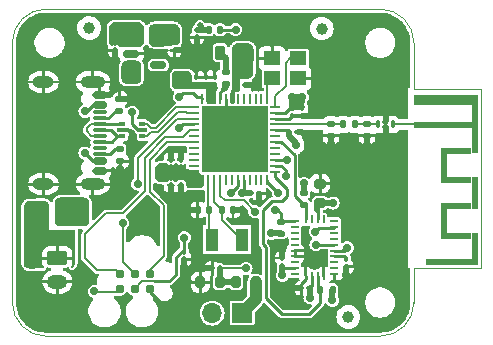
<source format=gbr>
%TF.GenerationSoftware,KiCad,Pcbnew,8.0.0*%
%TF.CreationDate,2024-03-13T13:13:57+00:00*%
%TF.ProjectId,HW_MoveCritic_KiCad_Project,48575f4d-6f76-4654-9372-697469635f4b,rev?*%
%TF.SameCoordinates,PX7ee4219PY616af6f*%
%TF.FileFunction,Copper,L1,Top*%
%TF.FilePolarity,Positive*%
%FSLAX46Y46*%
G04 Gerber Fmt 4.6, Leading zero omitted, Abs format (unit mm)*
G04 Created by KiCad (PCBNEW 8.0.0) date 2024-03-13 13:13:57*
%MOMM*%
%LPD*%
G01*
G04 APERTURE LIST*
G04 Aperture macros list*
%AMRoundRect*
0 Rectangle with rounded corners*
0 $1 Rounding radius*
0 $2 $3 $4 $5 $6 $7 $8 $9 X,Y pos of 4 corners*
0 Add a 4 corners polygon primitive as box body*
4,1,4,$2,$3,$4,$5,$6,$7,$8,$9,$2,$3,0*
0 Add four circle primitives for the rounded corners*
1,1,$1+$1,$2,$3*
1,1,$1+$1,$4,$5*
1,1,$1+$1,$6,$7*
1,1,$1+$1,$8,$9*
0 Add four rect primitives between the rounded corners*
20,1,$1+$1,$2,$3,$4,$5,0*
20,1,$1+$1,$4,$5,$6,$7,0*
20,1,$1+$1,$6,$7,$8,$9,0*
20,1,$1+$1,$8,$9,$2,$3,0*%
G04 Aperture macros list end*
%TA.AperFunction,SMDPad,CuDef*%
%ADD10RoundRect,0.100000X0.100000X-0.130000X0.100000X0.130000X-0.100000X0.130000X-0.100000X-0.130000X0*%
%TD*%
%TA.AperFunction,SMDPad,CuDef*%
%ADD11R,0.500000X5.000000*%
%TD*%
%TA.AperFunction,SMDPad,CuDef*%
%ADD12R,4.900000X0.500000*%
%TD*%
%TA.AperFunction,SMDPad,CuDef*%
%ADD13R,2.640000X0.500000*%
%TD*%
%TA.AperFunction,SMDPad,CuDef*%
%ADD14R,0.500000X2.000000*%
%TD*%
%TA.AperFunction,SMDPad,CuDef*%
%ADD15R,0.500000X2.700000*%
%TD*%
%TA.AperFunction,SMDPad,CuDef*%
%ADD16R,3.900000X0.500000*%
%TD*%
%TA.AperFunction,SMDPad,CuDef*%
%ADD17R,4.900000X0.900000*%
%TD*%
%TA.AperFunction,SMDPad,CuDef*%
%ADD18RoundRect,0.135000X0.135000X0.185000X-0.135000X0.185000X-0.135000X-0.185000X0.135000X-0.185000X0*%
%TD*%
%TA.AperFunction,SMDPad,CuDef*%
%ADD19R,0.500000X0.375000*%
%TD*%
%TA.AperFunction,SMDPad,CuDef*%
%ADD20R,0.650000X0.300000*%
%TD*%
%TA.AperFunction,SMDPad,CuDef*%
%ADD21RoundRect,0.218750X-0.218750X-0.381250X0.218750X-0.381250X0.218750X0.381250X-0.218750X0.381250X0*%
%TD*%
%TA.AperFunction,SMDPad,CuDef*%
%ADD22RoundRect,0.100000X-0.130000X-0.100000X0.130000X-0.100000X0.130000X0.100000X-0.130000X0.100000X0*%
%TD*%
%TA.AperFunction,SMDPad,CuDef*%
%ADD23RoundRect,0.147500X-0.147500X-0.172500X0.147500X-0.172500X0.147500X0.172500X-0.147500X0.172500X0*%
%TD*%
%TA.AperFunction,SMDPad,CuDef*%
%ADD24R,1.100000X1.900000*%
%TD*%
%TA.AperFunction,SMDPad,CuDef*%
%ADD25RoundRect,0.135000X0.185000X-0.135000X0.185000X0.135000X-0.185000X0.135000X-0.185000X-0.135000X0*%
%TD*%
%TA.AperFunction,SMDPad,CuDef*%
%ADD26C,1.000000*%
%TD*%
%TA.AperFunction,SMDPad,CuDef*%
%ADD27RoundRect,0.140000X-0.170000X0.140000X-0.170000X-0.140000X0.170000X-0.140000X0.170000X0.140000X0*%
%TD*%
%TA.AperFunction,SMDPad,CuDef*%
%ADD28RoundRect,0.135000X-0.185000X0.135000X-0.185000X-0.135000X0.185000X-0.135000X0.185000X0.135000X0*%
%TD*%
%TA.AperFunction,SMDPad,CuDef*%
%ADD29RoundRect,0.140000X0.140000X0.170000X-0.140000X0.170000X-0.140000X-0.170000X0.140000X-0.170000X0*%
%TD*%
%TA.AperFunction,SMDPad,CuDef*%
%ADD30RoundRect,0.200000X-0.200000X-0.275000X0.200000X-0.275000X0.200000X0.275000X-0.200000X0.275000X0*%
%TD*%
%TA.AperFunction,ConnectorPad*%
%ADD31C,0.787400*%
%TD*%
%TA.AperFunction,ComponentPad*%
%ADD32O,1.700000X1.700000*%
%TD*%
%TA.AperFunction,ComponentPad*%
%ADD33R,1.700000X1.700000*%
%TD*%
%TA.AperFunction,SMDPad,CuDef*%
%ADD34RoundRect,0.100000X-0.100000X0.130000X-0.100000X-0.130000X0.100000X-0.130000X0.100000X0.130000X0*%
%TD*%
%TA.AperFunction,SMDPad,CuDef*%
%ADD35RoundRect,0.100000X0.130000X0.100000X-0.130000X0.100000X-0.130000X-0.100000X0.130000X-0.100000X0*%
%TD*%
%TA.AperFunction,ComponentPad*%
%ADD36O,1.800000X1.000000*%
%TD*%
%TA.AperFunction,ComponentPad*%
%ADD37O,2.100000X1.000000*%
%TD*%
%TA.AperFunction,SMDPad,CuDef*%
%ADD38RoundRect,0.150000X-0.425000X0.150000X-0.425000X-0.150000X0.425000X-0.150000X0.425000X0.150000X0*%
%TD*%
%TA.AperFunction,SMDPad,CuDef*%
%ADD39RoundRect,0.075000X-0.500000X0.075000X-0.500000X-0.075000X0.500000X-0.075000X0.500000X0.075000X0*%
%TD*%
%TA.AperFunction,ComponentPad*%
%ADD40O,1.750000X1.200000*%
%TD*%
%TA.AperFunction,ComponentPad*%
%ADD41RoundRect,0.250000X-0.625000X0.350000X-0.625000X-0.350000X0.625000X-0.350000X0.625000X0.350000X0*%
%TD*%
%TA.AperFunction,SMDPad,CuDef*%
%ADD42R,5.600000X5.600000*%
%TD*%
%TA.AperFunction,SMDPad,CuDef*%
%ADD43RoundRect,0.062500X0.375000X-0.062500X0.375000X0.062500X-0.375000X0.062500X-0.375000X-0.062500X0*%
%TD*%
%TA.AperFunction,SMDPad,CuDef*%
%ADD44RoundRect,0.062500X0.062500X-0.375000X0.062500X0.375000X-0.062500X0.375000X-0.062500X-0.375000X0*%
%TD*%
%TA.AperFunction,SMDPad,CuDef*%
%ADD45RoundRect,0.147500X0.172500X-0.147500X0.172500X0.147500X-0.172500X0.147500X-0.172500X-0.147500X0*%
%TD*%
%TA.AperFunction,SMDPad,CuDef*%
%ADD46RoundRect,0.200000X-0.275000X0.200000X-0.275000X-0.200000X0.275000X-0.200000X0.275000X0.200000X0*%
%TD*%
%TA.AperFunction,SMDPad,CuDef*%
%ADD47RoundRect,0.225000X0.225000X0.375000X-0.225000X0.375000X-0.225000X-0.375000X0.225000X-0.375000X0*%
%TD*%
%TA.AperFunction,SMDPad,CuDef*%
%ADD48RoundRect,0.200000X0.200000X0.275000X-0.200000X0.275000X-0.200000X-0.275000X0.200000X-0.275000X0*%
%TD*%
%TA.AperFunction,SMDPad,CuDef*%
%ADD49RoundRect,0.140000X-0.140000X-0.170000X0.140000X-0.170000X0.140000X0.170000X-0.140000X0.170000X0*%
%TD*%
%TA.AperFunction,SMDPad,CuDef*%
%ADD50RoundRect,0.068750X-0.068750X-0.281250X0.068750X-0.281250X0.068750X0.281250X-0.068750X0.281250X0*%
%TD*%
%TA.AperFunction,SMDPad,CuDef*%
%ADD51RoundRect,0.061250X-0.163750X-0.061250X0.163750X-0.061250X0.163750X0.061250X-0.163750X0.061250X0*%
%TD*%
%TA.AperFunction,SMDPad,CuDef*%
%ADD52R,0.675000X0.254000*%
%TD*%
%TA.AperFunction,SMDPad,CuDef*%
%ADD53R,0.254000X0.675000*%
%TD*%
%TA.AperFunction,SMDPad,CuDef*%
%ADD54R,1.400000X1.200000*%
%TD*%
%TA.AperFunction,SMDPad,CuDef*%
%ADD55RoundRect,0.150000X-0.512500X-0.150000X0.512500X-0.150000X0.512500X0.150000X-0.512500X0.150000X0*%
%TD*%
%TA.AperFunction,ViaPad*%
%ADD56C,0.700000*%
%TD*%
%TA.AperFunction,ViaPad*%
%ADD57C,0.500000*%
%TD*%
%TA.AperFunction,Conductor*%
%ADD58C,0.170000*%
%TD*%
%TA.AperFunction,Conductor*%
%ADD59C,0.250000*%
%TD*%
%TA.AperFunction,Conductor*%
%ADD60C,0.500000*%
%TD*%
%TA.AperFunction,Conductor*%
%ADD61C,0.200000*%
%TD*%
%TA.AperFunction,Conductor*%
%ADD62C,0.350000*%
%TD*%
%TA.AperFunction,Conductor*%
%ADD63C,1.000000*%
%TD*%
%TA.AperFunction,Profile*%
%ADD64C,0.100000*%
%TD*%
G04 APERTURE END LIST*
D10*
%TO.P,C4,2*%
%TO.N,GND*%
X15570000Y21930000D03*
%TO.P,C4,1*%
%TO.N,+3.3V*%
X15570000Y21290000D03*
%TD*%
D11*
%TO.P,AE1,1,FEED*%
%TO.N,/RF_ANT*%
X39150000Y17959998D03*
D12*
X36450000Y17909998D03*
D13*
X37580000Y15709998D03*
D14*
X36510000Y14459998D03*
D13*
X37580000Y13209998D03*
D15*
X39150000Y12109998D03*
D13*
X37580000Y11009998D03*
D14*
X36510000Y9759998D03*
D13*
X37580000Y8509998D03*
D15*
X39150000Y7409998D03*
D16*
X36950000Y6309998D03*
D17*
%TO.P,AE1,2,PCB_Trace*%
%TO.N,GND*%
X36450000Y20009998D03*
%TD*%
D18*
%TO.P,R10,2*%
%TO.N,BNO_NBOOT*%
X26090000Y3949998D03*
%TO.P,R10,1*%
%TO.N,+3.3V*%
X27110000Y3949998D03*
%TD*%
D19*
%TO.P,U2,6,I/O1*%
%TO.N,USB_D-*%
X11000001Y17987498D03*
D20*
%TO.P,U2,5,VBUS*%
%TO.N,+5V*%
X11075001Y17449998D03*
D19*
%TO.P,U2,4,I/O2*%
%TO.N,USB_D+*%
X11000001Y16912498D03*
%TO.P,U2,3,I/O2*%
%TO.N,Net-(J3-D+-PadA6)*%
X9300001Y16912498D03*
D20*
%TO.P,U2,2,GND*%
%TO.N,GND*%
X9225001Y17449998D03*
D19*
%TO.P,U2,1,I/O1*%
%TO.N,Net-(J3-D--PadA7)*%
X9300001Y17987498D03*
%TD*%
D21*
%TO.P,L2,2,2*%
%TO.N,/SMPSFB*%
X19712500Y23999998D03*
%TO.P,L2,1,1*%
%TO.N,/SMPSLXL*%
X17587500Y23999998D03*
%TD*%
D10*
%TO.P,C6,2*%
%TO.N,GND*%
X14270000Y14949998D03*
%TO.P,C6,1*%
%TO.N,+3.3V*%
X14270000Y14309998D03*
%TD*%
D22*
%TO.P,C1,2*%
%TO.N,GND*%
X24070000Y17250000D03*
%TO.P,C1,1*%
%TO.N,+3.3V*%
X23430000Y17250000D03*
%TD*%
D23*
%TO.P,L3,2,2*%
%TO.N,Net-(FLT1-IN)*%
X28987502Y17929999D03*
%TO.P,L3,1,1*%
%TO.N,RF1*%
X28017502Y17929999D03*
%TD*%
D24*
%TO.P,X1,2,2*%
%TO.N,/LSE_IN*%
X16920001Y8159999D03*
%TO.P,X1,1,1*%
%TO.N,/LSE_OUT*%
X19420001Y8159999D03*
%TD*%
D25*
%TO.P,R4,2*%
%TO.N,GND*%
X9066333Y20109998D03*
%TO.P,R4,1*%
%TO.N,Net-(J3-CC1)*%
X9066333Y19089998D03*
%TD*%
D23*
%TO.P,D2,2,A*%
%TO.N,Net-(D2-A)*%
X17585000Y25960000D03*
%TO.P,D2,1,K*%
%TO.N,Net-(D2-K)*%
X16615000Y25960000D03*
%TD*%
D26*
%TO.P,FID3,*%
%TO.N,*%
X6500000Y26100000D03*
%TD*%
D10*
%TO.P,C20,2*%
%TO.N,GND*%
X22850000Y6620000D03*
%TO.P,C20,1*%
%TO.N,+3.3V*%
X22850000Y5980000D03*
%TD*%
D27*
%TO.P,C15,2*%
%TO.N,GND*%
X30027500Y16975000D03*
%TO.P,C15,1*%
%TO.N,Net-(FLT1-IN)*%
X30027500Y17935000D03*
%TD*%
D28*
%TO.P,R3,2*%
%TO.N,GND*%
X9127501Y14809998D03*
%TO.P,R3,1*%
%TO.N,Net-(J3-CC2)*%
X9127501Y15829998D03*
%TD*%
D26*
%TO.P,FID1,*%
%TO.N,*%
X26200001Y26049999D03*
%TD*%
D22*
%TO.P,C11,2*%
%TO.N,GND*%
X19670001Y21290000D03*
%TO.P,C11,1*%
%TO.N,/SMPSFB*%
X19030001Y21290000D03*
%TD*%
D29*
%TO.P,C13,2*%
%TO.N,GND*%
X15700001Y10689998D03*
%TO.P,C13,1*%
%TO.N,/LSE_IN*%
X16660001Y10689998D03*
%TD*%
D25*
%TO.P,R8,2*%
%TO.N,I2C1_SDA*%
X22750001Y9710000D03*
%TO.P,R8,1*%
%TO.N,+3.3V*%
X22750001Y8690000D03*
%TD*%
D30*
%TO.P,R2,2*%
%TO.N,/BOOT_0*%
X17557501Y4569998D03*
%TO.P,R2,1*%
%TO.N,GND*%
X15907501Y4569998D03*
%TD*%
D22*
%TO.P,C2,2*%
%TO.N,GND*%
X20870001Y12110000D03*
%TO.P,C2,1*%
%TO.N,+3.3V*%
X20230001Y12110000D03*
%TD*%
D31*
%TO.P,J2,6,SWO*%
%TO.N,/SWO*%
X11620001Y5284999D03*
%TO.P,J2,5,GND*%
%TO.N,GND*%
X11620001Y4014999D03*
%TO.P,J2,4,SWCLK*%
%TO.N,/SWCLK*%
X10350001Y5284999D03*
%TO.P,J2,3,~{RESET}*%
%TO.N,NRST*%
X10350001Y4014999D03*
%TO.P,J2,2,SWDIO*%
%TO.N,/SWDIO*%
X9080001Y5284999D03*
%TO.P,J2,1,VCC*%
%TO.N,+3.3V*%
X9080001Y4014999D03*
%TD*%
D32*
%TO.P,SW1,2,2*%
%TO.N,+3.3V*%
X16915002Y1959999D03*
D33*
%TO.P,SW1,1,1*%
%TO.N,Net-(R1-Pad1)*%
X19455002Y1959999D03*
%TD*%
D34*
%TO.P,C18,2*%
%TO.N,GND*%
X8720001Y24209999D03*
%TO.P,C18,1*%
%TO.N,+5V*%
X8720001Y24849999D03*
%TD*%
D35*
%TO.P,C21,2*%
%TO.N,GND*%
X24480001Y4049999D03*
%TO.P,C21,1*%
%TO.N,+3.3V*%
X25120001Y4049999D03*
%TD*%
D34*
%TO.P,C10,2*%
%TO.N,GND*%
X24550000Y18680000D03*
%TO.P,C10,1*%
%TO.N,+3.3V*%
X24550000Y19320000D03*
%TD*%
%TO.P,C19,2*%
%TO.N,GND*%
X13732729Y24226397D03*
%TO.P,C19,1*%
%TO.N,+3.3V*%
X13732729Y24866397D03*
%TD*%
D10*
%TO.P,C8,2*%
%TO.N,GND*%
X17140001Y21934999D03*
%TO.P,C8,1*%
%TO.N,+3.3V*%
X17140001Y21294999D03*
%TD*%
D36*
%TO.P,J3,S1,SHIELD*%
%TO.N,GND*%
X2635000Y12880000D03*
D37*
X6815000Y12880000D03*
D36*
X2635000Y21520000D03*
D37*
X6815000Y21520000D03*
D38*
%TO.P,J3,B12,GND*%
X7390000Y20400000D03*
%TO.P,J3,B9,VBUS*%
%TO.N,+5V*%
X7390000Y19600000D03*
D39*
%TO.P,J3,B8,SBU2*%
%TO.N,unconnected-(J3-SBU2-PadB8)*%
X7390000Y18950000D03*
%TO.P,J3,B7,D-*%
%TO.N,Net-(J3-D--PadA7)*%
X7390000Y17950000D03*
%TO.P,J3,B6,D+*%
%TO.N,Net-(J3-D+-PadA6)*%
X7390000Y16450000D03*
%TO.P,J3,B5,CC2*%
%TO.N,Net-(J3-CC2)*%
X7390000Y15450000D03*
D38*
%TO.P,J3,B4,VBUS*%
%TO.N,+5V*%
X7390000Y14800000D03*
%TO.P,J3,B1,GND*%
%TO.N,GND*%
X7390000Y14000000D03*
%TO.P,J3,A12,GND*%
X7390000Y14000000D03*
%TO.P,J3,A9,VBUS*%
%TO.N,+5V*%
X7390000Y14800000D03*
D39*
%TO.P,J3,A8,SBU1*%
%TO.N,unconnected-(J3-SBU1-PadA8)*%
X7390000Y15950000D03*
%TO.P,J3,A7,D-*%
%TO.N,Net-(J3-D--PadA7)*%
X7390000Y16950000D03*
%TO.P,J3,A6,D+*%
%TO.N,Net-(J3-D+-PadA6)*%
X7390000Y17450000D03*
%TO.P,J3,A5,CC1*%
%TO.N,Net-(J3-CC1)*%
X7390000Y18450000D03*
D38*
%TO.P,J3,A4,VBUS*%
%TO.N,+5V*%
X7390000Y19600000D03*
%TO.P,J3,A1,GND*%
%TO.N,GND*%
X7390000Y20400000D03*
%TD*%
D35*
%TO.P,C17,2*%
%TO.N,GND*%
X16910000Y5740000D03*
%TO.P,C17,1*%
%TO.N,/BOOT_0*%
X17550000Y5740000D03*
%TD*%
D40*
%TO.P,J1,2,Pin_2*%
%TO.N,GND*%
X3799999Y4599999D03*
D41*
%TO.P,J1,1,Pin_1*%
%TO.N,/VIN*%
X3799999Y6599999D03*
%TD*%
D42*
%TO.P,U1,49,VSS*%
%TO.N,GND*%
X18842502Y16679999D03*
D43*
%TO.P,U1,48,VDD*%
%TO.N,+3.3V*%
X15405002Y13929999D03*
%TO.P,U1,47,PB7*%
%TO.N,unconnected-(U1-PB7-Pad47)*%
X15405002Y14429999D03*
%TO.P,U1,46,PB6*%
%TO.N,unconnected-(U1-PB6-Pad46)*%
X15405002Y14929999D03*
%TO.P,U1,45,PB5*%
%TO.N,unconnected-(U1-PB5-Pad45)*%
X15405002Y15429999D03*
%TO.P,U1,44,PB4*%
%TO.N,unconnected-(U1-PB4-Pad44)*%
X15405002Y15929999D03*
%TO.P,U1,43,PB3*%
%TO.N,/SWO*%
X15405002Y16429999D03*
%TO.P,U1,42,PA15*%
%TO.N,unconnected-(U1-PA15-Pad42)*%
X15405002Y16929999D03*
%TO.P,U1,41,PA14*%
%TO.N,/SWDIO*%
X15405002Y17429999D03*
%TO.P,U1,40,VDDUSB*%
%TO.N,+3.3V*%
X15405002Y17929999D03*
%TO.P,U1,39,PA13*%
%TO.N,/SWCLK*%
X15405002Y18429999D03*
%TO.P,U1,38,PA12*%
%TO.N,USB_D+*%
X15405002Y18929999D03*
%TO.P,U1,37,PA11*%
%TO.N,USB_D-*%
X15405002Y19429999D03*
D44*
%TO.P,U1,36,PA10*%
%TO.N,I2C1_SDA*%
X16092502Y20117499D03*
%TO.P,U1,35,VDD*%
%TO.N,+3.3V*%
X16592502Y20117499D03*
%TO.P,U1,34,VDDSMPS*%
X17092502Y20117499D03*
%TO.P,U1,33,VLXSMPS*%
%TO.N,/SMPSLX*%
X17592502Y20117499D03*
%TO.P,U1,32,VSSSMPS*%
%TO.N,GND*%
X18092502Y20117499D03*
%TO.P,U1,31,VFBSMPS*%
%TO.N,/SMPSFB*%
X18592502Y20117499D03*
%TO.P,U1,30,PE4*%
%TO.N,unconnected-(U1-PE4-Pad30)*%
X19092502Y20117499D03*
%TO.P,U1,29,PB1*%
%TO.N,unconnected-(U1-PB1-Pad29)*%
X19592502Y20117499D03*
%TO.P,U1,28,PB0*%
%TO.N,unconnected-(U1-PB0-Pad28)*%
X20092502Y20117499D03*
%TO.P,U1,27,AT1*%
%TO.N,unconnected-(U1-AT1-Pad27)*%
X20592502Y20117499D03*
%TO.P,U1,26,AT0*%
%TO.N,unconnected-(U1-AT0-Pad26)*%
X21092502Y20117499D03*
%TO.P,U1,25,OSC_IN*%
%TO.N,/HSE_IN*%
X21592502Y20117499D03*
D43*
%TO.P,U1,24,OSC_OUT*%
%TO.N,/HSE_OUT*%
X22280002Y19429999D03*
%TO.P,U1,23,VDDRF*%
%TO.N,+3.3V*%
X22280002Y18929999D03*
%TO.P,U1,22,VSSRF*%
%TO.N,GND*%
X22280002Y18429999D03*
%TO.P,U1,21,RF1*%
%TO.N,RF1*%
X22280002Y17929999D03*
%TO.P,U1,20,VDD*%
%TO.N,+3.3V*%
X22280002Y17429999D03*
%TO.P,U1,19,PB2*%
%TO.N,unconnected-(U1-PB2-Pad19)*%
X22280002Y16929999D03*
%TO.P,U1,18,PA9*%
%TO.N,I2C1_SCL*%
X22280002Y16429999D03*
%TO.P,U1,17,PA8*%
%TO.N,unconnected-(U1-PA8-Pad17)*%
X22280002Y15929999D03*
%TO.P,U1,16,PA7*%
%TO.N,unconnected-(U1-PA7-Pad16)*%
X22280002Y15429999D03*
%TO.P,U1,15,PA6*%
%TO.N,BNO_NINT*%
X22280002Y14929999D03*
%TO.P,U1,14,PA5*%
%TO.N,BNO_NRST*%
X22280002Y14429999D03*
%TO.P,U1,13,PA4*%
%TO.N,BNO_NBOOT*%
X22280002Y13929999D03*
D44*
%TO.P,U1,12,PA3*%
%TO.N,Net-(D2-A)*%
X21592502Y13242499D03*
%TO.P,U1,11,PA2*%
%TO.N,unconnected-(U1-PA2-Pad11)*%
X21092502Y13242499D03*
%TO.P,U1,10,PA1*%
%TO.N,unconnected-(U1-PA1-Pad10)*%
X20592502Y13242499D03*
%TO.P,U1,9,PA0*%
%TO.N,unconnected-(U1-PA0-Pad9)*%
X20092502Y13242499D03*
%TO.P,U1,8,VDDA*%
%TO.N,+3.3V*%
X19592502Y13242499D03*
%TO.P,U1,7,NRST*%
%TO.N,NRST*%
X19092502Y13242499D03*
%TO.P,U1,6,PB9*%
%TO.N,unconnected-(U1-PB9-Pad6)*%
X18592502Y13242499D03*
%TO.P,U1,5,PB8*%
%TO.N,unconnected-(U1-PB8-Pad5)*%
X18092502Y13242499D03*
%TO.P,U1,4,PH3*%
%TO.N,/BOOT_0*%
X17592502Y13242499D03*
%TO.P,U1,3,PC15*%
%TO.N,/LSE_OUT*%
X17092502Y13242499D03*
%TO.P,U1,2,PC14*%
%TO.N,/LSE_IN*%
X16592502Y13242499D03*
%TO.P,U1,1,VBAT*%
%TO.N,+3.3V*%
X16092502Y13242499D03*
%TD*%
D45*
%TO.P,L1,2,2*%
%TO.N,/SMPSLXL*%
X18060002Y22334999D03*
%TO.P,L1,1,1*%
%TO.N,/SMPSLX*%
X18060002Y21364999D03*
%TD*%
D46*
%TO.P,R6,2*%
%TO.N,+3.3V*%
X26050002Y11274999D03*
%TO.P,R6,1*%
%TO.N,GND*%
X26050002Y12924999D03*
%TD*%
D34*
%TO.P,C22,2*%
%TO.N,GND*%
X28290001Y5880000D03*
%TO.P,C22,1*%
%TO.N,Net-(U5-CAP)*%
X28290001Y6520000D03*
%TD*%
D47*
%TO.P,D1,2,A*%
%TO.N,/VIN*%
X1450000Y10499998D03*
%TO.P,D1,1,K*%
%TO.N,+5V*%
X4750000Y10499998D03*
%TD*%
D48*
%TO.P,R1,2*%
%TO.N,/BOOT_0*%
X18957500Y4560000D03*
%TO.P,R1,1*%
%TO.N,Net-(R1-Pad1)*%
X20607500Y4560000D03*
%TD*%
D10*
%TO.P,C9,2*%
%TO.N,GND*%
X16360001Y21930000D03*
%TO.P,C9,1*%
%TO.N,+3.3V*%
X16360001Y21290000D03*
%TD*%
D27*
%TO.P,C14,2*%
%TO.N,GND*%
X26977501Y16974998D03*
%TO.P,C14,1*%
%TO.N,RF1*%
X26977501Y17934998D03*
%TD*%
D34*
%TO.P,C3,2*%
%TO.N,GND*%
X13420000Y12779999D03*
%TO.P,C3,1*%
%TO.N,+3.3V*%
X13420000Y13419999D03*
%TD*%
%TO.P,C23,2*%
%TO.N,GND*%
X23700002Y18679999D03*
%TO.P,C23,1*%
%TO.N,+3.3V*%
X23700002Y19319999D03*
%TD*%
D26*
%TO.P,FID2,*%
%TO.N,*%
X28448309Y1627213D03*
%TD*%
D28*
%TO.P,R7,2*%
%TO.N,I2C1_SCL*%
X24700000Y11089998D03*
%TO.P,R7,1*%
%TO.N,+3.3V*%
X24700000Y12109998D03*
%TD*%
D34*
%TO.P,C16,2*%
%TO.N,GND*%
X14550001Y6529998D03*
%TO.P,C16,1*%
%TO.N,NRST*%
X14550001Y7169998D03*
%TD*%
%TO.P,C7,2*%
%TO.N,GND*%
X14270001Y12800000D03*
%TO.P,C7,1*%
%TO.N,+3.3V*%
X14270001Y13440000D03*
%TD*%
D49*
%TO.P,C12,2*%
%TO.N,GND*%
X18680000Y10700000D03*
%TO.P,C12,1*%
%TO.N,/LSE_OUT*%
X17720000Y10700000D03*
%TD*%
D50*
%TO.P,FLT1,3,OUT*%
%TO.N,/RF_ANT*%
X32190000Y17930000D03*
D51*
%TO.P,FLT1,2,GND*%
%TO.N,GND*%
X31577500Y17702500D03*
X31577500Y18157500D03*
D50*
%TO.P,FLT1,1,IN*%
%TO.N,Net-(FLT1-IN)*%
X30965000Y17930000D03*
%TD*%
D52*
%TO.P,U5,28,VDDIO*%
%TO.N,+3.3V*%
X23937501Y5749999D03*
%TO.P,U5,27,XIN32*%
%TO.N,unconnected-(U5-XIN32-Pad27)*%
X23937501Y6249999D03*
%TO.P,U5,26,XOUT32/CLKSEL1*%
%TO.N,GND*%
X23937501Y6749999D03*
%TO.P,U5,25,GNDIO*%
X23937501Y7249999D03*
%TO.P,U5,24*%
%TO.N,N/C*%
X23937501Y7749999D03*
%TO.P,U5,23*%
X23937501Y8249999D03*
%TO.P,U5,22*%
X23937501Y8749999D03*
%TO.P,U5,21*%
X23937501Y9249999D03*
%TO.P,U5,20,H_SDA/H_MISO/TX*%
%TO.N,I2C1_SDA*%
X23937501Y9749999D03*
D53*
%TO.P,U5,19,H_SCL/SCK/RX*%
%TO.N,I2C1_SCL*%
X24850001Y9887499D03*
%TO.P,U5,18,~{H_CS}*%
%TO.N,unconnected-(U5-~{H_CS}-Pad18)*%
X25350001Y9887499D03*
%TO.P,U5,17,SA0/H_MOSI*%
%TO.N,+3.3V*%
X25850001Y9887499D03*
%TO.P,U5,16,ENV_SDA*%
%TO.N,unconnected-(U5-ENV_SDA-Pad16)*%
X26350001Y9887499D03*
D52*
%TO.P,U5,15,ENV_SCL*%
%TO.N,unconnected-(U5-ENV_SCL-Pad15)*%
X27262501Y9749999D03*
%TO.P,U5,14,~{H_INT}*%
%TO.N,BNO_NINT*%
X27262501Y9249999D03*
%TO.P,U5,13*%
%TO.N,N/C*%
X27262501Y8749999D03*
%TO.P,U5,12*%
X27262501Y8249999D03*
%TO.P,U5,11,~{RST}*%
%TO.N,BNO_NRST*%
X27262501Y7749999D03*
%TO.P,U5,10,CLKSEL0*%
%TO.N,+3.3V*%
X27262501Y7249999D03*
%TO.P,U5,9,CAP*%
%TO.N,Net-(U5-CAP)*%
X27262501Y6749999D03*
%TO.P,U5,8*%
%TO.N,N/C*%
X27262501Y6249999D03*
%TO.P,U5,7*%
X27262501Y5749999D03*
%TO.P,U5,6,PS0/WAKE*%
%TO.N,GND*%
X27262501Y5249999D03*
D53*
%TO.P,U5,5,PS1*%
X26350001Y5112499D03*
%TO.P,U5,4,~{BOOT}*%
%TO.N,BNO_NBOOT*%
X25850001Y5112499D03*
%TO.P,U5,3,VDD*%
%TO.N,+3.3V*%
X25350001Y5112499D03*
%TO.P,U5,2,GND*%
%TO.N,GND*%
X24850001Y5112499D03*
D52*
%TO.P,U5,1*%
%TO.N,N/C*%
X23937501Y5249999D03*
%TD*%
D10*
%TO.P,C5,2*%
%TO.N,GND*%
X13420000Y14930000D03*
%TO.P,C5,1*%
%TO.N,+3.3V*%
X13420000Y14290000D03*
%TD*%
D54*
%TO.P,X2,4,4*%
%TO.N,GND*%
X24210001Y21829999D03*
%TO.P,X2,3,3*%
%TO.N,/HSE_IN*%
X22010001Y21829999D03*
%TO.P,X2,2,2*%
%TO.N,GND*%
X22010001Y23529999D03*
%TO.P,X2,1,1*%
%TO.N,/HSE_OUT*%
X24210001Y23529999D03*
%TD*%
D55*
%TO.P,U3,5,VOUT*%
%TO.N,+3.3V*%
X12360001Y24860000D03*
%TO.P,U3,4,NC*%
%TO.N,unconnected-(U3-NC-Pad4)*%
X12360001Y22960000D03*
%TO.P,U3,3,EN*%
%TO.N,+5V*%
X10085001Y22960000D03*
%TO.P,U3,2,GND*%
%TO.N,GND*%
X10085001Y23910000D03*
%TO.P,U3,1,VIN*%
%TO.N,+5V*%
X10085001Y24860000D03*
%TD*%
D34*
%TO.P,R5,2*%
%TO.N,GND*%
X15637500Y25290001D03*
%TO.P,R5,1*%
%TO.N,Net-(D2-K)*%
X15637500Y25930001D03*
%TD*%
D56*
%TO.N,GND*%
X11200000Y9600000D03*
X21724234Y26468767D03*
X23724234Y26468767D03*
X29280000Y20000000D03*
X27280000Y20000000D03*
X6487890Y23500000D03*
X4280000Y17500000D03*
X4280000Y15500000D03*
X4280000Y19500000D03*
X2280000Y19500000D03*
X2280000Y17500000D03*
X2280000Y15500000D03*
X5280000Y1500000D03*
X28280000Y12000000D03*
X28280000Y14000000D03*
%TO.N,NRST*%
X14549999Y8350001D03*
X18500000Y12100000D03*
%TO.N,+5V*%
X9430000Y25950000D03*
X10150001Y18949999D03*
X5980000Y9800000D03*
X9630000Y21849999D03*
X5980000Y11100000D03*
X10430000Y25949998D03*
X6150001Y15499999D03*
X6150001Y19049999D03*
X10500001Y21849999D03*
%TO.N,/BOOT_0*%
X19780000Y5750000D03*
X20530000Y10550000D03*
%TO.N,I2C1_SDA*%
X22250001Y10648056D03*
X14150000Y20249999D03*
%TO.N,+3.3V*%
X13749999Y25649998D03*
X6950002Y3799999D03*
X24700000Y12950000D03*
X24550000Y20249999D03*
X22850000Y5150002D03*
X27160000Y11270000D03*
X13880000Y22100000D03*
X12830000Y25999999D03*
X23980000Y16200000D03*
X28349999Y7499998D03*
X21900001Y8699999D03*
X14800001Y22100000D03*
X23700001Y20249999D03*
X14100002Y17599999D03*
X12650000Y13400000D03*
X25200000Y3250000D03*
X19467501Y12099999D03*
X27099999Y3049999D03*
X14800001Y21250000D03*
X12650001Y14300000D03*
X11950001Y25999999D03*
X13880000Y21250000D03*
%TO.N,BNO_NRST*%
X25700001Y7750000D03*
X23158791Y13522893D03*
%TO.N,BNO_NINT*%
X25650000Y8850000D03*
X23225500Y14949999D03*
%TO.N,GND*%
X17150001Y22669998D03*
X25329999Y18880000D03*
X31280000Y22000000D03*
X19900000Y17850000D03*
X24850001Y16900000D03*
X14560000Y1080000D03*
X20900001Y11375000D03*
X14530000Y5830000D03*
X32280000Y10000000D03*
X19410000Y10710000D03*
X14420000Y24209998D03*
X25261789Y1000000D03*
X29280000Y24000000D03*
X27280000Y22000000D03*
X15570000Y22650000D03*
X17630000Y17790000D03*
X18750000Y14299999D03*
X30280000Y12000000D03*
X32280000Y14000000D03*
X26990000Y16249998D03*
X15637500Y24510001D03*
X14850000Y4590000D03*
X26045300Y13984067D03*
X8730000Y20900000D03*
X19890000Y15570000D03*
X31600000Y17000000D03*
X10180000Y15900000D03*
X22850000Y7300000D03*
X31600001Y18849998D03*
X3780000Y1500000D03*
X14260001Y15669999D03*
X14280001Y12060000D03*
X30280000Y8000000D03*
X30020001Y16219999D03*
X2280000Y1500000D03*
X16350001Y22659998D03*
X12280000Y21500000D03*
X9127502Y14129999D03*
X13237258Y2163253D03*
X20950002Y14549999D03*
D57*
X34320001Y20009999D03*
D56*
X14955001Y10700000D03*
X29280000Y22000000D03*
X9857501Y20109999D03*
X14560000Y2840000D03*
X16699999Y18749999D03*
X21993960Y24812975D03*
X32280000Y8000000D03*
X32280000Y6000000D03*
X13420000Y15659998D03*
X20950001Y16699999D03*
X30280000Y6000000D03*
X20424999Y21300000D03*
X27280000Y24000000D03*
X23760002Y4049999D03*
X16699999Y16699999D03*
X29280000Y26000000D03*
X16167500Y5740001D03*
X9200000Y12000000D03*
X16700000Y14549998D03*
X20950000Y18749998D03*
X17790000Y15610000D03*
X25680000Y6500000D03*
X18700001Y19099999D03*
X23261789Y1000000D03*
X8700001Y23499999D03*
X30280000Y14000000D03*
X25657467Y21820561D03*
X25320001Y19710000D03*
X32280000Y12000000D03*
X13430002Y12049999D03*
X12280000Y19300000D03*
X28290001Y5160000D03*
X30280000Y10000000D03*
%TO.N,/SWCLK*%
X10600500Y12900000D03*
X9350001Y9600000D03*
%TO.N,Net-(D2-A)*%
X22525001Y12150000D03*
X18907501Y25960001D03*
%TD*%
D58*
%TO.N,NRST*%
X10985002Y4650000D02*
X10350001Y4014999D01*
D59*
X19092501Y12692499D02*
X18500000Y12100000D01*
X11955000Y4650000D02*
X13305000Y4650000D01*
X14350001Y7170000D02*
X14549999Y7170001D01*
X13850000Y6669998D02*
X14350001Y7170000D01*
X13305000Y4650000D02*
X13850000Y5195000D01*
X19092501Y13242499D02*
X19092501Y12692499D01*
X14549999Y7170001D02*
X14549999Y8350001D01*
D58*
X10985002Y4650000D02*
X11955000Y4650000D01*
D59*
X13850000Y5195000D02*
X13850000Y6669998D01*
D58*
%TO.N,/LSE_OUT*%
X17720001Y9859998D02*
X19420001Y8159999D01*
X17720001Y10699999D02*
X17720001Y9859998D01*
X17092501Y11327499D02*
X17720001Y10699999D01*
X17092499Y13242500D02*
X17092501Y11327499D01*
%TO.N,/LSE_IN*%
X16592499Y10757499D02*
X16660001Y10689999D01*
X16592501Y13242500D02*
X16592499Y10757499D01*
X16660000Y8420000D02*
X16920001Y8159999D01*
X16660001Y10689999D02*
X16660000Y8420000D01*
%TO.N,RF1*%
X22280002Y17929999D02*
X26972499Y17930000D01*
X28012502Y17935000D02*
X28017501Y17930000D01*
X26977499Y17935001D02*
X28012502Y17935000D01*
X26972499Y17930000D02*
X26977499Y17935001D01*
D59*
%TO.N,+5V*%
X6869092Y14799999D02*
X7430000Y14800000D01*
X6150001Y15499999D02*
X6169093Y15500000D01*
X6869093Y19599999D02*
X7430002Y19599998D01*
X6169093Y15500000D02*
X6869092Y14799999D01*
D60*
X10085001Y24860000D02*
X10055001Y24889999D01*
D59*
X10150001Y17940378D02*
X10150001Y18949999D01*
X10640381Y17449998D02*
X10150001Y17940378D01*
X6319092Y19049998D02*
X6869093Y19599999D01*
X6150001Y19049999D02*
X6319092Y19049998D01*
X11075002Y17449999D02*
X10640381Y17449998D01*
%TO.N,Net-(U5-CAP)*%
X28060001Y6749998D02*
X28290001Y6519998D01*
X27262501Y6749999D02*
X28060001Y6749998D01*
%TO.N,Net-(J3-CC1)*%
X8740001Y19090000D02*
X9066335Y19090000D01*
X8100000Y18450000D02*
X8740001Y19090000D01*
X7430001Y18450000D02*
X8100000Y18450000D01*
X8906335Y19249999D02*
X9066335Y19090000D01*
%TO.N,Net-(J3-D+-PadA6)*%
X9300001Y16912499D02*
X8862502Y16912498D01*
X8862502Y16912498D02*
X8400001Y16449999D01*
X8330002Y17449998D02*
X7430000Y17450000D01*
X9300001Y16912498D02*
X8867502Y16912498D01*
X8400001Y16449999D02*
X7430000Y16450000D01*
X8867502Y16912498D02*
X8330002Y17449998D01*
D58*
%TO.N,Net-(J3-D--PadA7)*%
X6650002Y17949999D02*
X6300001Y17599999D01*
D59*
X7430000Y17949998D02*
X9262501Y17949999D01*
D58*
X6300001Y17336593D02*
X6686594Y16950000D01*
X6300001Y17599999D02*
X6300001Y17336593D01*
X7430000Y17949998D02*
X6650002Y17949999D01*
X6686594Y16950000D02*
X7430002Y16949998D01*
D59*
X9262501Y17949999D02*
X9300001Y17987499D01*
%TO.N,Net-(J3-CC2)*%
X8680000Y15829998D02*
X9127501Y15829999D01*
X8300001Y15449998D02*
X8680000Y15829998D01*
X7430000Y15449998D02*
X8300001Y15449998D01*
%TO.N,/SMPSLX*%
X17592502Y20117499D02*
X17592502Y20662502D01*
D60*
X18060002Y21130002D02*
X17880000Y20950000D01*
D59*
X17592502Y20662502D02*
X17880000Y20950000D01*
D60*
X18060002Y21364999D02*
X18060002Y21130002D01*
%TO.N,/SMPSLXL*%
X18060001Y22334999D02*
X18060000Y23527499D01*
X18060000Y23527499D02*
X17587500Y23999999D01*
D61*
%TO.N,/BOOT_0*%
X17980000Y11500000D02*
X19580000Y11500000D01*
X19580000Y11500000D02*
X20530000Y10550000D01*
D58*
X17562501Y4575000D02*
X17557501Y4569999D01*
D60*
X17550000Y5740000D02*
X17550000Y4577499D01*
X17557501Y4569999D02*
X18947501Y4569999D01*
D58*
X20530000Y10550000D02*
X20600001Y10418025D01*
D60*
X17557501Y4569999D02*
X17602502Y4614999D01*
D58*
X19767500Y5739999D02*
X17550000Y5740001D01*
D60*
X18947501Y4569999D02*
X18957501Y4560000D01*
D61*
X17592502Y13242499D02*
X17592502Y11887498D01*
X17592502Y11887498D02*
X17980000Y11500000D01*
D60*
X17550000Y4577499D02*
X17557501Y4569998D01*
D59*
%TO.N,I2C1_SCL*%
X23900002Y11889999D02*
X24700002Y11089999D01*
X22770000Y16430000D02*
X23900002Y15299999D01*
X24850002Y9887499D02*
X24850002Y10939999D01*
X22280001Y16429999D02*
X22770000Y16430000D01*
X23900002Y15299999D02*
X23900002Y11889999D01*
X24850002Y10939999D02*
X24700002Y11089999D01*
%TO.N,I2C1_SDA*%
X22790002Y9749999D02*
X23937502Y9749999D01*
X22750001Y9709998D02*
X22790002Y9749999D01*
X14475001Y20574999D02*
X15275000Y20575000D01*
X22749999Y10349999D02*
X22750001Y9709998D01*
X15275000Y20575000D02*
X15600001Y20249998D01*
X15600001Y20249998D02*
X15960001Y20249999D01*
X14150000Y20249999D02*
X14475001Y20574999D01*
X22250001Y10648056D02*
X22451945Y10648055D01*
X22451945Y10648055D02*
X22749999Y10349999D01*
X15960001Y20249999D02*
X16092501Y20117498D01*
D60*
%TO.N,+3.3V*%
X21900001Y8699999D02*
X22740001Y8699998D01*
D61*
X6950002Y3799999D02*
X7009961Y3740039D01*
D60*
X25815254Y11040251D02*
X25815254Y10647232D01*
D59*
X23280000Y17429998D02*
X22280000Y17429998D01*
D60*
X23740001Y19359998D02*
X23700001Y19359998D01*
X23980000Y16200000D02*
X23980000Y16332182D01*
D59*
X23460000Y17249999D02*
X23280000Y17429998D01*
D61*
X8805040Y3740039D02*
X9080001Y4014999D01*
D60*
X24550000Y20249999D02*
X23700001Y20249999D01*
X27099999Y3049999D02*
X27099999Y3939999D01*
X24550000Y20249999D02*
X24550001Y20169998D01*
D59*
X19592502Y13242499D02*
X19592502Y12225000D01*
D60*
X24550001Y20169998D02*
X23740001Y19359998D01*
X24550000Y20249999D02*
X24550002Y19831369D01*
D61*
X7009961Y3740039D02*
X8805040Y3740039D01*
D60*
X27160000Y11270000D02*
X26055001Y11270000D01*
X26050002Y11274999D02*
X25815254Y11040251D01*
D59*
X22280001Y18929999D02*
X23118960Y18929998D01*
D60*
X25200000Y3250000D02*
X25160002Y3289999D01*
X13749999Y25649998D02*
X13749999Y24909998D01*
D59*
X23118960Y18929998D02*
X23508960Y19319998D01*
D60*
X23700001Y20249999D02*
X24520001Y19429998D01*
X23390000Y16922182D02*
X23390002Y17249999D01*
X22740001Y8699998D02*
X22749999Y8689998D01*
D62*
X24550001Y19319999D02*
X23700001Y19319998D01*
D59*
X19592502Y12225000D02*
X19467501Y12099999D01*
X25850001Y10612485D02*
X25815254Y10647232D01*
D60*
X24550002Y19831369D02*
X24520000Y19801369D01*
X13749999Y24909998D02*
X13732730Y24910000D01*
D59*
X27262502Y7249999D02*
X28100002Y7249999D01*
D60*
X24700000Y12950000D02*
X24700000Y12110001D01*
D59*
X23508960Y19319998D02*
X23700001Y19319998D01*
D62*
X24550001Y19319999D02*
X24550000Y20249999D01*
D59*
X25850001Y9887499D02*
X25850001Y10612485D01*
D60*
X22850000Y5150002D02*
X22850000Y5940002D01*
D59*
X15405000Y17930000D02*
X14430001Y17930000D01*
X23937501Y5749999D02*
X23080001Y5749999D01*
D60*
X28349999Y7499998D02*
X28175002Y7324999D01*
D59*
X25350000Y4280000D02*
X25120001Y4050000D01*
X28100002Y7249999D02*
X28175002Y7324999D01*
X25350002Y5112498D02*
X25350000Y4280000D01*
D60*
X25160002Y3289999D02*
X25160000Y4049999D01*
X26055001Y11270000D02*
X26050002Y11274999D01*
D59*
X23080001Y5749999D02*
X22850000Y5980000D01*
D60*
X27099999Y3939999D02*
X27110001Y3950000D01*
X23980000Y16332182D02*
X23390000Y16922182D01*
D59*
X14430001Y17930000D02*
X14100002Y17599999D01*
D60*
X23700001Y20249999D02*
X23700001Y19359998D01*
X19477501Y12110000D02*
X20190000Y12110000D01*
D59*
%TO.N,BNO_NRST*%
X22280001Y14429998D02*
X22765509Y14429998D01*
X22765509Y14429998D02*
X23158790Y14036718D01*
X23158790Y14036718D02*
X23158791Y13522893D01*
X25700001Y7750000D02*
X27262500Y7750000D01*
%TO.N,BNO_NINT*%
X27214500Y9202000D02*
X27262501Y9249999D01*
X26002000Y9202000D02*
X27214500Y9202000D01*
X25650000Y8850000D02*
X26002000Y9202000D01*
X23205502Y14929999D02*
X22280001Y14929999D01*
X23225500Y14949999D02*
X23205502Y14929999D01*
D58*
%TO.N,/HSE_OUT*%
X22280001Y20329998D02*
X23150002Y21199999D01*
X22280002Y19429999D02*
X22280001Y20329998D01*
X23510000Y23530000D02*
X24210001Y23529999D01*
X23150002Y21199999D02*
X23150000Y23170000D01*
X23150000Y23170000D02*
X23510000Y23530000D01*
%TO.N,/HSE_IN*%
X21592501Y21412498D02*
X22010001Y21829999D01*
X21592501Y20117499D02*
X21592501Y21412498D01*
%TO.N,USB_D-*%
X11375002Y17987498D02*
X11000001Y17987498D01*
D61*
X15092502Y19429999D02*
X15067501Y19405000D01*
D58*
X15405002Y19429999D02*
X14748751Y19429999D01*
X11717502Y17644998D02*
X11375002Y17987498D01*
X13879227Y19374999D02*
X12149226Y17644998D01*
D61*
X15405002Y19429999D02*
X15092502Y19429999D01*
D58*
X14693751Y19374999D02*
X13879227Y19374999D01*
X14748751Y19429999D02*
X14693751Y19374999D01*
X12149226Y17644998D02*
X11717502Y17644998D01*
%TO.N,USB_D+*%
X14748751Y18929999D02*
X14693751Y18984999D01*
X11717502Y17254998D02*
X11375002Y16912498D01*
X11375002Y16912498D02*
X11000001Y16912498D01*
X15405002Y18929999D02*
X14748751Y18929999D01*
X14693751Y18984999D02*
X14040771Y18984999D01*
X12310770Y17254998D02*
X11717502Y17254998D01*
X14040771Y18984999D02*
X12310770Y17254998D01*
D60*
%TO.N,GND*%
X14955001Y10700000D02*
X15645000Y10700000D01*
X13430001Y12739999D02*
X13420001Y12739999D01*
X31600000Y18180000D02*
X31577500Y18157500D01*
X14280001Y12060000D02*
X14270001Y12070000D01*
X13430002Y12049999D02*
X13430001Y12739999D01*
X31600000Y17000000D02*
X31599999Y17679998D01*
X19410000Y10710000D02*
X18720001Y10710000D01*
X15590001Y22669999D02*
X15570000Y22650000D01*
X9857501Y20109999D02*
X9167500Y20110000D01*
X28290001Y5160000D02*
X28277000Y5173000D01*
X24850001Y16900000D02*
X24500001Y17250000D01*
X30020001Y16219999D02*
X30020000Y16909998D01*
D59*
X13190000Y2060000D02*
X13190000Y2202205D01*
X13190000Y2202205D02*
X11620001Y3772204D01*
D60*
X15570000Y22650000D02*
X15640001Y22650000D01*
D59*
X18092500Y20117498D02*
X18092502Y17429999D01*
D60*
X14260001Y15669999D02*
X14260001Y14989999D01*
X10180000Y17100000D02*
X10030000Y17250000D01*
X14270001Y12070000D02*
X14270001Y12759999D01*
D59*
X18092502Y17429999D02*
X18842502Y16679999D01*
D62*
X10030000Y17250000D02*
X9830002Y17449998D01*
D60*
X16167500Y5740001D02*
X16857500Y5739998D01*
X14420000Y24209998D02*
X13730000Y24209998D01*
X15637500Y24510001D02*
X15637500Y25290001D01*
X20897500Y12064999D02*
X20897500Y11375001D01*
X31600001Y18849998D02*
X31600000Y18180000D01*
X15580001Y22659999D02*
X15570000Y22650000D01*
X22850001Y7350001D02*
X22850000Y6660001D01*
X17130003Y22650000D02*
X17150001Y22669998D01*
X8230000Y20400000D02*
X7430000Y20400000D01*
D59*
X22280000Y18430000D02*
X23450002Y18429999D01*
D60*
X14260001Y14989999D02*
X14270001Y14989999D01*
X23760002Y4049999D02*
X24450000Y4049999D01*
D62*
X9830002Y17449998D02*
X9225001Y17449998D01*
D60*
X25320001Y19710000D02*
X25320001Y18890000D01*
X24500001Y17250000D02*
X24160001Y17250000D01*
X8730000Y20900000D02*
X8230000Y20400000D01*
X8700001Y23499999D02*
X8700000Y24190000D01*
X26990000Y16249998D02*
X26990000Y16939999D01*
D59*
X24450000Y4449998D02*
X24450000Y4049999D01*
X11620001Y3772204D02*
X11620001Y4014999D01*
D60*
X14550001Y5809998D02*
X14550001Y6500000D01*
X31599999Y17679998D02*
X31577500Y17702498D01*
X10180000Y15900000D02*
X10180000Y17100000D01*
D59*
X23450002Y18429999D02*
X23700001Y18679998D01*
X24850000Y5112500D02*
X24850001Y4849999D01*
D60*
X13420000Y15659998D02*
X13420001Y14969999D01*
X25329999Y18880000D02*
X25129999Y18680000D01*
D62*
X24550000Y18679998D02*
X23700001Y18679998D01*
D60*
X28290001Y5160000D02*
X28290001Y5849999D01*
X20424999Y21300000D02*
X19735001Y21300001D01*
D59*
X24850001Y4849999D02*
X24450000Y4449998D01*
D60*
X28300001Y5840000D02*
X28290001Y5840000D01*
X25129999Y18680000D02*
X24550000Y18680000D01*
D63*
%TO.N,Net-(R1-Pad1)*%
X19455002Y1959999D02*
X20607500Y3112499D01*
X20607500Y3112499D02*
X20607500Y4560000D01*
D59*
%TO.N,BNO_NBOOT*%
X21200000Y10674998D02*
X21200001Y7800000D01*
X25850001Y4190000D02*
X25850001Y5112500D01*
X21450000Y3250000D02*
X22850001Y1849999D01*
X22280002Y13447088D02*
X23250001Y12477088D01*
X23250001Y12477088D02*
X23250001Y11835404D01*
X22849597Y11434999D02*
X21960002Y11435000D01*
X25150000Y1850000D02*
X26090000Y2790000D01*
X21200001Y7800000D02*
X21450000Y7550001D01*
X22280001Y13929999D02*
X22280002Y13447088D01*
X21960002Y11435000D02*
X21200000Y10674998D01*
X23250001Y11835404D02*
X22849597Y11434999D01*
X22850001Y1849999D02*
X25150000Y1850000D01*
X26090000Y2790000D02*
X26090002Y3949999D01*
X21450000Y7550001D02*
X21450000Y3250000D01*
X26090002Y3949999D02*
X25850001Y4190000D01*
D60*
%TO.N,Net-(D2-K)*%
X16534999Y25940001D02*
X15637500Y25940001D01*
X15957500Y26249999D02*
X15877499Y26330000D01*
D58*
%TO.N,/RF_ANT*%
X36492501Y17929999D02*
X36512501Y17910000D01*
X32190001Y17930000D02*
X36492501Y17929999D01*
%TO.N,Net-(FLT1-IN)*%
X30022501Y17930000D02*
X30027500Y17935000D01*
X30027500Y17935000D02*
X30960000Y17935000D01*
X30960000Y17935000D02*
X30965000Y17930000D01*
X28987501Y17930000D02*
X30022501Y17930000D01*
D61*
%TO.N,/SWDIO*%
X8765000Y5600000D02*
X7150001Y5599999D01*
X14410000Y16830000D02*
X15009999Y17429999D01*
X9357451Y10407450D02*
X11250001Y12300000D01*
X11250001Y12300000D02*
X11250001Y15115685D01*
X12964315Y16830000D02*
X14410000Y16830000D01*
X11250001Y15115685D02*
X12964315Y16830000D01*
X6150001Y8649999D02*
X7907450Y10407450D01*
X15009999Y17429999D02*
X15405002Y17429999D01*
X7150001Y5599999D02*
X6150001Y6599999D01*
X7907450Y10407450D02*
X9357451Y10407450D01*
X9080002Y5284999D02*
X8765000Y5600000D01*
X6150001Y6599999D02*
X6150001Y8649999D01*
%TO.N,/SWCLK*%
X9350001Y9600000D02*
X9357451Y9592549D01*
X9357451Y6277549D02*
X10350001Y5284999D01*
X10600501Y15066613D02*
X10600500Y12900000D01*
X9357451Y9592549D02*
X9357451Y6277549D01*
X15405000Y18430000D02*
X13963887Y18429999D01*
X13963887Y18429999D02*
X10600501Y15066613D01*
%TO.N,/SWO*%
X11650001Y14949999D02*
X13130001Y16429999D01*
X12800001Y6785576D02*
X12800001Y11099998D01*
X12800001Y11099998D02*
X11650000Y12250000D01*
X13130001Y16429999D02*
X15405001Y16429999D01*
X11620001Y5605576D02*
X12800001Y6785576D01*
X11650000Y12250000D02*
X11650001Y14949999D01*
X11620001Y5284998D02*
X11620001Y5605576D01*
D59*
%TO.N,Net-(D2-A)*%
X18907501Y25960001D02*
X17585000Y25960001D01*
X21592501Y13242499D02*
X21592501Y13082499D01*
X21592501Y13082499D02*
X22525001Y12150000D01*
%TD*%
%TA.AperFunction,Conductor*%
%TO.N,GND*%
G36*
X26300566Y17422826D02*
G01*
X26322240Y17370500D01*
X26317081Y17343353D01*
X26277922Y17244054D01*
X26267501Y17157277D01*
X26267501Y17099998D01*
X27687500Y17099998D01*
X27687500Y17142846D01*
X27709174Y17195172D01*
X27761500Y17216846D01*
X27770314Y17216319D01*
X27827101Y17209499D01*
X28207902Y17209500D01*
X28207904Y17209500D01*
X28207904Y17209501D01*
X28295969Y17220075D01*
X28436107Y17275338D01*
X28457789Y17291780D01*
X28512579Y17306127D01*
X28547215Y17291780D01*
X28568897Y17275338D01*
X28709035Y17220075D01*
X28797101Y17209499D01*
X29177902Y17209500D01*
X29177904Y17209500D01*
X29196006Y17211674D01*
X29234678Y17216318D01*
X29289213Y17201038D01*
X29316972Y17151669D01*
X29317500Y17142846D01*
X29317500Y17100000D01*
X30737499Y17100000D01*
X30737499Y17109361D01*
X30759173Y17161687D01*
X30811499Y17183361D01*
X30819391Y17182939D01*
X30851370Y17179500D01*
X30851371Y17179500D01*
X31078631Y17179500D01*
X31083576Y17180032D01*
X31134522Y17185509D01*
X31199069Y17209585D01*
X31249371Y17210097D01*
X31327025Y17182923D01*
X31358195Y17180001D01*
X31358197Y17180000D01*
X31796803Y17180000D01*
X31796804Y17180001D01*
X31827970Y17182923D01*
X31905627Y17210097D01*
X31955929Y17209584D01*
X31994570Y17195172D01*
X32020478Y17185509D01*
X32070943Y17180084D01*
X32076369Y17179500D01*
X32076370Y17179500D01*
X32303631Y17179500D01*
X32308576Y17180032D01*
X32359522Y17185509D01*
X32452195Y17220074D01*
X32485948Y17232663D01*
X32485948Y17232664D01*
X32485950Y17232664D01*
X32593972Y17313528D01*
X32669818Y17414848D01*
X32718527Y17443747D01*
X32729058Y17444500D01*
X33456000Y17444500D01*
X33508326Y17422826D01*
X33530000Y17370500D01*
X33530000Y15400000D01*
X24417244Y15400000D01*
X24389690Y15502835D01*
X24389688Y15502838D01*
X24388434Y15507520D01*
X24391178Y15508256D01*
X24391173Y15555877D01*
X24420174Y15590223D01*
X24450888Y15609522D01*
X24450887Y15609522D01*
X24450890Y15609523D01*
X24570477Y15729110D01*
X24660456Y15872310D01*
X24716313Y16031941D01*
X24735249Y16200000D01*
X24716313Y16368059D01*
X24660456Y16527690D01*
X24635220Y16567853D01*
X24570480Y16670886D01*
X24570478Y16670888D01*
X24570477Y16670890D01*
X24555196Y16686171D01*
X24533523Y16738495D01*
X24554207Y16788432D01*
X24554017Y16788574D01*
X24554575Y16789320D01*
X24555197Y16790821D01*
X24557192Y16792816D01*
X24599999Y16849998D01*
X26267502Y16849998D01*
X26267502Y16792719D01*
X26277920Y16705950D01*
X26277921Y16705946D01*
X26332378Y16567851D01*
X26422072Y16449571D01*
X26422073Y16449570D01*
X26540353Y16359876D01*
X26678445Y16305420D01*
X26765222Y16294999D01*
X26852501Y16294999D01*
X26852501Y16849998D01*
X27102501Y16849998D01*
X27102501Y16294999D01*
X27189779Y16294999D01*
X27189780Y16295000D01*
X27276549Y16305418D01*
X27276553Y16305419D01*
X27414648Y16359876D01*
X27532928Y16449570D01*
X27532929Y16449571D01*
X27622623Y16567851D01*
X27677079Y16705943D01*
X27687501Y16792720D01*
X27687501Y16849998D01*
X27102501Y16849998D01*
X26852501Y16849998D01*
X26267502Y16849998D01*
X24599999Y16849998D01*
X24600000Y16850000D01*
X29317501Y16850000D01*
X29317501Y16792721D01*
X29327919Y16705952D01*
X29327920Y16705948D01*
X29382377Y16567853D01*
X29472071Y16449573D01*
X29472072Y16449572D01*
X29590352Y16359878D01*
X29728444Y16305422D01*
X29815221Y16295001D01*
X29902500Y16295001D01*
X29902500Y16850000D01*
X30152500Y16850000D01*
X30152500Y16295001D01*
X30239778Y16295001D01*
X30239779Y16295002D01*
X30326548Y16305420D01*
X30326552Y16305421D01*
X30464647Y16359878D01*
X30582927Y16449572D01*
X30582928Y16449573D01*
X30672622Y16567853D01*
X30727078Y16705945D01*
X30737500Y16792722D01*
X30737500Y16850000D01*
X30152500Y16850000D01*
X29902500Y16850000D01*
X29317501Y16850000D01*
X24600000Y16850000D01*
X24643353Y16907912D01*
X24643354Y16907913D01*
X24693596Y17042620D01*
X24693597Y17042625D01*
X24700000Y17102172D01*
X24700000Y17125000D01*
X24137780Y17125000D01*
X24085454Y17146674D01*
X24082173Y17149955D01*
X24060499Y17202281D01*
X24060499Y17301000D01*
X24082173Y17353326D01*
X24134499Y17375000D01*
X24700000Y17375000D01*
X24703181Y17378182D01*
X24721674Y17422826D01*
X24774000Y17444500D01*
X26248240Y17444500D01*
X26300566Y17422826D01*
G37*
%TD.AperFunction*%
%TA.AperFunction,Conductor*%
G36*
X31629826Y17823415D02*
G01*
X31630326Y17822915D01*
X31652000Y17770589D01*
X31652000Y17603259D01*
X31630326Y17550933D01*
X31578000Y17529259D01*
X31577000Y17529259D01*
X31524674Y17550933D01*
X31503000Y17603259D01*
X31503000Y17770589D01*
X31524674Y17822915D01*
X31525174Y17823415D01*
X31577500Y17845089D01*
X31629826Y17823415D01*
G37*
%TD.AperFunction*%
%TA.AperFunction,Conductor*%
G36*
X31630326Y18309068D02*
G01*
X31652000Y18256742D01*
X31652000Y18089411D01*
X31630326Y18037085D01*
X31629826Y18036585D01*
X31577500Y18014911D01*
X31525174Y18036585D01*
X31524674Y18037085D01*
X31503000Y18089411D01*
X31503000Y18256742D01*
X31524674Y18309068D01*
X31577000Y18330742D01*
X31578000Y18330742D01*
X31630326Y18309068D01*
G37*
%TD.AperFunction*%
%TA.AperFunction,Conductor*%
G36*
X33530000Y18489500D02*
G01*
X33508326Y18437174D01*
X33456000Y18415500D01*
X32729058Y18415500D01*
X32676732Y18437174D01*
X32669818Y18445153D01*
X32663547Y18453530D01*
X32593972Y18546472D01*
X32501761Y18615500D01*
X32485949Y18627337D01*
X32485948Y18627338D01*
X32359526Y18674490D01*
X32359523Y18674491D01*
X32359522Y18674491D01*
X32331576Y18677496D01*
X32303631Y18680500D01*
X32303630Y18680500D01*
X32076370Y18680500D01*
X32076369Y18680500D01*
X32020478Y18674491D01*
X32020477Y18674491D01*
X31955931Y18650417D01*
X31905632Y18649904D01*
X31827972Y18677078D01*
X31796804Y18680000D01*
X31358195Y18680000D01*
X31327028Y18677078D01*
X31327024Y18677077D01*
X31249366Y18649904D01*
X31199067Y18650418D01*
X31134527Y18674490D01*
X31134522Y18674491D01*
X31106576Y18677496D01*
X31078631Y18680500D01*
X31078630Y18680500D01*
X30851370Y18680500D01*
X30851369Y18680500D01*
X30795478Y18674491D01*
X30795473Y18674490D01*
X30669051Y18627338D01*
X30669046Y18627335D01*
X30559998Y18545703D01*
X30505120Y18531696D01*
X30470941Y18545978D01*
X30464895Y18550562D01*
X30464896Y18550562D01*
X30395784Y18577816D01*
X30326674Y18605070D01*
X30297722Y18608547D01*
X30239822Y18615500D01*
X30239820Y18615500D01*
X29815180Y18615500D01*
X29815178Y18615500D01*
X29728326Y18605070D01*
X29590103Y18550562D01*
X29565299Y18531753D01*
X29510509Y18517408D01*
X29475875Y18531754D01*
X29406106Y18584661D01*
X29345234Y18608665D01*
X29265969Y18639923D01*
X29182858Y18649904D01*
X29177904Y18650499D01*
X28797099Y18650499D01*
X28797097Y18650498D01*
X28709042Y18639925D01*
X28709037Y18639924D01*
X28568897Y18584661D01*
X28547214Y18568218D01*
X28492423Y18553873D01*
X28457790Y18568218D01*
X28436106Y18584661D01*
X28375234Y18608665D01*
X28295969Y18639923D01*
X28212858Y18649904D01*
X28207904Y18650499D01*
X27827099Y18650499D01*
X27827097Y18650498D01*
X27739042Y18639925D01*
X27739037Y18639924D01*
X27598895Y18584660D01*
X27529124Y18531752D01*
X27474334Y18517405D01*
X27439700Y18531751D01*
X27431918Y18537652D01*
X27414896Y18550560D01*
X27414894Y18550561D01*
X27328423Y18584661D01*
X27276675Y18605068D01*
X27247723Y18608545D01*
X27189823Y18615498D01*
X27189821Y18615498D01*
X26765181Y18615498D01*
X26765179Y18615498D01*
X26678327Y18605068D01*
X26540106Y18550561D01*
X26421716Y18460784D01*
X26421715Y18460783D01*
X26410537Y18446042D01*
X26409864Y18445153D01*
X26409586Y18444787D01*
X26360699Y18416189D01*
X26350622Y18415500D01*
X25223064Y18415500D01*
X25170738Y18437174D01*
X25149064Y18489500D01*
X25149488Y18497413D01*
X25150000Y18502174D01*
X25150000Y18555000D01*
X24789846Y18555000D01*
X24737520Y18576674D01*
X24715846Y18629000D01*
X24737520Y18681326D01*
X24763986Y18698334D01*
X24892329Y18746203D01*
X24892329Y18746204D01*
X24892331Y18746204D01*
X24951155Y18790241D01*
X24995502Y18805000D01*
X25150000Y18805000D01*
X25150000Y18857829D01*
X25143597Y18917376D01*
X25143597Y18917378D01*
X25122692Y18973425D01*
X25122692Y19025144D01*
X25144091Y19082517D01*
X25150500Y19142127D01*
X25150499Y19258093D01*
X25151921Y19272530D01*
X25153497Y19280450D01*
X25170500Y19365929D01*
X25170501Y19494066D01*
X25156673Y19563580D01*
X25160884Y19606332D01*
X25175080Y19640601D01*
X25175515Y19641600D01*
X25175515Y19641602D01*
X25175709Y19642659D01*
X25192884Y19729001D01*
X25192884Y19729002D01*
X25194608Y19737670D01*
X25200499Y19767279D01*
X25200499Y19767288D01*
X25200502Y19767303D01*
X25200502Y19853320D01*
X25211845Y19892691D01*
X25230456Y19922309D01*
X25286313Y20081940D01*
X25288348Y20100000D01*
X33530000Y20100000D01*
X33530000Y18489500D01*
G37*
%TD.AperFunction*%
%TA.AperFunction,Conductor*%
G36*
X24224751Y18739833D02*
G01*
X24336017Y18698333D01*
X24377470Y18659740D01*
X24379491Y18603139D01*
X24340898Y18561686D01*
X24310157Y18554999D01*
X23939848Y18554999D01*
X23887522Y18576673D01*
X23865848Y18628999D01*
X23887522Y18681325D01*
X23913987Y18698333D01*
X23942368Y18708920D01*
X24025252Y18739834D01*
X24051112Y18744499D01*
X24198891Y18744499D01*
X24224751Y18739833D01*
G37*
%TD.AperFunction*%
%TD*%
%TA.AperFunction,Conductor*%
%TO.N,+3.3V*%
G36*
X13066704Y14628326D02*
G01*
X13067793Y14627237D01*
X13067794Y14627235D01*
X13147235Y14547794D01*
X13250009Y14502415D01*
X13275135Y14499500D01*
X13564864Y14499501D01*
X13589991Y14502415D01*
X13692765Y14547794D01*
X13772206Y14627235D01*
X13772206Y14627237D01*
X13773296Y14628326D01*
X13825622Y14650000D01*
X13884375Y14650000D01*
X13936701Y14628326D01*
X13997235Y14567792D01*
X14100009Y14522413D01*
X14125135Y14519498D01*
X14414864Y14519499D01*
X14439991Y14522413D01*
X14542765Y14567792D01*
X14550873Y14575901D01*
X14603194Y14597577D01*
X14644437Y14585022D01*
X14644662Y14584871D01*
X14664954Y14564538D01*
X14702792Y14507910D01*
X14713841Y14481235D01*
X14730000Y14400000D01*
X14730000Y14150000D01*
X14882126Y14150000D01*
X14927385Y14119759D01*
X15004101Y14104499D01*
X15768002Y14104500D01*
X15820328Y14082826D01*
X15842002Y14030500D01*
X15842002Y13860253D01*
X15853635Y13801767D01*
X15883110Y13757656D01*
X15897950Y13735447D01*
X15942062Y13705972D01*
X15964269Y13691133D01*
X15964270Y13691133D01*
X15964271Y13691132D01*
X16022754Y13679499D01*
X16193002Y13679499D01*
X16245328Y13657825D01*
X16267002Y13605499D01*
X16267002Y12841595D01*
X16267314Y12838431D01*
X16252377Y12786142D01*
X16189483Y12704177D01*
X16175824Y12690517D01*
X16087728Y12622918D01*
X16070998Y12613259D01*
X15968411Y12570766D01*
X15949751Y12565766D01*
X15834808Y12550633D01*
X15825149Y12550000D01*
X14987288Y12550000D01*
X14972851Y12551422D01*
X14898765Y12566159D01*
X14872090Y12577208D01*
X14815462Y12615046D01*
X14795045Y12635463D01*
X14757207Y12692091D01*
X14746158Y12718767D01*
X14732756Y12786142D01*
X14730000Y12800000D01*
X14730000Y13050000D01*
X14645505Y13050000D01*
X14622207Y13102765D01*
X14542766Y13182206D01*
X14439992Y13227585D01*
X14439991Y13227586D01*
X14439989Y13227586D01*
X14418660Y13230060D01*
X14414866Y13230500D01*
X14414865Y13230500D01*
X14125137Y13230500D01*
X14100014Y13227586D01*
X14100008Y13227585D01*
X13997235Y13182206D01*
X13917794Y13102765D01*
X13913974Y13094111D01*
X13873012Y13054998D01*
X13846279Y13050000D01*
X13833656Y13050000D01*
X13781330Y13071674D01*
X13772605Y13082181D01*
X13772207Y13082762D01*
X13772206Y13082764D01*
X13692765Y13162205D01*
X13589991Y13207584D01*
X13589990Y13207585D01*
X13589988Y13207585D01*
X13568659Y13210059D01*
X13564865Y13210499D01*
X13564864Y13210499D01*
X13275136Y13210499D01*
X13250013Y13207585D01*
X13250007Y13207584D01*
X13147234Y13162205D01*
X13067795Y13082766D01*
X13067395Y13082181D01*
X13066866Y13081837D01*
X13062945Y13077915D01*
X13062117Y13078743D01*
X13019943Y13051260D01*
X13006344Y13050000D01*
X12584851Y13050000D01*
X12575192Y13050633D01*
X12460248Y13065766D01*
X12441588Y13070766D01*
X12339001Y13113259D01*
X12322271Y13122918D01*
X12234175Y13190517D01*
X12220516Y13204176D01*
X12202553Y13227585D01*
X12152917Y13292272D01*
X12143258Y13309002D01*
X12100765Y13411589D01*
X12095765Y13430249D01*
X12080633Y13545192D01*
X12080000Y13554851D01*
X12080000Y14145150D01*
X12080633Y14154809D01*
X12089640Y14223224D01*
X12095766Y14269756D01*
X12100763Y14288407D01*
X12143260Y14391004D01*
X12152914Y14407726D01*
X12220520Y14495830D01*
X12234170Y14509480D01*
X12322274Y14577086D01*
X12338996Y14586740D01*
X12441593Y14629237D01*
X12460244Y14634234D01*
X12575192Y14649367D01*
X12584851Y14650000D01*
X13014378Y14650000D01*
X13066704Y14628326D01*
G37*
%TD.AperFunction*%
%TD*%
%TA.AperFunction,Conductor*%
%TO.N,GND*%
G36*
X31153473Y27399304D02*
G01*
X31428510Y27383858D01*
X31442311Y27382303D01*
X31710457Y27336743D01*
X31723997Y27333653D01*
X31985361Y27258355D01*
X31998480Y27253764D01*
X32249751Y27149685D01*
X32262281Y27143651D01*
X32500320Y27012090D01*
X32512093Y27004693D01*
X32600514Y26941955D01*
X32733916Y26847302D01*
X32744780Y26838637D01*
X32801469Y26787977D01*
X32947575Y26657407D01*
X32957407Y26647575D01*
X33069867Y26521734D01*
X33129686Y26454796D01*
X33138634Y26444784D01*
X33147304Y26433914D01*
X33166706Y26406568D01*
X33304692Y26212094D01*
X33312090Y26200320D01*
X33443651Y25962280D01*
X33449684Y25949751D01*
X33553762Y25698482D01*
X33558355Y25685358D01*
X33633650Y25424007D01*
X33636744Y25410450D01*
X33682301Y25142320D01*
X33683858Y25128502D01*
X33699305Y24853449D01*
X33699500Y24846496D01*
X33699500Y21107073D01*
X33679815Y21040034D01*
X33633613Y21000000D01*
X33530000Y21000000D01*
X33530000Y20875000D01*
X33530000Y20100000D01*
X25083725Y20100000D01*
X25086330Y20106290D01*
X25105250Y20249999D01*
X25086330Y20393708D01*
X25030861Y20527624D01*
X25030860Y20527625D01*
X25030860Y20527626D01*
X24959977Y20620001D01*
X24942621Y20642620D01*
X24942620Y20642621D01*
X24941178Y20644500D01*
X24915983Y20709669D01*
X24930021Y20778114D01*
X24978835Y20828104D01*
X25020161Y20842461D01*
X25035148Y20844835D01*
X25035156Y20844837D01*
X25148042Y20902356D01*
X25148051Y20902363D01*
X25237637Y20991949D01*
X25237640Y20991953D01*
X25295167Y21104855D01*
X25310001Y21198513D01*
X25310001Y21704999D01*
X24209001Y21704999D01*
X24141962Y21724684D01*
X24096207Y21777488D01*
X24085001Y21828999D01*
X24085001Y21830999D01*
X24104686Y21898038D01*
X24157490Y21943793D01*
X24209001Y21954999D01*
X25310000Y21954999D01*
X25310000Y22461479D01*
X25295165Y22555149D01*
X25295163Y22555155D01*
X25237644Y22668041D01*
X25237637Y22668050D01*
X25141146Y22764541D01*
X25143252Y22766648D01*
X25110273Y22809410D01*
X25104205Y22878597D01*
X25110501Y22910249D01*
X25110501Y24149750D01*
X25110500Y24149752D01*
X25098869Y24208229D01*
X25098868Y24208230D01*
X25054553Y24274552D01*
X24988231Y24318867D01*
X24988230Y24318868D01*
X24929753Y24330499D01*
X24929749Y24330499D01*
X23490253Y24330499D01*
X23490248Y24330499D01*
X23431771Y24318868D01*
X23431770Y24318867D01*
X23365447Y24274551D01*
X23320485Y24207261D01*
X23266872Y24162456D01*
X23197547Y24153750D01*
X23134520Y24183906D01*
X23097802Y24243349D01*
X23095439Y24254304D01*
X23095163Y24255155D01*
X23037644Y24368041D01*
X23037637Y24368050D01*
X22948051Y24457636D01*
X22948047Y24457639D01*
X22835145Y24515166D01*
X22741487Y24529999D01*
X22135001Y24529999D01*
X22135001Y23528999D01*
X22115316Y23461960D01*
X22062512Y23416205D01*
X22011001Y23404999D01*
X20910002Y23404999D01*
X20910002Y22898520D01*
X20924836Y22804850D01*
X20924838Y22804844D01*
X20982357Y22691958D01*
X20982361Y22691953D01*
X21078857Y22595458D01*
X21076750Y22593352D01*
X21109732Y22550577D01*
X21115797Y22481406D01*
X21109501Y22449750D01*
X21109501Y21210247D01*
X21121132Y21151770D01*
X21121133Y21151769D01*
X21165448Y21085447D01*
X21241924Y21034347D01*
X21241093Y21033104D01*
X21284858Y20997835D01*
X21306922Y20931541D01*
X21307001Y20927116D01*
X21307001Y20879499D01*
X21287316Y20812460D01*
X21234512Y20766705D01*
X21183002Y20755499D01*
X21004103Y20755499D01*
X20927382Y20740239D01*
X20911391Y20729553D01*
X20844714Y20708676D01*
X20777334Y20727162D01*
X20773613Y20729553D01*
X20757619Y20740240D01*
X20680905Y20755499D01*
X20504103Y20755499D01*
X20427382Y20740239D01*
X20411391Y20729553D01*
X20344714Y20708676D01*
X20277334Y20727162D01*
X20273613Y20729553D01*
X20253260Y20743152D01*
X20208454Y20796763D01*
X20199745Y20866088D01*
X20222884Y20920569D01*
X20243355Y20947914D01*
X20293597Y21082621D01*
X20293599Y21082628D01*
X20300000Y21142156D01*
X20300001Y21142173D01*
X20300001Y21165000D01*
X19669001Y21165000D01*
X19601962Y21184685D01*
X19556207Y21237489D01*
X19545001Y21289000D01*
X19545001Y21291000D01*
X19564686Y21358039D01*
X19617490Y21403794D01*
X19669001Y21415000D01*
X20300001Y21415000D01*
X20300001Y21437828D01*
X20300000Y21437845D01*
X20293599Y21497373D01*
X20293597Y21497380D01*
X20259834Y21587905D01*
X20254850Y21657597D01*
X20288335Y21718920D01*
X20303804Y21732042D01*
X20307402Y21734619D01*
X20331802Y21755144D01*
X20331807Y21755148D01*
X20331810Y21755151D01*
X20331816Y21755156D01*
X20425642Y21847432D01*
X20446584Y21871502D01*
X20460234Y21889900D01*
X20477198Y21916922D01*
X20538307Y22033474D01*
X20550885Y22062797D01*
X20558254Y22084489D01*
X20566140Y22115404D01*
X20589671Y22250804D01*
X20591791Y22266617D01*
X20592874Y22278054D01*
X20593760Y22294002D01*
X20616444Y23654999D01*
X20910001Y23654999D01*
X21885001Y23654999D01*
X21885001Y24529999D01*
X21278521Y24529999D01*
X21184851Y24515164D01*
X21184845Y24515162D01*
X21071959Y24457643D01*
X21071950Y24457636D01*
X20982364Y24368050D01*
X20982361Y24368046D01*
X20924834Y24255144D01*
X20910001Y24161486D01*
X20910001Y23654999D01*
X20616444Y23654999D01*
X20626917Y24283344D01*
X20626694Y24296937D01*
X20626210Y24306707D01*
X20625090Y24320246D01*
X20614680Y24409884D01*
X20611577Y24436603D01*
X20610615Y24441838D01*
X20606665Y24463331D01*
X20601875Y24482256D01*
X20601199Y24484336D01*
X20599019Y24491048D01*
X20593482Y24508096D01*
X20551839Y24612295D01*
X20540111Y24636802D01*
X20538576Y24639531D01*
X20530541Y24653812D01*
X20515687Y24676552D01*
X20501719Y24695126D01*
X20461044Y24749216D01*
X29869501Y24749216D01*
X29901031Y24550147D01*
X29963313Y24358460D01*
X30021965Y24243349D01*
X30054819Y24178870D01*
X30173290Y24015809D01*
X30315811Y23873288D01*
X30478872Y23754817D01*
X30658457Y23663314D01*
X30658461Y23663312D01*
X30740535Y23636645D01*
X30850150Y23601029D01*
X30931402Y23588160D01*
X31049218Y23569499D01*
X31049223Y23569499D01*
X31250784Y23569499D01*
X31353365Y23585747D01*
X31449852Y23601029D01*
X31641543Y23663313D01*
X31821130Y23754817D01*
X31984191Y23873288D01*
X32126712Y24015809D01*
X32245183Y24178870D01*
X32336687Y24358457D01*
X32398971Y24550148D01*
X32417506Y24667171D01*
X32430501Y24749216D01*
X32430501Y24950783D01*
X32404938Y25112174D01*
X32398971Y25149850D01*
X32336687Y25341541D01*
X32245183Y25521128D01*
X32126712Y25684189D01*
X31984191Y25826710D01*
X31821130Y25945181D01*
X31812161Y25949751D01*
X31641540Y26036687D01*
X31449853Y26098969D01*
X31250784Y26130499D01*
X31250779Y26130499D01*
X31049223Y26130499D01*
X31049218Y26130499D01*
X30850148Y26098969D01*
X30658461Y26036687D01*
X30478871Y25945181D01*
X30390111Y25880692D01*
X30315811Y25826710D01*
X30315809Y25826708D01*
X30315808Y25826708D01*
X30173292Y25684192D01*
X30173292Y25684191D01*
X30173290Y25684189D01*
X30131911Y25627236D01*
X30054819Y25521129D01*
X29963313Y25341539D01*
X29901031Y25149852D01*
X29869501Y24950783D01*
X29869501Y24749216D01*
X20461044Y24749216D01*
X20448245Y24766236D01*
X20430518Y24786821D01*
X20416832Y24800737D01*
X20416831Y24800738D01*
X20416827Y24800742D01*
X20396552Y24818798D01*
X20396542Y24818807D01*
X20345676Y24858401D01*
X20307991Y24887736D01*
X20307985Y24887740D01*
X20307980Y24887744D01*
X20285514Y24902959D01*
X20285510Y24902961D01*
X20285505Y24902964D01*
X20285499Y24902968D01*
X20268662Y24912814D01*
X20268645Y24912823D01*
X20244377Y24924939D01*
X20244336Y24924958D01*
X20140866Y24968323D01*
X20140861Y24968325D01*
X20115162Y24977147D01*
X20115153Y24977150D01*
X20115149Y24977151D01*
X20112294Y24977925D01*
X20096318Y24982252D01*
X20096307Y24982255D01*
X20069701Y24987604D01*
X20069700Y24987605D01*
X20069691Y24987606D01*
X20012500Y24995216D01*
X19953549Y25003060D01*
X19940068Y25004402D01*
X19930276Y25005051D01*
X19916699Y25005500D01*
X19916698Y25005500D01*
X19084851Y25005500D01*
X19076086Y25005214D01*
X19071404Y25005060D01*
X19061748Y25004427D01*
X19048362Y25003109D01*
X18933425Y24987977D01*
X18907061Y24982733D01*
X18888404Y24977734D01*
X18862939Y24969090D01*
X18760361Y24926601D01*
X18760354Y24926597D01*
X18736244Y24914707D01*
X18719527Y24905056D01*
X18697176Y24890123D01*
X18697167Y24890116D01*
X18609064Y24822510D01*
X18588851Y24804782D01*
X18575218Y24791149D01*
X18557490Y24770936D01*
X18489884Y24682833D01*
X18489877Y24682824D01*
X18474944Y24660473D01*
X18465293Y24643756D01*
X18453403Y24619647D01*
X18422670Y24545451D01*
X18378828Y24491048D01*
X18312533Y24468984D01*
X18244834Y24486264D01*
X18197624Y24536610D01*
X18149658Y24630749D01*
X18149654Y24630753D01*
X18149653Y24630755D01*
X18055756Y24724652D01*
X18055753Y24724654D01*
X18055751Y24724656D01*
X17937420Y24784949D01*
X17937419Y24784950D01*
X17937416Y24784951D01*
X17937417Y24784951D01*
X17839251Y24800498D01*
X17839246Y24800498D01*
X17335754Y24800498D01*
X17335749Y24800498D01*
X17237582Y24784951D01*
X17167462Y24749222D01*
X17119249Y24724656D01*
X17119248Y24724655D01*
X17119243Y24724652D01*
X17025346Y24630755D01*
X17025343Y24630750D01*
X17025342Y24630749D01*
X17018424Y24617171D01*
X16965047Y24512416D01*
X16949500Y24414250D01*
X16949500Y23585747D01*
X16965047Y23487581D01*
X16970644Y23476597D01*
X17025342Y23369247D01*
X17025344Y23369245D01*
X17025346Y23369242D01*
X17119243Y23275345D01*
X17119245Y23275344D01*
X17119249Y23275340D01*
X17237580Y23215047D01*
X17237581Y23215047D01*
X17237583Y23215046D01*
X17237582Y23215046D01*
X17335749Y23199498D01*
X17335754Y23199498D01*
X17485500Y23199498D01*
X17552539Y23179813D01*
X17598294Y23127009D01*
X17609500Y23075498D01*
X17609500Y22734883D01*
X17596900Y22680423D01*
X17557430Y22599686D01*
X17510302Y22548103D01*
X17442768Y22530189D01*
X17402697Y22537964D01*
X17347380Y22558596D01*
X17347373Y22558598D01*
X17287845Y22564999D01*
X17265001Y22564999D01*
X17265001Y21933999D01*
X17245316Y21866960D01*
X17192512Y21821205D01*
X17141001Y21809999D01*
X16976963Y21809999D01*
X16972998Y21807834D01*
X16946640Y21805000D01*
X15569000Y21805000D01*
X15501961Y21824685D01*
X15456206Y21877489D01*
X15445000Y21929000D01*
X15445000Y22560000D01*
X15695000Y22560000D01*
X15695000Y22055000D01*
X16235001Y22055000D01*
X16485001Y22055000D01*
X16523039Y22055000D01*
X16527004Y22057165D01*
X16553362Y22059999D01*
X17015001Y22059999D01*
X17015001Y22564999D01*
X16992156Y22564999D01*
X16932628Y22558598D01*
X16932621Y22558596D01*
X16789602Y22505253D01*
X16788548Y22508078D01*
X16734992Y22496436D01*
X16700525Y22503937D01*
X16567380Y22553597D01*
X16567373Y22553599D01*
X16507845Y22560000D01*
X16485001Y22560000D01*
X16485001Y22055000D01*
X16235001Y22055000D01*
X16235001Y22560000D01*
X16212156Y22560000D01*
X16152628Y22553599D01*
X16152621Y22553597D01*
X16009602Y22500254D01*
X16008421Y22503420D01*
X15956084Y22492065D01*
X15921170Y22502323D01*
X15920399Y22500254D01*
X15777379Y22553597D01*
X15777372Y22553599D01*
X15717844Y22560000D01*
X15695000Y22560000D01*
X15445000Y22560000D01*
X15422155Y22560000D01*
X15362627Y22553599D01*
X15362619Y22553597D01*
X15259093Y22514984D01*
X15189401Y22510000D01*
X15140274Y22532790D01*
X15077626Y22580861D01*
X15077624Y22580862D01*
X14943713Y22636329D01*
X14943711Y22636330D01*
X14943710Y22636330D01*
X14895807Y22642637D01*
X14800003Y22655250D01*
X14800001Y22655250D01*
X14787402Y22653592D01*
X14756654Y22653391D01*
X14751862Y22653958D01*
X14741749Y22654753D01*
X14740282Y22654868D01*
X14724176Y22655500D01*
X14034851Y22655500D01*
X14026086Y22655214D01*
X14021404Y22655060D01*
X14011748Y22654427D01*
X13998353Y22653108D01*
X13963498Y22648519D01*
X13931130Y22648519D01*
X13880001Y22655250D01*
X13879999Y22655250D01*
X13736291Y22636330D01*
X13736287Y22636329D01*
X13602377Y22580863D01*
X13487379Y22492621D01*
X13399137Y22377623D01*
X13343671Y22243713D01*
X13343670Y22243709D01*
X13324750Y22100001D01*
X13324750Y22099999D01*
X13331481Y22048871D01*
X13331481Y22016503D01*
X13326892Y21981648D01*
X13325573Y21968253D01*
X13324940Y21958597D01*
X13324940Y21958589D01*
X13324500Y21945150D01*
X13324500Y21404851D01*
X13324535Y21403794D01*
X13324940Y21391405D01*
X13325573Y21381751D01*
X13326893Y21368352D01*
X13331481Y21333499D01*
X13331481Y21301132D01*
X13324750Y21250003D01*
X13324750Y21250000D01*
X13340312Y21131794D01*
X13343670Y21106292D01*
X13343671Y21106288D01*
X13399137Y20972378D01*
X13399138Y20972376D01*
X13399139Y20972375D01*
X13487379Y20857379D01*
X13602375Y20769139D01*
X13628205Y20758441D01*
X13644363Y20751747D01*
X13698766Y20707906D01*
X13720831Y20641612D01*
X13703552Y20573912D01*
X13695286Y20561700D01*
X13669139Y20527625D01*
X13669138Y20527623D01*
X13613671Y20393712D01*
X13613670Y20393708D01*
X13598042Y20275000D01*
X13594750Y20249999D01*
X13613313Y20108998D01*
X13613670Y20106291D01*
X13613671Y20106287D01*
X13669137Y19972377D01*
X13669138Y19972375D01*
X13669139Y19972374D01*
X13757379Y19857378D01*
X13765179Y19851393D01*
X13776033Y19843064D01*
X13817236Y19786636D01*
X13821390Y19716890D01*
X13787177Y19655970D01*
X13762548Y19637303D01*
X13703929Y19603458D01*
X13703923Y19603454D01*
X12067287Y17966817D01*
X12005964Y17933332D01*
X11979606Y17930498D01*
X11887122Y17930498D01*
X11820083Y17950183D01*
X11799441Y17966817D01*
X11550305Y18215953D01*
X11550303Y18215955D01*
X11485201Y18253542D01*
X11473584Y18256655D01*
X11413924Y18293022D01*
X11402579Y18307538D01*
X11396706Y18316327D01*
X11394553Y18319550D01*
X11394552Y18319551D01*
X11394550Y18319553D01*
X11328231Y18363866D01*
X11328230Y18363867D01*
X11269753Y18375498D01*
X11269749Y18375498D01*
X10730253Y18375498D01*
X10667253Y18362967D01*
X10597662Y18369196D01*
X10542485Y18412059D01*
X10519241Y18477949D01*
X10535309Y18545946D01*
X10544680Y18560061D01*
X10630862Y18672374D01*
X10686331Y18806290D01*
X10705251Y18949999D01*
X10686331Y19093708D01*
X10630862Y19227624D01*
X10542622Y19342620D01*
X10427626Y19430860D01*
X10427625Y19430861D01*
X10427623Y19430862D01*
X10293713Y19486328D01*
X10293711Y19486329D01*
X10293710Y19486329D01*
X10199988Y19498668D01*
X10150002Y19505249D01*
X10150000Y19505249D01*
X10006292Y19486329D01*
X10006288Y19486328D01*
X9872378Y19430862D01*
X9833524Y19401048D01*
X9757380Y19342620D01*
X9757378Y19342619D01*
X9757373Y19342614D01*
X9752535Y19337776D01*
X9691210Y19304294D01*
X9621519Y19309281D01*
X9565587Y19351155D01*
X9552476Y19373055D01*
X9552136Y19373785D01*
X9540049Y19399705D01*
X9529558Y19468780D01*
X9558077Y19532564D01*
X9577507Y19550912D01*
X9633192Y19593139D01*
X9722054Y19710322D01*
X9776008Y19847140D01*
X9786333Y19933114D01*
X9786333Y19984998D01*
X9065333Y19984998D01*
X8998294Y20004683D01*
X8952539Y20057487D01*
X8941333Y20108998D01*
X8941333Y20779998D01*
X9191333Y20779998D01*
X9191333Y20234998D01*
X9786333Y20234998D01*
X9786333Y20286883D01*
X9776008Y20372857D01*
X9722054Y20509675D01*
X9633192Y20626858D01*
X9516009Y20715720D01*
X9379190Y20769674D01*
X9379191Y20769674D01*
X9293217Y20779998D01*
X9191333Y20779998D01*
X8941333Y20779998D01*
X8839449Y20779998D01*
X8753474Y20769674D01*
X8616656Y20715720D01*
X8534647Y20653531D01*
X8469335Y20628709D01*
X8400972Y20643138D01*
X8351261Y20692236D01*
X8344368Y20706847D01*
X8298921Y20822095D01*
X8207565Y20942564D01*
X8207564Y20942565D01*
X8201952Y20946821D01*
X8160428Y21003014D01*
X8155877Y21072735D01*
X8162316Y21093078D01*
X8230413Y21257480D01*
X8230415Y21257488D01*
X8257768Y21395000D01*
X7639242Y21395000D01*
X7644556Y21404204D01*
X7665000Y21480504D01*
X7665000Y21559496D01*
X7644556Y21635796D01*
X7639242Y21645000D01*
X8257769Y21645000D01*
X8257768Y21645001D01*
X8230415Y21782513D01*
X8230413Y21782521D01*
X8162571Y21946308D01*
X8162566Y21946317D01*
X8064076Y22093717D01*
X8064073Y22093721D01*
X7938720Y22219074D01*
X7938716Y22219077D01*
X7791316Y22317567D01*
X7791307Y22317572D01*
X7627520Y22385414D01*
X7627512Y22385416D01*
X7453646Y22420000D01*
X6940000Y22420000D01*
X6940000Y21820000D01*
X6690000Y21820000D01*
X6690000Y22420000D01*
X6176353Y22420000D01*
X6002487Y22385416D01*
X6002479Y22385414D01*
X5838692Y22317572D01*
X5838683Y22317567D01*
X5691283Y22219077D01*
X5691279Y22219074D01*
X5565926Y22093721D01*
X5565923Y22093717D01*
X5467433Y21946317D01*
X5467428Y21946308D01*
X5399586Y21782521D01*
X5399584Y21782513D01*
X5372231Y21645001D01*
X5372231Y21645000D01*
X5990758Y21645000D01*
X5985444Y21635796D01*
X5965000Y21559496D01*
X5965000Y21480504D01*
X5985444Y21404204D01*
X5990758Y21395000D01*
X5372231Y21395000D01*
X5399584Y21257488D01*
X5399586Y21257480D01*
X5467428Y21093693D01*
X5467433Y21093684D01*
X5565923Y20946284D01*
X5565926Y20946280D01*
X5691279Y20820927D01*
X5691283Y20820924D01*
X5838683Y20722434D01*
X5838696Y20722427D01*
X5945734Y20678091D01*
X6000138Y20634251D01*
X6022203Y20567956D01*
X6004924Y20500257D01*
X5985964Y20475849D01*
X5910498Y20400383D01*
X5910497Y20400381D01*
X5843950Y20285119D01*
X5843949Y20285116D01*
X5809500Y20156550D01*
X5809500Y20023450D01*
X5836015Y19924497D01*
X5843949Y19894885D01*
X5843950Y19894882D01*
X5859637Y19867712D01*
X5910499Y19779616D01*
X5910501Y19779614D01*
X5944006Y19746109D01*
X5977491Y19684786D01*
X5972507Y19615094D01*
X5930635Y19559161D01*
X5903778Y19543867D01*
X5872377Y19530861D01*
X5757380Y19442620D01*
X5669138Y19327622D01*
X5613672Y19193712D01*
X5613671Y19193708D01*
X5600506Y19093708D01*
X5594751Y19049999D01*
X5612434Y18915682D01*
X5613671Y18906291D01*
X5613672Y18906287D01*
X5669138Y18772377D01*
X5669139Y18772375D01*
X5669140Y18772374D01*
X5757380Y18657378D01*
X5872376Y18569138D01*
X5872377Y18569138D01*
X5872378Y18569137D01*
X5906509Y18555000D01*
X6006292Y18513669D01*
X6133281Y18496951D01*
X6150000Y18494749D01*
X6150001Y18494749D01*
X6150002Y18494749D01*
X6164978Y18496721D01*
X6293710Y18513669D01*
X6427626Y18569138D01*
X6427633Y18569144D01*
X6428496Y18569641D01*
X6429329Y18569844D01*
X6435135Y18572248D01*
X6435509Y18571343D01*
X6496395Y18586116D01*
X6562423Y18563266D01*
X6605616Y18508347D01*
X6614500Y18462257D01*
X6614500Y18347871D01*
X6615034Y18342455D01*
X6602011Y18273809D01*
X6553944Y18223102D01*
X6540508Y18216451D01*
X6474702Y18178457D01*
X6107259Y17811016D01*
X6071547Y17775304D01*
X6071544Y17775300D01*
X6033957Y17710200D01*
X6014501Y17637586D01*
X6014501Y17299007D01*
X6033957Y17226393D01*
X6044936Y17207378D01*
X6071544Y17161292D01*
X6071546Y17161290D01*
X6477334Y16755502D01*
X6477335Y16755500D01*
X6496338Y16736497D01*
X6511292Y16721543D01*
X6557143Y16695071D01*
X6605358Y16644503D01*
X6618580Y16575896D01*
X6616760Y16563494D01*
X6614500Y16552132D01*
X6614500Y16347871D01*
X6630486Y16267502D01*
X6635159Y16256220D01*
X6633714Y16255622D01*
X6650436Y16202212D01*
X6634482Y16144062D01*
X6635159Y16143781D01*
X6632926Y16138391D01*
X6631950Y16134832D01*
X6630550Y16132655D01*
X6630484Y16132496D01*
X6616291Y16061141D01*
X6583906Y15999230D01*
X6523190Y15964656D01*
X6453420Y15968396D01*
X6432677Y15977944D01*
X6427624Y15980861D01*
X6293713Y16036328D01*
X6293711Y16036329D01*
X6293710Y16036329D01*
X6173677Y16052132D01*
X6150002Y16055249D01*
X6150000Y16055249D01*
X6006292Y16036329D01*
X6006288Y16036328D01*
X5872378Y15980862D01*
X5757380Y15892620D01*
X5669138Y15777622D01*
X5613672Y15643712D01*
X5613671Y15643708D01*
X5595833Y15508214D01*
X5594751Y15499999D01*
X5611986Y15369085D01*
X5613671Y15356291D01*
X5613672Y15356287D01*
X5669138Y15222377D01*
X5669139Y15222375D01*
X5669140Y15222374D01*
X5757380Y15107378D01*
X5872376Y15019138D01*
X5872377Y15019138D01*
X5872378Y15019137D01*
X5874160Y15018399D01*
X6006292Y14963669D01*
X6006297Y14963669D01*
X6010752Y14962474D01*
X6070413Y14926111D01*
X6100944Y14863264D01*
X6092650Y14793889D01*
X6048166Y14740010D01*
X6040662Y14735312D01*
X6004616Y14714501D01*
X6004613Y14714499D01*
X5910501Y14620387D01*
X5910497Y14620381D01*
X5843950Y14505119D01*
X5843949Y14505116D01*
X5809500Y14376550D01*
X5809500Y14243450D01*
X5843949Y14114884D01*
X5910499Y13999616D01*
X5910501Y13999614D01*
X5985963Y13924152D01*
X6019448Y13862829D01*
X6014464Y13793137D01*
X5972592Y13737204D01*
X5945735Y13721910D01*
X5838693Y13677572D01*
X5838683Y13677567D01*
X5691283Y13579077D01*
X5691279Y13579074D01*
X5565926Y13453721D01*
X5565923Y13453717D01*
X5467433Y13306317D01*
X5467428Y13306308D01*
X5399586Y13142521D01*
X5399584Y13142513D01*
X5372231Y13005001D01*
X5372231Y13005000D01*
X5990758Y13005000D01*
X5985444Y12995796D01*
X5965000Y12919496D01*
X5965000Y12840504D01*
X5985444Y12764204D01*
X5990758Y12755000D01*
X5372231Y12755000D01*
X5399584Y12617488D01*
X5399586Y12617480D01*
X5467428Y12453693D01*
X5467433Y12453684D01*
X5565923Y12306284D01*
X5565926Y12306280D01*
X5691279Y12180927D01*
X5695991Y12177060D01*
X5694709Y12175499D01*
X5733578Y12128986D01*
X5742283Y12059660D01*
X5712125Y11996634D01*
X5652681Y11959917D01*
X5619880Y11955500D01*
X4084851Y11955500D01*
X4076086Y11955214D01*
X4071404Y11955060D01*
X4061748Y11954427D01*
X4048362Y11953109D01*
X3933425Y11937977D01*
X3907061Y11932733D01*
X3888404Y11927734D01*
X3862939Y11919090D01*
X3760361Y11876601D01*
X3760354Y11876597D01*
X3736244Y11864707D01*
X3719527Y11855056D01*
X3697176Y11840123D01*
X3697167Y11840116D01*
X3609064Y11772510D01*
X3597966Y11762776D01*
X3588864Y11754793D01*
X3588851Y11754782D01*
X3575218Y11741149D01*
X3575210Y11741141D01*
X3575210Y11741140D01*
X3572735Y11738318D01*
X3557490Y11720936D01*
X3489884Y11632833D01*
X3489877Y11632824D01*
X3474944Y11610473D01*
X3465293Y11593756D01*
X3453403Y11569646D01*
X3453399Y11569639D01*
X3410909Y11467059D01*
X3410904Y11467044D01*
X3402979Y11443698D01*
X3362789Y11386544D01*
X3298079Y11360193D01*
X3229395Y11373009D01*
X3188280Y11406667D01*
X3144817Y11461654D01*
X3144806Y11461668D01*
X3139935Y11467048D01*
X3126365Y11482038D01*
X3126356Y11482046D01*
X3126350Y11482053D01*
X3112173Y11495750D01*
X3091185Y11513473D01*
X3091179Y11513478D01*
X2999807Y11580714D01*
X2999805Y11580715D01*
X2999796Y11580722D01*
X2995077Y11583730D01*
X2976665Y11595469D01*
X2976642Y11595483D01*
X2976635Y11595487D01*
X2967836Y11600301D01*
X2959327Y11604957D01*
X2959317Y11604962D01*
X2934387Y11616508D01*
X2934378Y11616511D01*
X2828501Y11657194D01*
X2828464Y11657206D01*
X2802242Y11665315D01*
X2802233Y11665317D01*
X2783056Y11669869D01*
X2783048Y11669871D01*
X2783038Y11669873D01*
X2783025Y11669876D01*
X2783021Y11669876D01*
X2755954Y11674417D01*
X2638059Y11686163D01*
X2624367Y11687066D01*
X2614491Y11687386D01*
X2614490Y11687386D01*
X2614477Y11687386D01*
X2600733Y11687373D01*
X1436388Y11647223D01*
X1436377Y11647223D01*
X1436371Y11647222D01*
X1420634Y11646073D01*
X1417466Y11645720D01*
X1409361Y11644814D01*
X1393767Y11642462D01*
X1293859Y11623445D01*
X1260263Y11617049D01*
X1260261Y11617049D01*
X1260253Y11617047D01*
X1241464Y11611950D01*
X1229816Y11608789D01*
X1229809Y11608787D01*
X1229789Y11608781D01*
X1208494Y11601205D01*
X1179672Y11588383D01*
X1065191Y11526526D01*
X1065189Y11526524D01*
X1038702Y11509468D01*
X1020655Y11495779D01*
X997051Y11474835D01*
X906633Y11381245D01*
X886526Y11356949D01*
X886525Y11356948D01*
X873475Y11338453D01*
X873473Y11338451D01*
X857330Y11311379D01*
X857328Y11311375D01*
X799461Y11194842D01*
X799452Y11194823D01*
X787635Y11165584D01*
X780794Y11144025D01*
X780790Y11144011D01*
X777160Y11128537D01*
X773584Y11113296D01*
X754684Y10991236D01*
X752790Y10979006D01*
X750980Y10963369D01*
X750105Y10952009D01*
X749500Y10936262D01*
X749500Y6232733D01*
X749943Y6219247D01*
X750583Y6209522D01*
X751906Y6196138D01*
X767150Y6080771D01*
X768336Y6074832D01*
X772431Y6054318D01*
X776276Y6040019D01*
X777464Y6035604D01*
X777466Y6035596D01*
X786168Y6010059D01*
X786172Y6010051D01*
X828960Y5907165D01*
X840926Y5883002D01*
X840931Y5882994D01*
X840937Y5882981D01*
X850663Y5866209D01*
X850675Y5866191D01*
X850683Y5866178D01*
X865691Y5843820D01*
X865700Y5843808D01*
X916724Y5777639D01*
X933749Y5755560D01*
X951595Y5735318D01*
X965344Y5721648D01*
X965351Y5721642D01*
X965354Y5721639D01*
X980101Y5708787D01*
X985679Y5703926D01*
X1074319Y5636379D01*
X1096802Y5621473D01*
X1113629Y5611843D01*
X1137876Y5600007D01*
X1241018Y5557802D01*
X1266607Y5549245D01*
X1266625Y5549241D01*
X1266626Y5549240D01*
X1285341Y5544321D01*
X1285340Y5544321D01*
X1285346Y5544320D01*
X1285357Y5544317D01*
X1311837Y5539188D01*
X1311861Y5539185D01*
X1427275Y5524604D01*
X1440692Y5523354D01*
X1450372Y5522772D01*
X1463875Y5522405D01*
X1463879Y5522406D01*
X1463881Y5522405D01*
X2596638Y5528878D01*
X2650257Y5536314D01*
X2687503Y5546618D01*
X2694198Y5549245D01*
X2697436Y5550516D01*
X2727236Y5562210D01*
X2727245Y5562218D01*
X2728137Y5562749D01*
X2729522Y5563107D01*
X2736735Y5565937D01*
X2736962Y5565357D01*
X2738810Y5569601D01*
X2753846Y5584732D01*
X2797046Y5621293D01*
X2831052Y5666585D01*
X2862581Y5727784D01*
X2865950Y5739526D01*
X2869676Y5738457D01*
X2886908Y5783125D01*
X2943307Y5824368D01*
X3013050Y5828573D01*
X3026287Y5824752D01*
X3090300Y5802353D01*
X3090299Y5802353D01*
X3120729Y5799499D01*
X3184332Y5799499D01*
X3251371Y5779814D01*
X3297126Y5727010D01*
X3307070Y5657852D01*
X3278045Y5594296D01*
X3231784Y5560938D01*
X3051327Y5486192D01*
X3051314Y5486185D01*
X2902848Y5386982D01*
X2887773Y5382263D01*
X2882689Y5372034D01*
X2879385Y5368600D01*
X2748247Y5237462D01*
X2638813Y5073684D01*
X2638806Y5073671D01*
X2563429Y4891693D01*
X2563426Y4891681D01*
X2530271Y4725000D01*
X2530271Y4724999D01*
X3445264Y4724999D01*
X3424999Y4649369D01*
X3424999Y4550629D01*
X3445264Y4474999D01*
X2530271Y4474999D01*
X2563426Y4308318D01*
X2563429Y4308306D01*
X2638806Y4126328D01*
X2638813Y4126315D01*
X2748247Y3962537D01*
X2748250Y3962533D01*
X2887532Y3823251D01*
X2887536Y3823248D01*
X3051314Y3713814D01*
X3051327Y3713807D01*
X3233305Y3638430D01*
X3233317Y3638427D01*
X3426503Y3600000D01*
X3426507Y3599999D01*
X3674999Y3599999D01*
X3674999Y4245265D01*
X3750629Y4224999D01*
X3849369Y4224999D01*
X3924999Y4245265D01*
X3924999Y3599999D01*
X4173491Y3599999D01*
X4173494Y3600000D01*
X4366680Y3638427D01*
X4366692Y3638430D01*
X4548670Y3713807D01*
X4548683Y3713814D01*
X4712461Y3823248D01*
X4712465Y3823251D01*
X4851747Y3962533D01*
X4851750Y3962537D01*
X4961184Y4126315D01*
X4961191Y4126328D01*
X5036568Y4308306D01*
X5036571Y4308318D01*
X5069726Y4474999D01*
X4154734Y4474999D01*
X4174999Y4550629D01*
X4174999Y4649369D01*
X4154734Y4724999D01*
X5069727Y4724999D01*
X5069726Y4725000D01*
X5036571Y4891681D01*
X5036568Y4891693D01*
X4961191Y5073671D01*
X4961184Y5073684D01*
X4851750Y5237462D01*
X4851747Y5237466D01*
X4712465Y5376748D01*
X4712461Y5376751D01*
X4548683Y5486185D01*
X4548670Y5486192D01*
X4368214Y5560938D01*
X4313810Y5604779D01*
X4291745Y5671073D01*
X4309024Y5738772D01*
X4360161Y5786383D01*
X4415666Y5799499D01*
X4479269Y5799499D01*
X4503611Y5801783D01*
X4509698Y5802353D01*
X4637881Y5847206D01*
X4637883Y5847208D01*
X4640030Y5847959D01*
X4709809Y5851522D01*
X4770437Y5816793D01*
X4793520Y5782996D01*
X4805349Y5757434D01*
X4821624Y5722267D01*
X4888873Y5660285D01*
X4938016Y5632130D01*
X5002645Y5608395D01*
X5002647Y5608396D01*
X5002648Y5608395D01*
X5011628Y5608762D01*
X5094025Y5612121D01*
X5148683Y5626963D01*
X5220475Y5662665D01*
X5225549Y5666585D01*
X5291040Y5717187D01*
X5302527Y5726062D01*
X5322609Y5743785D01*
X5336180Y5757434D01*
X5353785Y5777615D01*
X5420928Y5865550D01*
X5420936Y5865563D01*
X5420942Y5865570D01*
X5427871Y5875988D01*
X5435756Y5887842D01*
X5445349Y5904529D01*
X5457160Y5928580D01*
X5499353Y6030857D01*
X5507933Y6056236D01*
X5512896Y6074832D01*
X5518100Y6101094D01*
X5533125Y6215635D01*
X5534434Y6228962D01*
X5535063Y6238587D01*
X5535500Y6251988D01*
X5535500Y8926000D01*
X5535500Y8926003D01*
X5535499Y8926005D01*
X5531461Y8946309D01*
X5537688Y9015900D01*
X5580551Y9071078D01*
X5646441Y9094322D01*
X5653078Y9094500D01*
X5870169Y9094500D01*
X5937208Y9074815D01*
X5982963Y9022011D01*
X5992907Y8952853D01*
X5963882Y8889297D01*
X5957850Y8882819D01*
X5909542Y8834512D01*
X5909536Y8834504D01*
X5869983Y8765995D01*
X5869980Y8765990D01*
X5863719Y8742622D01*
X5849501Y8689561D01*
X5849501Y6560437D01*
X5869980Y6484010D01*
X5902105Y6428368D01*
X5904336Y6424505D01*
X5904337Y6424501D01*
X5904338Y6424501D01*
X5904339Y6424499D01*
X5909541Y6415488D01*
X6965490Y5359539D01*
X7034013Y5319977D01*
X7110439Y5299499D01*
X7110441Y5299499D01*
X7204413Y5299499D01*
X7271452Y5279814D01*
X7317207Y5227010D01*
X7327151Y5157852D01*
X7298126Y5094296D01*
X7292094Y5087818D01*
X7285075Y5080800D01*
X7285072Y5080796D01*
X7211118Y4970117D01*
X7211113Y4970108D01*
X7160172Y4847124D01*
X7160170Y4847118D01*
X7134201Y4716562D01*
X7134201Y4583435D01*
X7152005Y4493927D01*
X7145778Y4424335D01*
X7102914Y4369158D01*
X7037025Y4345914D01*
X7014203Y4346797D01*
X6950004Y4355249D01*
X6950001Y4355249D01*
X6806293Y4336329D01*
X6806289Y4336328D01*
X6672379Y4280862D01*
X6557381Y4192620D01*
X6469139Y4077622D01*
X6413673Y3943712D01*
X6413672Y3943708D01*
X6394752Y3799999D01*
X6411975Y3669176D01*
X6413672Y3656291D01*
X6413673Y3656287D01*
X6469139Y3522377D01*
X6469140Y3522375D01*
X6469141Y3522374D01*
X6557381Y3407378D01*
X6672377Y3319138D01*
X6792388Y3269429D01*
X6846789Y3225590D01*
X6868855Y3159296D01*
X6851576Y3091597D01*
X6832616Y3067188D01*
X6766586Y3001159D01*
X6640025Y2826962D01*
X6542273Y2635115D01*
X6475733Y2430329D01*
X6442051Y2217665D01*
X6442051Y2002334D01*
X6475733Y1789670D01*
X6542273Y1584884D01*
X6627439Y1417739D01*
X6640025Y1393037D01*
X6766587Y1218839D01*
X6918841Y1066585D01*
X7093039Y940023D01*
X7152944Y909500D01*
X7284885Y842272D01*
X7284887Y842272D01*
X7284890Y842270D01*
X7394657Y806605D01*
X7489671Y775732D01*
X7702336Y742049D01*
X7702341Y742049D01*
X7917666Y742049D01*
X8130330Y775732D01*
X8178255Y791304D01*
X8335112Y842270D01*
X8526963Y940023D01*
X8701161Y1066585D01*
X8853415Y1218839D01*
X8979977Y1393037D01*
X9077730Y1584888D01*
X9144268Y1789670D01*
X9157512Y1873291D01*
X9177951Y2002334D01*
X9177951Y2217665D01*
X9144268Y2430329D01*
X9098399Y2571498D01*
X9077730Y2635110D01*
X9077728Y2635113D01*
X9077728Y2635115D01*
X9019590Y2749216D01*
X8979977Y2826961D01*
X8853415Y3001159D01*
X8701161Y3153413D01*
X8616088Y3215222D01*
X8573424Y3270551D01*
X8567445Y3340164D01*
X8600051Y3401959D01*
X8660890Y3436317D01*
X8688975Y3439539D01*
X8844600Y3439539D01*
X8844601Y3439539D01*
X8844602Y3439539D01*
X8847639Y3440353D01*
X8850301Y3440290D01*
X8852659Y3440600D01*
X8852707Y3440233D01*
X8917488Y3438692D01*
X8923757Y3436397D01*
X8924877Y3436097D01*
X8924884Y3436094D01*
X9061953Y3418048D01*
X9080000Y3415672D01*
X9080001Y3415672D01*
X9080002Y3415672D01*
X9096167Y3417801D01*
X9235118Y3436094D01*
X9379665Y3495967D01*
X9503789Y3591211D01*
X9599033Y3715335D01*
X9600439Y3718732D01*
X9602393Y3721157D01*
X9603097Y3722374D01*
X9603286Y3722265D01*
X9644278Y3773134D01*
X9710571Y3795201D01*
X9778271Y3777924D01*
X9825883Y3726788D01*
X9829555Y3718749D01*
X9830969Y3715335D01*
X9926213Y3591211D01*
X10050337Y3495967D01*
X10050338Y3495967D01*
X10050339Y3495966D01*
X10128292Y3463678D01*
X10151611Y3454018D01*
X10173767Y3444841D01*
X10228171Y3401000D01*
X10250236Y3334706D01*
X10232957Y3267007D01*
X10199201Y3229962D01*
X10093839Y3153412D01*
X9941589Y3001162D01*
X9815025Y2826962D01*
X9717273Y2635115D01*
X9650733Y2430329D01*
X9617051Y2217665D01*
X9617051Y2002334D01*
X9650733Y1789670D01*
X9717273Y1584884D01*
X9802439Y1417739D01*
X9815025Y1393037D01*
X9941587Y1218839D01*
X10093841Y1066585D01*
X10268039Y940023D01*
X10327944Y909500D01*
X10459885Y842272D01*
X10459887Y842272D01*
X10459890Y842270D01*
X10569657Y806605D01*
X10664671Y775732D01*
X10877336Y742049D01*
X10877341Y742049D01*
X11092666Y742049D01*
X11305330Y775732D01*
X11353255Y791304D01*
X11510112Y842270D01*
X11701963Y940023D01*
X11876161Y1066585D01*
X12028415Y1218839D01*
X12154977Y1393037D01*
X12252730Y1584888D01*
X12319268Y1789670D01*
X12332512Y1873291D01*
X12346246Y1959999D01*
X15859419Y1959999D01*
X15879701Y1754067D01*
X15880860Y1750247D01*
X15939770Y1556045D01*
X16037317Y1373549D01*
X16037319Y1373547D01*
X16168591Y1213589D01*
X16265211Y1134297D01*
X16328552Y1082314D01*
X16511048Y984767D01*
X16709068Y924699D01*
X16709067Y924699D01*
X16727531Y922881D01*
X16915002Y904416D01*
X17120936Y924699D01*
X17318956Y984767D01*
X17501452Y1082314D01*
X17661412Y1213589D01*
X17792687Y1373549D01*
X17890234Y1556045D01*
X17950302Y1754065D01*
X17970585Y1959999D01*
X17950302Y2165933D01*
X17890234Y2363953D01*
X17792687Y2546449D01*
X17715395Y2640630D01*
X17661412Y2706410D01*
X17531760Y2812811D01*
X17501452Y2837684D01*
X17318956Y2935231D01*
X17120936Y2995299D01*
X17120934Y2995300D01*
X17120936Y2995300D01*
X16915002Y3015582D01*
X16709069Y2995300D01*
X16511045Y2935230D01*
X16423116Y2888230D01*
X16328552Y2837684D01*
X16328550Y2837683D01*
X16328549Y2837682D01*
X16168591Y2706410D01*
X16037319Y2546452D01*
X16037317Y2546449D01*
X16028276Y2529534D01*
X15939771Y2363956D01*
X15879701Y2165932D01*
X15859419Y1959999D01*
X12346246Y1959999D01*
X12352951Y2002334D01*
X12352951Y2217665D01*
X12319268Y2430329D01*
X12273399Y2571498D01*
X12252730Y2635110D01*
X12252728Y2635113D01*
X12252728Y2635115D01*
X12194590Y2749216D01*
X12154977Y2826961D01*
X12028415Y3001159D01*
X11933299Y3096275D01*
X11899814Y3157598D01*
X11904798Y3227290D01*
X11946670Y3283223D01*
X11962818Y3293028D01*
X12105832Y3382891D01*
X12173069Y3401892D01*
X12239904Y3381525D01*
X12285118Y3328257D01*
X12286364Y3325355D01*
X12291111Y3313896D01*
X12291118Y3313882D01*
X12365072Y3203203D01*
X12365075Y3203199D01*
X12459200Y3109074D01*
X12459204Y3109071D01*
X12569883Y3035117D01*
X12569889Y3035114D01*
X12569890Y3035113D01*
X12692877Y2984170D01*
X12692881Y2984170D01*
X12692882Y2984169D01*
X12823438Y2958199D01*
X12823441Y2958199D01*
X12956563Y2958199D01*
X13044399Y2975672D01*
X13087125Y2984170D01*
X13210112Y3035113D01*
X13320798Y3109071D01*
X13414929Y3203202D01*
X13488887Y3313888D01*
X13539830Y3436875D01*
X13556838Y3522377D01*
X13565801Y3567437D01*
X13565801Y3700562D01*
X13539831Y3831118D01*
X13539830Y3831119D01*
X13539830Y3831123D01*
X13488887Y3954110D01*
X13488886Y3954111D01*
X13488883Y3954117D01*
X13414929Y4064796D01*
X13414926Y4064800D01*
X13347801Y4131925D01*
X13314316Y4193248D01*
X13319300Y4262940D01*
X13361172Y4318873D01*
X13403386Y4339380D01*
X13430639Y4346682D01*
X13504862Y4389535D01*
X13560325Y4444998D01*
X15107502Y4444998D01*
X15107502Y4255674D01*
X15122943Y4138370D01*
X15122945Y4138365D01*
X15183400Y3992413D01*
X15279576Y3867074D01*
X15404914Y3770898D01*
X15550866Y3710444D01*
X15550870Y3710443D01*
X15668178Y3694999D01*
X15782500Y3694999D01*
X15782501Y3695000D01*
X15782501Y4444998D01*
X16032501Y4444998D01*
X16032501Y3694999D01*
X16146825Y3694999D01*
X16264129Y3710441D01*
X16264134Y3710443D01*
X16410086Y3770898D01*
X16535425Y3867074D01*
X16631601Y3992412D01*
X16692055Y4138364D01*
X16692056Y4138368D01*
X16707500Y4255668D01*
X16707501Y4255682D01*
X16707501Y4444998D01*
X16032501Y4444998D01*
X15782501Y4444998D01*
X15107502Y4444998D01*
X13560325Y4444998D01*
X13810325Y4694998D01*
X15107501Y4694998D01*
X15782501Y4694998D01*
X16032501Y4694998D01*
X16707500Y4694998D01*
X16707500Y4884323D01*
X16692296Y4999816D01*
X16703062Y5068851D01*
X16749443Y5121106D01*
X16772818Y5127819D01*
X16785000Y5140001D01*
X16785000Y5615000D01*
X16280000Y5615000D01*
X16280000Y5592165D01*
X16281115Y5581795D01*
X16268708Y5513036D01*
X16221096Y5461900D01*
X16153396Y5444622D01*
X16149715Y5444808D01*
X16146816Y5444998D01*
X16032501Y5444998D01*
X16032501Y4694998D01*
X15782501Y4694998D01*
X15782501Y5444998D01*
X15668177Y5444998D01*
X15550872Y5429556D01*
X15550867Y5429554D01*
X15404915Y5369099D01*
X15279576Y5272923D01*
X15183400Y5147585D01*
X15122946Y5001633D01*
X15122945Y5001629D01*
X15107501Y4884329D01*
X15107501Y4694998D01*
X13810325Y4694998D01*
X14110465Y4995138D01*
X14111712Y4997298D01*
X14153318Y5069362D01*
X14175500Y5152147D01*
X14175500Y5790141D01*
X14195185Y5857180D01*
X14204210Y5865000D01*
X16280000Y5865000D01*
X16785000Y5865000D01*
X16785000Y6340000D01*
X16732155Y6340000D01*
X16672627Y6333599D01*
X16672620Y6333597D01*
X16537913Y6283355D01*
X16537906Y6283351D01*
X16422812Y6197191D01*
X16422809Y6197188D01*
X16336649Y6082094D01*
X16336645Y6082087D01*
X16286403Y5947380D01*
X16286401Y5947373D01*
X16280000Y5887845D01*
X16280000Y5865000D01*
X14204210Y5865000D01*
X14247989Y5902935D01*
X14317147Y5912879D01*
X14341289Y5906716D01*
X14342628Y5906400D01*
X14402156Y5899999D01*
X14402173Y5899998D01*
X14425001Y5899998D01*
X14425001Y6404998D01*
X14675001Y6404998D01*
X14675001Y5899998D01*
X14697829Y5899998D01*
X14697845Y5899999D01*
X14757373Y5906400D01*
X14757380Y5906402D01*
X14892087Y5956644D01*
X14892094Y5956648D01*
X15007188Y6042808D01*
X15007191Y6042811D01*
X15093351Y6157905D01*
X15093355Y6157912D01*
X15143597Y6292619D01*
X15143599Y6292626D01*
X15150000Y6352154D01*
X15150001Y6352171D01*
X15150001Y6404998D01*
X14675001Y6404998D01*
X14425001Y6404998D01*
X14425001Y6530998D01*
X14444686Y6598037D01*
X14497490Y6643792D01*
X14549001Y6654998D01*
X15150001Y6654998D01*
X15150001Y6707826D01*
X15150000Y6707843D01*
X15143599Y6767371D01*
X15143597Y6767378D01*
X15093355Y6902085D01*
X15093353Y6902087D01*
X15007191Y7017185D01*
X15007186Y7017191D01*
X15000186Y7022431D01*
X14958317Y7078366D01*
X14950500Y7121692D01*
X14950500Y7344862D01*
X14949671Y7352011D01*
X14947587Y7369986D01*
X14947586Y7369988D01*
X14947586Y7369989D01*
X14902207Y7472763D01*
X14902204Y7472766D01*
X14897198Y7480075D01*
X14875553Y7546507D01*
X14875499Y7550150D01*
X14875499Y7844727D01*
X14895184Y7911766D01*
X14924011Y7943101D01*
X14942620Y7957380D01*
X15030860Y8072376D01*
X15086329Y8206292D01*
X15105249Y8350001D01*
X15086329Y8493710D01*
X15030860Y8627626D01*
X14942620Y8742622D01*
X14827624Y8830862D01*
X14827623Y8830863D01*
X14827621Y8830864D01*
X14693711Y8886330D01*
X14693709Y8886331D01*
X14693708Y8886331D01*
X14614554Y8896752D01*
X14550000Y8905251D01*
X14549998Y8905251D01*
X14406290Y8886331D01*
X14406286Y8886330D01*
X14272376Y8830864D01*
X14157378Y8742622D01*
X14069136Y8627624D01*
X14013670Y8493714D01*
X14013669Y8493710D01*
X13997269Y8369139D01*
X13994749Y8350001D01*
X14000898Y8303292D01*
X14013669Y8206293D01*
X14013670Y8206289D01*
X14069136Y8072379D01*
X14069137Y8072377D01*
X14069138Y8072376D01*
X14157378Y7957380D01*
X14175985Y7943102D01*
X14217188Y7886676D01*
X14224499Y7844727D01*
X14224499Y7550145D01*
X14204814Y7483106D01*
X14202792Y7480059D01*
X14196947Y7471528D01*
X14156660Y7434230D01*
X14150135Y7430463D01*
X13643071Y6923397D01*
X13643068Y6923395D01*
X13643069Y6923394D01*
X13589533Y6869858D01*
X13589530Y6869854D01*
X13546685Y6795643D01*
X13546682Y6795636D01*
X13524500Y6712851D01*
X13524500Y6285930D01*
X13504815Y6218891D01*
X13452011Y6173136D01*
X13382853Y6163192D01*
X13326253Y6188128D01*
X13325863Y6187543D01*
X13322537Y6189766D01*
X13321841Y6190072D01*
X13320801Y6190926D01*
X13210118Y6264882D01*
X13210109Y6264887D01*
X13087125Y6315828D01*
X13087120Y6315830D01*
X13037817Y6325637D01*
X12975906Y6358023D01*
X12941333Y6418739D01*
X12945074Y6488509D01*
X12974327Y6534932D01*
X13040461Y6601065D01*
X13055518Y6627145D01*
X13080022Y6669587D01*
X13100501Y6746014D01*
X13100501Y10564998D01*
X15020002Y10564998D01*
X15020002Y10477728D01*
X15030421Y10390944D01*
X15030423Y10390940D01*
X15084877Y10252854D01*
X15084880Y10252848D01*
X15174572Y10134570D01*
X15292850Y10044878D01*
X15292856Y10044875D01*
X15430944Y9990420D01*
X15517729Y9979999D01*
X15575000Y9980000D01*
X15575001Y9980000D01*
X15575001Y10564998D01*
X15020002Y10564998D01*
X13100501Y10564998D01*
X13100501Y10814998D01*
X15020001Y10814998D01*
X15575001Y10814998D01*
X15575001Y11399998D01*
X15575000Y11399999D01*
X15517730Y11399998D01*
X15430946Y11389578D01*
X15430942Y11389576D01*
X15292856Y11335122D01*
X15292850Y11335119D01*
X15174572Y11245427D01*
X15084880Y11127149D01*
X15084877Y11127143D01*
X15030422Y10989055D01*
X15020001Y10902269D01*
X15020001Y10814998D01*
X13100501Y10814998D01*
X13100501Y11139560D01*
X13096840Y11153224D01*
X13080023Y11215986D01*
X13040461Y11284509D01*
X12518640Y11806330D01*
X11986819Y12338152D01*
X11953334Y12399475D01*
X11950500Y12425833D01*
X11950500Y12897714D01*
X11970185Y12964753D01*
X12022989Y13010508D01*
X12092147Y13020452D01*
X12149987Y12996089D01*
X12197162Y12959889D01*
X12219529Y12944944D01*
X12232500Y12937456D01*
X12236252Y12935290D01*
X12260359Y12923402D01*
X12260364Y12923400D01*
X12260370Y12923397D01*
X12260376Y12923395D01*
X12353344Y12884886D01*
X12362946Y12880909D01*
X12388400Y12872268D01*
X12407060Y12867268D01*
X12433424Y12862024D01*
X12548368Y12846891D01*
X12561753Y12845573D01*
X12571412Y12844940D01*
X12584851Y12844500D01*
X12584866Y12844500D01*
X12710139Y12844500D01*
X12777178Y12824815D01*
X12822933Y12772011D01*
X12832877Y12702853D01*
X12820000Y12674657D01*
X12820000Y12602155D01*
X12826401Y12542627D01*
X12826403Y12542620D01*
X12876645Y12407913D01*
X12876649Y12407906D01*
X12962809Y12292812D01*
X12962812Y12292809D01*
X13077906Y12206649D01*
X13077913Y12206645D01*
X13212620Y12156403D01*
X13212627Y12156401D01*
X13272155Y12150000D01*
X13272172Y12149999D01*
X13295000Y12149999D01*
X13295000Y12654999D01*
X13205667Y12654999D01*
X13138628Y12674684D01*
X13092873Y12727488D01*
X13082929Y12796646D01*
X13111954Y12860202D01*
X13137966Y12882886D01*
X13141035Y12884886D01*
X13207948Y12904996D01*
X13208736Y12904999D01*
X13630494Y12904999D01*
X13697533Y12885314D01*
X13702245Y12882132D01*
X13705064Y12880132D01*
X13748350Y12825286D01*
X13755113Y12755744D01*
X13723205Y12693586D01*
X13662757Y12658546D01*
X13633313Y12654999D01*
X13545000Y12654999D01*
X13545000Y12149999D01*
X13567828Y12149999D01*
X13567844Y12150000D01*
X13627372Y12156401D01*
X13627376Y12156402D01*
X13762089Y12206647D01*
X13784045Y12223084D01*
X13849509Y12247503D01*
X13917782Y12232653D01*
X13922690Y12229499D01*
X13927907Y12226650D01*
X14062624Y12176403D01*
X14062628Y12176402D01*
X14122156Y12170001D01*
X14122173Y12170000D01*
X14145001Y12170000D01*
X14145001Y12675000D01*
X14076979Y12675000D01*
X14009940Y12694685D01*
X13964185Y12747489D01*
X13954241Y12816647D01*
X13983266Y12880203D01*
X14013457Y12905494D01*
X14016810Y12907494D01*
X14080332Y12925000D01*
X14271001Y12925000D01*
X14338040Y12905315D01*
X14383795Y12852511D01*
X14395001Y12801000D01*
X14395001Y12170000D01*
X14417829Y12170000D01*
X14417845Y12170001D01*
X14477373Y12176402D01*
X14477380Y12176404D01*
X14612087Y12226646D01*
X14612089Y12226648D01*
X14727186Y12312809D01*
X14731183Y12318148D01*
X14787114Y12360024D01*
X14855632Y12364930D01*
X14855687Y12365201D01*
X14856677Y12365004D01*
X14856805Y12365013D01*
X14857778Y12364785D01*
X14932759Y12349871D01*
X14932780Y12349867D01*
X14952693Y12346914D01*
X14952694Y12346914D01*
X14952707Y12346912D01*
X14967144Y12345490D01*
X14987288Y12344500D01*
X14987301Y12344500D01*
X15825134Y12344500D01*
X15825149Y12344500D01*
X15838588Y12344940D01*
X15848247Y12345573D01*
X15861632Y12346891D01*
X15976575Y12362024D01*
X16002939Y12367268D01*
X16021599Y12372268D01*
X16047053Y12380909D01*
X16135549Y12417566D01*
X16205015Y12425034D01*
X16267494Y12393760D01*
X16303147Y12333671D01*
X16306999Y12303004D01*
X16306999Y11433223D01*
X16287314Y11366184D01*
X16234510Y11320429D01*
X16165352Y11310485D01*
X16114886Y11331572D01*
X16114544Y11330962D01*
X16109329Y11333894D01*
X16108075Y11334418D01*
X16107150Y11335119D01*
X16107145Y11335122D01*
X15969057Y11389577D01*
X15882272Y11399998D01*
X15825001Y11399998D01*
X15825001Y9979999D01*
X15882272Y9979999D01*
X15969055Y9990419D01*
X15969059Y9990421D01*
X16107145Y10044875D01*
X16107150Y10044878D01*
X16175575Y10096765D01*
X16240886Y10121588D01*
X16309250Y10107160D01*
X16358961Y10058063D01*
X16374500Y9997961D01*
X16374500Y9504274D01*
X16354815Y9437235D01*
X16302011Y9391480D01*
X16250807Y9380275D01*
X16140000Y9380000D01*
X16129999Y6990001D01*
X16130000Y6990002D01*
X16130000Y6990000D01*
X20180000Y7000000D01*
X20190000Y9390000D01*
X18649229Y9386197D01*
X18582141Y9405716D01*
X18561242Y9422516D01*
X18124967Y9858791D01*
X18091482Y9920114D01*
X18096466Y9989806D01*
X18138338Y10045739D01*
X18203802Y10070156D01*
X18264548Y10056942D01*
X18264962Y10057989D01*
X18271396Y10055452D01*
X18272075Y10055304D01*
X18272827Y10054888D01*
X18410943Y10000422D01*
X18497728Y9990001D01*
X18554999Y9990002D01*
X18555000Y9990002D01*
X18555000Y10575000D01*
X18805000Y10575000D01*
X18805000Y9990001D01*
X18862271Y9990001D01*
X18949054Y10000421D01*
X18949058Y10000423D01*
X19087144Y10054877D01*
X19087150Y10054880D01*
X19205428Y10144572D01*
X19295120Y10262850D01*
X19295123Y10262856D01*
X19349578Y10400944D01*
X19360000Y10487730D01*
X19360000Y10575000D01*
X18805000Y10575000D01*
X18555000Y10575000D01*
X18555000Y10701000D01*
X18574685Y10768039D01*
X18627489Y10813794D01*
X18679000Y10825000D01*
X19359999Y10825000D01*
X19359999Y10912270D01*
X19350515Y10991253D01*
X19362067Y11060161D01*
X19409040Y11111885D01*
X19476519Y11130002D01*
X19543082Y11108762D01*
X19561312Y11093717D01*
X19946666Y10708363D01*
X19980151Y10647040D01*
X19981924Y10604498D01*
X19978041Y10575000D01*
X19974750Y10550000D01*
X19992672Y10413868D01*
X19993670Y10406292D01*
X19993671Y10406288D01*
X20049137Y10272378D01*
X20049138Y10272376D01*
X20049139Y10272375D01*
X20137379Y10157379D01*
X20252375Y10069139D01*
X20252376Y10069139D01*
X20252377Y10069138D01*
X20285419Y10055452D01*
X20386291Y10013670D01*
X20513280Y9996952D01*
X20529999Y9994750D01*
X20530000Y9994750D01*
X20530001Y9994750D01*
X20573090Y10000423D01*
X20673709Y10013670D01*
X20703050Y10025824D01*
X20772515Y10033292D01*
X20834995Y10002018D01*
X20870648Y9941929D01*
X20874500Y9911262D01*
X20874501Y8876500D01*
X20874501Y7842853D01*
X20874501Y7757147D01*
X20876416Y7750001D01*
X20896683Y7674360D01*
X20910457Y7650504D01*
X20939536Y7600138D01*
X20939538Y7600136D01*
X21088181Y7451493D01*
X21121666Y7390170D01*
X21124500Y7363812D01*
X21124500Y5325322D01*
X21104815Y5258283D01*
X21052011Y5212528D01*
X20982853Y5202584D01*
X20944207Y5214836D01*
X20932802Y5220647D01*
X20932801Y5220648D01*
X20839024Y5235500D01*
X20839019Y5235500D01*
X20814386Y5235500D01*
X20790195Y5237883D01*
X20732809Y5249298D01*
X20676495Y5260500D01*
X20676493Y5260500D01*
X20538507Y5260500D01*
X20493960Y5251640D01*
X20424793Y5237882D01*
X20400607Y5235500D01*
X20375986Y5235500D01*
X20353380Y5231920D01*
X20345004Y5230594D01*
X20275712Y5239550D01*
X20222261Y5284547D01*
X20201623Y5351300D01*
X20220350Y5418613D01*
X20227220Y5428535D01*
X20260861Y5472375D01*
X20316330Y5606291D01*
X20335250Y5750000D01*
X20316330Y5893709D01*
X20272113Y6000459D01*
X20260862Y6027623D01*
X20260861Y6027624D01*
X20260861Y6027625D01*
X20172621Y6142621D01*
X20057625Y6230861D01*
X20057624Y6230862D01*
X20057622Y6230863D01*
X19923712Y6286329D01*
X19923710Y6286330D01*
X19923709Y6286330D01*
X19851854Y6295790D01*
X19780001Y6305250D01*
X19779999Y6305250D01*
X19636291Y6286330D01*
X19636287Y6286329D01*
X19502377Y6230863D01*
X19445922Y6187543D01*
X19392543Y6146583D01*
X19387378Y6142620D01*
X19334733Y6074013D01*
X19278304Y6032811D01*
X19236358Y6025501D01*
X17970832Y6025501D01*
X17903793Y6045186D01*
X17883151Y6061820D01*
X17852767Y6092204D01*
X17852762Y6092208D01*
X17808696Y6111665D01*
X17796784Y6117712D01*
X17723889Y6159798D01*
X17723890Y6159798D01*
X17711223Y6163192D01*
X17609309Y6190500D01*
X17490691Y6190500D01*
X17486593Y6189403D01*
X17483005Y6189488D01*
X17482637Y6189439D01*
X17482629Y6189497D01*
X17416745Y6191067D01*
X17380194Y6209912D01*
X17282093Y6283351D01*
X17282086Y6283355D01*
X17147379Y6333597D01*
X17147372Y6333599D01*
X17087844Y6340000D01*
X17035000Y6340000D01*
X17035000Y5124000D01*
X17021484Y5067703D01*
X17019484Y5063778D01*
X16994440Y5037263D01*
X16986827Y4999687D01*
X16971854Y4970301D01*
X16971853Y4970300D01*
X16957001Y4876523D01*
X16957001Y4263481D01*
X16964014Y4219202D01*
X16971855Y4169694D01*
X17029451Y4056656D01*
X17029453Y4056654D01*
X17029455Y4056651D01*
X17119153Y3966953D01*
X17119155Y3966952D01*
X17119159Y3966948D01*
X17232195Y3909353D01*
X17232199Y3909351D01*
X17325976Y3894499D01*
X17325982Y3894498D01*
X17789019Y3894499D01*
X17882805Y3909352D01*
X17995843Y3966948D01*
X18085551Y4056656D01*
X18085554Y4056663D01*
X18091284Y4064548D01*
X18093558Y4062896D01*
X18131047Y4102590D01*
X18193558Y4119499D01*
X18316348Y4119499D01*
X18383387Y4099814D01*
X18426832Y4051795D01*
X18429450Y4046657D01*
X18519152Y3956955D01*
X18519154Y3956954D01*
X18519158Y3956950D01*
X18626699Y3902155D01*
X18632198Y3899353D01*
X18725975Y3884501D01*
X18725981Y3884500D01*
X19189018Y3884501D01*
X19282804Y3899354D01*
X19395842Y3956950D01*
X19485550Y4046658D01*
X19543146Y4159696D01*
X19543146Y4159698D01*
X19543147Y4159699D01*
X19554738Y4232885D01*
X19558000Y4253481D01*
X19557999Y4866518D01*
X19543146Y4960304D01*
X19505066Y5035040D01*
X19492171Y5103705D01*
X19518447Y5168446D01*
X19575553Y5208703D01*
X19631738Y5214270D01*
X19636289Y5213671D01*
X19636291Y5213670D01*
X19752378Y5198387D01*
X19779999Y5194750D01*
X19780000Y5194750D01*
X19780001Y5194750D01*
X19839504Y5202584D01*
X19923709Y5213670D01*
X19923709Y5213671D01*
X19931766Y5214731D01*
X19932156Y5211764D01*
X19987711Y5210442D01*
X20045574Y5171280D01*
X20073079Y5107052D01*
X20061493Y5038149D01*
X20060459Y5036073D01*
X20035711Y4987499D01*
X20021854Y4960304D01*
X20018839Y4951024D01*
X20017052Y4951605D01*
X20003437Y4916824D01*
X19986728Y4891816D01*
X19986723Y4891808D01*
X19933920Y4764329D01*
X19933918Y4764323D01*
X19907000Y4628996D01*
X19907000Y3454018D01*
X19887315Y3386979D01*
X19870685Y3366342D01*
X19551162Y3046817D01*
X19489841Y3013333D01*
X19463483Y3010499D01*
X18585249Y3010499D01*
X18526772Y2998868D01*
X18526771Y2998867D01*
X18460449Y2954552D01*
X18416134Y2888230D01*
X18416133Y2888229D01*
X18404502Y2829752D01*
X18404502Y1090247D01*
X18416133Y1031770D01*
X18416134Y1031769D01*
X18460449Y965447D01*
X18526771Y921132D01*
X18526772Y921131D01*
X18585249Y909500D01*
X18585252Y909499D01*
X18585254Y909499D01*
X20324752Y909499D01*
X20324753Y909500D01*
X20339570Y912447D01*
X20383231Y921131D01*
X20383231Y921132D01*
X20383233Y921132D01*
X20449554Y965447D01*
X20493869Y1031768D01*
X20493869Y1031770D01*
X20493870Y1031770D01*
X20505501Y1090247D01*
X20505502Y1090249D01*
X20505502Y1968482D01*
X20525187Y2035521D01*
X20541821Y2056163D01*
X21151611Y2665954D01*
X21151610Y2665954D01*
X21151614Y2665957D01*
X21228275Y2780688D01*
X21228278Y2780696D01*
X21229821Y2783580D01*
X21231031Y2784813D01*
X21231660Y2785753D01*
X21231838Y2785634D01*
X21278782Y2833426D01*
X21346919Y2848888D01*
X21412599Y2825059D01*
X21426862Y2812811D01*
X22589535Y1650138D01*
X22589536Y1650137D01*
X22650139Y1589534D01*
X22650141Y1589533D01*
X22650145Y1589530D01*
X22708144Y1556045D01*
X22724363Y1546681D01*
X22807148Y1524499D01*
X22807150Y1524499D01*
X22944208Y1524499D01*
X22944217Y1524500D01*
X25192851Y1524500D01*
X25192853Y1524500D01*
X25275639Y1546682D01*
X25349862Y1589535D01*
X25387540Y1627213D01*
X27442968Y1627213D01*
X27462284Y1431084D01*
X27462285Y1431081D01*
X27515630Y1255226D01*
X27519497Y1242480D01*
X27612395Y1068681D01*
X27612399Y1068674D01*
X27737425Y916330D01*
X27889769Y791304D01*
X27889776Y791300D01*
X28063575Y698402D01*
X28063578Y698402D01*
X28063582Y698399D01*
X28252177Y641189D01*
X28448309Y621872D01*
X28644441Y641189D01*
X28833036Y698399D01*
X29006847Y791303D01*
X29159192Y916330D01*
X29284219Y1068675D01*
X29364482Y1218837D01*
X29377120Y1242480D01*
X29377120Y1242481D01*
X29377123Y1242486D01*
X29434333Y1431081D01*
X29453650Y1627213D01*
X29434333Y1823345D01*
X29377123Y2011940D01*
X29377120Y2011944D01*
X29377120Y2011947D01*
X29284222Y2185746D01*
X29284218Y2185753D01*
X29159192Y2338097D01*
X29006848Y2463123D01*
X29006841Y2463127D01*
X28833042Y2556025D01*
X28833036Y2556027D01*
X28644441Y2613237D01*
X28644438Y2613238D01*
X28448309Y2632554D01*
X28252179Y2613238D01*
X28063575Y2556025D01*
X27889776Y2463127D01*
X27889769Y2463123D01*
X27737425Y2338097D01*
X27612399Y2185753D01*
X27612395Y2185746D01*
X27519497Y2011947D01*
X27462284Y1823343D01*
X27442968Y1627213D01*
X25387540Y1627213D01*
X26279652Y2519328D01*
X26279657Y2519331D01*
X26289860Y2529535D01*
X26289862Y2529535D01*
X26350465Y2590138D01*
X26393318Y2664361D01*
X26394739Y2669667D01*
X26401460Y2694745D01*
X26404585Y2706410D01*
X26408136Y2719663D01*
X26444498Y2779322D01*
X26507344Y2809853D01*
X26576720Y2801561D01*
X26626286Y2763058D01*
X26638495Y2747147D01*
X26707378Y2657378D01*
X26822374Y2569138D01*
X26822375Y2569138D01*
X26822376Y2569137D01*
X26850036Y2557680D01*
X26956290Y2513669D01*
X27083279Y2496951D01*
X27099998Y2494749D01*
X27099999Y2494749D01*
X27100000Y2494749D01*
X27114976Y2496721D01*
X27243708Y2513669D01*
X27377624Y2569138D01*
X27492620Y2657378D01*
X27563090Y2749216D01*
X29869501Y2749216D01*
X29901031Y2550147D01*
X29963313Y2358460D01*
X30054819Y2178870D01*
X30173290Y2015809D01*
X30315811Y1873288D01*
X30478872Y1754817D01*
X30658459Y1663313D01*
X30658461Y1663312D01*
X30754304Y1632171D01*
X30850150Y1601029D01*
X30942349Y1586427D01*
X31049218Y1569499D01*
X31049223Y1569499D01*
X31250784Y1569499D01*
X31347916Y1584884D01*
X31449852Y1601029D01*
X31641543Y1663313D01*
X31821130Y1754817D01*
X31984191Y1873288D01*
X32126712Y2015809D01*
X32245183Y2178870D01*
X32336687Y2358457D01*
X32398971Y2550148D01*
X32417313Y2665957D01*
X32430501Y2749216D01*
X32430501Y2950783D01*
X32407456Y3096275D01*
X32398971Y3149850D01*
X32366429Y3250003D01*
X32336688Y3341539D01*
X32310106Y3393709D01*
X32245183Y3521128D01*
X32126712Y3684189D01*
X31984191Y3826710D01*
X31821130Y3945181D01*
X31728432Y3992413D01*
X31641540Y4036687D01*
X31449853Y4098969D01*
X31250784Y4130499D01*
X31250779Y4130499D01*
X31049223Y4130499D01*
X31049218Y4130499D01*
X30850148Y4098969D01*
X30658461Y4036687D01*
X30478871Y3945181D01*
X30415795Y3899353D01*
X30315811Y3826710D01*
X30315809Y3826708D01*
X30315808Y3826708D01*
X30173292Y3684192D01*
X30173292Y3684191D01*
X30173290Y3684189D01*
X30153021Y3656291D01*
X30054819Y3521129D01*
X29963313Y3341539D01*
X29901031Y3149852D01*
X29869501Y2950783D01*
X29869501Y2749216D01*
X27563090Y2749216D01*
X27580860Y2772374D01*
X27636329Y2906290D01*
X27655249Y3049999D01*
X27636329Y3193708D01*
X27580860Y3327624D01*
X27576122Y3333799D01*
X27550929Y3398968D01*
X27550499Y3409284D01*
X27550499Y3598792D01*
X27562117Y3651197D01*
X27574068Y3676825D01*
X27580500Y3725682D01*
X27580500Y4174314D01*
X27574068Y4223171D01*
X27524065Y4330402D01*
X27440404Y4414063D01*
X27333173Y4464066D01*
X27333171Y4464067D01*
X27333172Y4464067D01*
X27284317Y4470498D01*
X27284316Y4470498D01*
X26973131Y4470498D01*
X26906092Y4490183D01*
X26860337Y4542987D01*
X26850393Y4612145D01*
X26862637Y4650776D01*
X26864930Y4655278D01*
X26912897Y4706081D01*
X26975424Y4723000D01*
X27137500Y4723000D01*
X27137501Y4723001D01*
X27137501Y5250999D01*
X27157186Y5318038D01*
X27209990Y5363793D01*
X27261501Y5374999D01*
X27263501Y5374999D01*
X27330540Y5355314D01*
X27376295Y5302510D01*
X27387501Y5250999D01*
X27387501Y4723000D01*
X27631480Y4723000D01*
X27725150Y4737835D01*
X27725156Y4737837D01*
X27838042Y4795356D01*
X27838051Y4795363D01*
X27927637Y4884949D01*
X27927640Y4884953D01*
X27985167Y4997855D01*
X28000000Y5091513D01*
X28000000Y5127236D01*
X28019683Y5194276D01*
X28072486Y5240032D01*
X28137259Y5250528D01*
X28142164Y5250001D01*
X28142173Y5250000D01*
X28165001Y5250000D01*
X28165001Y5755000D01*
X28415001Y5755000D01*
X28415001Y5250000D01*
X28437829Y5250000D01*
X28437845Y5250001D01*
X28497373Y5256402D01*
X28497380Y5256404D01*
X28632087Y5306646D01*
X28632094Y5306650D01*
X28747188Y5392810D01*
X28747191Y5392813D01*
X28833351Y5507907D01*
X28833355Y5507914D01*
X28883597Y5642621D01*
X28883599Y5642628D01*
X28890000Y5702156D01*
X28890001Y5702173D01*
X28890001Y5755000D01*
X28415001Y5755000D01*
X28165001Y5755000D01*
X28165001Y5881000D01*
X28184686Y5948039D01*
X28237490Y5993794D01*
X28289001Y6005000D01*
X28890001Y6005000D01*
X28890001Y6057828D01*
X28890000Y6057845D01*
X28883599Y6117373D01*
X28883597Y6117380D01*
X28833355Y6252087D01*
X28833353Y6252089D01*
X28747191Y6367187D01*
X28747186Y6367193D01*
X28740186Y6372433D01*
X28698317Y6428368D01*
X28690500Y6471694D01*
X28690500Y6694864D01*
X28688995Y6707843D01*
X28687587Y6719988D01*
X28687586Y6719990D01*
X28687586Y6719991D01*
X28642207Y6822765D01*
X28624744Y6840228D01*
X28591259Y6901551D01*
X28596243Y6971243D01*
X28636936Y7026283D01*
X28742620Y7107377D01*
X28830860Y7222373D01*
X28886329Y7356289D01*
X28905249Y7499998D01*
X28904966Y7502144D01*
X28898646Y7550150D01*
X28886329Y7643707D01*
X28839341Y7757148D01*
X28830861Y7777621D01*
X28830860Y7777622D01*
X28830860Y7777623D01*
X28742620Y7892619D01*
X28627624Y7980859D01*
X28627623Y7980860D01*
X28627621Y7980861D01*
X28493711Y8036327D01*
X28493709Y8036328D01*
X28493708Y8036328D01*
X28421853Y8045788D01*
X28350000Y8055248D01*
X28349998Y8055248D01*
X28206290Y8036328D01*
X28206286Y8036327D01*
X28072375Y7980860D01*
X28072373Y7980859D01*
X27984178Y7913184D01*
X27919009Y7887990D01*
X27850564Y7902028D01*
X27800575Y7950842D01*
X27784911Y8018934D01*
X27787075Y8035751D01*
X27797727Y8089304D01*
X27800501Y8103251D01*
X27800501Y8396747D01*
X27800501Y8396750D01*
X27800500Y8396752D01*
X27786486Y8467209D01*
X27788363Y8467583D01*
X27782511Y8522013D01*
X27788189Y8541352D01*
X27800500Y8603247D01*
X27800501Y8603249D01*
X27800501Y8896750D01*
X27800500Y8896752D01*
X27786486Y8967209D01*
X27788363Y8967583D01*
X27782511Y9022013D01*
X27788189Y9041352D01*
X27800500Y9103247D01*
X27800501Y9103249D01*
X27800501Y9396750D01*
X27800500Y9396752D01*
X27786486Y9467209D01*
X27788363Y9467583D01*
X27782511Y9522013D01*
X27788189Y9541352D01*
X27799854Y9600000D01*
X27800501Y9603251D01*
X27800501Y9896747D01*
X27800501Y9896750D01*
X27800500Y9896752D01*
X27788869Y9955229D01*
X27788868Y9955230D01*
X27744553Y10021552D01*
X27678231Y10065867D01*
X27678230Y10065868D01*
X27619753Y10077499D01*
X27619749Y10077499D01*
X26905253Y10077499D01*
X26905248Y10077499D01*
X26834791Y10063484D01*
X26834447Y10065212D01*
X26779485Y10059302D01*
X26717006Y10090577D01*
X26681353Y10150665D01*
X26677501Y10181332D01*
X26677501Y10244750D01*
X26677500Y10244752D01*
X26665869Y10303229D01*
X26665868Y10303230D01*
X26621553Y10369552D01*
X26555231Y10413867D01*
X26555230Y10413868D01*
X26496753Y10425499D01*
X26496749Y10425499D01*
X26383832Y10425499D01*
X26316793Y10445184D01*
X26271038Y10497988D01*
X26261094Y10567146D01*
X26264053Y10581577D01*
X26265115Y10585541D01*
X26301477Y10645199D01*
X26364323Y10675731D01*
X26365329Y10675896D01*
X26450306Y10689353D01*
X26563344Y10746949D01*
X26599575Y10783180D01*
X26660897Y10816666D01*
X26687257Y10819500D01*
X26800715Y10819500D01*
X26867754Y10799815D01*
X26876199Y10793877D01*
X26882370Y10789142D01*
X26882373Y10789141D01*
X26882375Y10789139D01*
X27016291Y10733670D01*
X27143280Y10716952D01*
X27159999Y10714750D01*
X27160000Y10714750D01*
X27160001Y10714750D01*
X27174977Y10716722D01*
X27303709Y10733670D01*
X27437625Y10789139D01*
X27552621Y10877379D01*
X27640861Y10992375D01*
X27696330Y11126291D01*
X27715250Y11270000D01*
X27696330Y11413709D01*
X27640861Y11547625D01*
X27552621Y11662621D01*
X27437625Y11750861D01*
X27437624Y11750862D01*
X27437622Y11750863D01*
X27303712Y11806329D01*
X27303710Y11806330D01*
X27303709Y11806330D01*
X27186357Y11821780D01*
X27160001Y11825250D01*
X27159999Y11825250D01*
X27016291Y11806330D01*
X27016287Y11806329D01*
X26882376Y11750862D01*
X26882370Y11750859D01*
X26876199Y11746123D01*
X26811030Y11720930D01*
X26800715Y11720500D01*
X26697255Y11720500D01*
X26630216Y11740185D01*
X26609573Y11756820D01*
X26563348Y11803046D01*
X26563346Y11803047D01*
X26563344Y11803049D01*
X26461289Y11855049D01*
X26450303Y11860647D01*
X26356526Y11875499D01*
X25743484Y11875499D01*
X25662521Y11862676D01*
X25649698Y11860645D01*
X25536660Y11803049D01*
X25536659Y11803048D01*
X25536654Y11803045D01*
X25446956Y11713347D01*
X25446953Y11713342D01*
X25446952Y11713341D01*
X25428450Y11677029D01*
X25389354Y11600301D01*
X25374501Y11506522D01*
X25374120Y11501668D01*
X25372295Y11501812D01*
X25354817Y11442288D01*
X25302013Y11396533D01*
X25232855Y11386589D01*
X25169299Y11415614D01*
X25162821Y11421646D01*
X25072733Y11511734D01*
X25075561Y11514563D01*
X25044843Y11552975D01*
X25037635Y11622472D01*
X25069143Y11684833D01*
X25072903Y11688092D01*
X25072733Y11688262D01*
X25105411Y11720940D01*
X25164065Y11779594D01*
X25214068Y11886825D01*
X25220500Y11935682D01*
X25220500Y12142753D01*
X25240185Y12209792D01*
X25292989Y12255547D01*
X25362147Y12265491D01*
X25419987Y12241128D01*
X25472411Y12200901D01*
X25472414Y12200900D01*
X25618367Y12140445D01*
X25618371Y12140444D01*
X25735678Y12125000D01*
X25925001Y12125000D01*
X25925002Y12125001D01*
X25925002Y12799999D01*
X26175002Y12799999D01*
X26175002Y12125000D01*
X26364326Y12125000D01*
X26481630Y12140442D01*
X26481635Y12140444D01*
X26627587Y12200899D01*
X26752926Y12297075D01*
X26849102Y12422413D01*
X26909556Y12568365D01*
X26909557Y12568369D01*
X26925001Y12685669D01*
X26925002Y12685683D01*
X26925002Y12799999D01*
X26175002Y12799999D01*
X25925002Y12799999D01*
X25925002Y13724999D01*
X26175002Y13724999D01*
X26175002Y13049999D01*
X26925001Y13049999D01*
X26925001Y13164324D01*
X26909559Y13281628D01*
X26909557Y13281633D01*
X26849102Y13427585D01*
X26752926Y13552924D01*
X26627588Y13649100D01*
X26481636Y13709554D01*
X26481632Y13709555D01*
X26364332Y13724999D01*
X26175002Y13724999D01*
X25925002Y13724999D01*
X25735677Y13724999D01*
X25618373Y13709557D01*
X25618368Y13709555D01*
X25472416Y13649100D01*
X25347077Y13552924D01*
X25250900Y13427585D01*
X25250899Y13427583D01*
X25247860Y13420245D01*
X25204016Y13365844D01*
X25137721Y13343783D01*
X25070022Y13361066D01*
X25057823Y13369323D01*
X24977625Y13430861D01*
X24977624Y13430862D01*
X24977622Y13430863D01*
X24843712Y13486329D01*
X24843710Y13486330D01*
X24843709Y13486330D01*
X24771854Y13495790D01*
X24700001Y13505250D01*
X24699999Y13505250D01*
X24556291Y13486330D01*
X24556287Y13486329D01*
X24422376Y13430862D01*
X24415336Y13426797D01*
X24414233Y13428707D01*
X24359800Y13407671D01*
X24291358Y13421720D01*
X24241375Y13470542D01*
X24225502Y13531243D01*
X24225502Y15342850D01*
X24225502Y15342852D01*
X24210189Y15400000D01*
X33530000Y15400000D01*
X33530000Y5750000D01*
X33628436Y5750000D01*
X33667253Y5726341D01*
X33697785Y5663495D01*
X33699502Y5642928D01*
X33699502Y2853480D01*
X33699307Y2846527D01*
X33683861Y2571497D01*
X33682304Y2557679D01*
X33636747Y2289549D01*
X33633653Y2275992D01*
X33558359Y2014641D01*
X33553766Y2001516D01*
X33449687Y1750247D01*
X33443654Y1737719D01*
X33312093Y1499678D01*
X33304695Y1487904D01*
X33147307Y1266085D01*
X33138636Y1255213D01*
X32957409Y1052422D01*
X32947577Y1042590D01*
X32744786Y861363D01*
X32733914Y852692D01*
X32512095Y695304D01*
X32500321Y687906D01*
X32262281Y556345D01*
X32249753Y550312D01*
X31998482Y446232D01*
X31985357Y441639D01*
X31724009Y366346D01*
X31710452Y363252D01*
X31442319Y317694D01*
X31428500Y316137D01*
X31153508Y300695D01*
X31146556Y300500D01*
X2853481Y300500D01*
X2846528Y300695D01*
X2571498Y316141D01*
X2557680Y317698D01*
X2289550Y363255D01*
X2275993Y366349D01*
X2014639Y441644D01*
X2001515Y446237D01*
X1750251Y550313D01*
X1737722Y556346D01*
X1499673Y687911D01*
X1487908Y695304D01*
X1266083Y852697D01*
X1255226Y861355D01*
X1251591Y864603D01*
X1052421Y1042593D01*
X1042590Y1052424D01*
X1029935Y1066585D01*
X861350Y1255232D01*
X852691Y1266092D01*
X695304Y1487908D01*
X687917Y1499663D01*
X556343Y1737727D01*
X550317Y1750241D01*
X446235Y2001517D01*
X441642Y2014642D01*
X366348Y2275993D01*
X363254Y2289550D01*
X351546Y2358460D01*
X317695Y2557690D01*
X316141Y2571488D01*
X300695Y2846527D01*
X300500Y2853480D01*
X300500Y12755000D01*
X1342231Y12755000D01*
X1369584Y12617488D01*
X1369586Y12617480D01*
X1437428Y12453693D01*
X1437433Y12453684D01*
X1535923Y12306284D01*
X1535926Y12306280D01*
X1661279Y12180927D01*
X1661283Y12180924D01*
X1808683Y12082434D01*
X1808692Y12082429D01*
X1972479Y12014587D01*
X1972487Y12014585D01*
X2146353Y11980001D01*
X2146357Y11980000D01*
X2510000Y11980000D01*
X2510000Y12580000D01*
X2760000Y12580000D01*
X2760000Y11980000D01*
X3123643Y11980000D01*
X3123646Y11980001D01*
X3297512Y12014585D01*
X3297520Y12014587D01*
X3461307Y12082429D01*
X3461316Y12082434D01*
X3608716Y12180924D01*
X3608720Y12180927D01*
X3734073Y12306280D01*
X3734076Y12306284D01*
X3832566Y12453684D01*
X3832571Y12453693D01*
X3900413Y12617480D01*
X3900415Y12617488D01*
X3927768Y12755000D01*
X3309242Y12755000D01*
X3314556Y12764204D01*
X3335000Y12840504D01*
X3335000Y12919496D01*
X3314556Y12995796D01*
X3309242Y13005000D01*
X3927769Y13005000D01*
X3927768Y13005001D01*
X3900415Y13142513D01*
X3900413Y13142521D01*
X3832571Y13306308D01*
X3832566Y13306317D01*
X3734076Y13453717D01*
X3734073Y13453721D01*
X3608720Y13579074D01*
X3608716Y13579077D01*
X3461316Y13677567D01*
X3461307Y13677572D01*
X3297520Y13745414D01*
X3297512Y13745416D01*
X3123646Y13780000D01*
X2760000Y13780000D01*
X2760000Y13180000D01*
X2510000Y13180000D01*
X2510000Y13780000D01*
X2146353Y13780000D01*
X1972487Y13745416D01*
X1972479Y13745414D01*
X1808692Y13677572D01*
X1808683Y13677567D01*
X1661283Y13579077D01*
X1661279Y13579074D01*
X1535926Y13453721D01*
X1535923Y13453717D01*
X1437433Y13306317D01*
X1437428Y13306308D01*
X1369586Y13142521D01*
X1369584Y13142513D01*
X1342231Y13005001D01*
X1342231Y13005000D01*
X1960758Y13005000D01*
X1955444Y12995796D01*
X1935000Y12919496D01*
X1935000Y12840504D01*
X1955444Y12764204D01*
X1960758Y12755000D01*
X1342231Y12755000D01*
X300500Y12755000D01*
X300500Y21395000D01*
X1342231Y21395000D01*
X1369584Y21257488D01*
X1369586Y21257480D01*
X1437428Y21093693D01*
X1437433Y21093684D01*
X1535923Y20946284D01*
X1535926Y20946280D01*
X1661279Y20820927D01*
X1661283Y20820924D01*
X1808683Y20722434D01*
X1808692Y20722429D01*
X1972479Y20654587D01*
X1972487Y20654585D01*
X2146353Y20620001D01*
X2146357Y20620000D01*
X2510000Y20620000D01*
X2510000Y21220000D01*
X2760000Y21220000D01*
X2760000Y20620000D01*
X3123643Y20620000D01*
X3123646Y20620001D01*
X3297512Y20654585D01*
X3297520Y20654587D01*
X3461307Y20722429D01*
X3461316Y20722434D01*
X3608716Y20820924D01*
X3608720Y20820927D01*
X3734073Y20946280D01*
X3734076Y20946284D01*
X3832566Y21093684D01*
X3832571Y21093693D01*
X3900413Y21257480D01*
X3900415Y21257488D01*
X3927768Y21395000D01*
X3309242Y21395000D01*
X3314556Y21404204D01*
X3335000Y21480504D01*
X3335000Y21559496D01*
X3314556Y21635796D01*
X3309242Y21645000D01*
X3927769Y21645000D01*
X3927768Y21645001D01*
X3900415Y21782513D01*
X3900413Y21782521D01*
X3832571Y21946308D01*
X3832566Y21946317D01*
X3734076Y22093717D01*
X3734073Y22093721D01*
X3608720Y22219074D01*
X3608716Y22219077D01*
X3461316Y22317567D01*
X3461307Y22317572D01*
X3297520Y22385414D01*
X3297512Y22385416D01*
X3123646Y22420000D01*
X2760000Y22420000D01*
X2760000Y21820000D01*
X2510000Y21820000D01*
X2510000Y22420000D01*
X2146353Y22420000D01*
X1972487Y22385416D01*
X1972479Y22385414D01*
X1808692Y22317572D01*
X1808683Y22317567D01*
X1661283Y22219077D01*
X1661279Y22219074D01*
X1535926Y22093721D01*
X1535923Y22093717D01*
X1437433Y21946317D01*
X1437428Y21946308D01*
X1369586Y21782521D01*
X1369584Y21782513D01*
X1342231Y21645001D01*
X1342231Y21645000D01*
X1960758Y21645000D01*
X1955444Y21635796D01*
X1935000Y21559496D01*
X1935000Y21480504D01*
X1955444Y21404204D01*
X1960758Y21395000D01*
X1342231Y21395000D01*
X300500Y21395000D01*
X300500Y24749217D01*
X1869500Y24749217D01*
X1901030Y24550148D01*
X1963312Y24358461D01*
X2007361Y24272011D01*
X2054818Y24178871D01*
X2173289Y24015810D01*
X2315810Y23873289D01*
X2478871Y23754818D01*
X2658458Y23663314D01*
X2658460Y23663313D01*
X2740525Y23636649D01*
X2850149Y23601030D01*
X2942348Y23586428D01*
X3049217Y23569500D01*
X3049222Y23569500D01*
X3250783Y23569500D01*
X3347289Y23584786D01*
X3449851Y23601030D01*
X3641542Y23663314D01*
X3821129Y23754818D01*
X3984190Y23873289D01*
X4126711Y24015810D01*
X4176980Y24084999D01*
X8120001Y24084999D01*
X8120001Y24032155D01*
X8126402Y23972627D01*
X8126404Y23972620D01*
X8176646Y23837913D01*
X8176650Y23837906D01*
X8262810Y23722812D01*
X8262813Y23722809D01*
X8377907Y23636649D01*
X8377914Y23636645D01*
X8512621Y23586403D01*
X8512628Y23586401D01*
X8572156Y23580000D01*
X8572173Y23579999D01*
X8595001Y23579999D01*
X8595001Y24084999D01*
X8120001Y24084999D01*
X4176980Y24084999D01*
X4245182Y24178871D01*
X4336686Y24358458D01*
X4337234Y24360143D01*
X4349666Y24398406D01*
X4398970Y24550149D01*
X4417383Y24666405D01*
X4430500Y24749217D01*
X4430500Y24950784D01*
X4421933Y25004866D01*
X7974500Y25004866D01*
X7974940Y24991405D01*
X7975573Y24981751D01*
X7976891Y24968371D01*
X7992023Y24853424D01*
X7997267Y24827062D01*
X7997268Y24827056D01*
X7999479Y24818804D01*
X8002267Y24808401D01*
X8010228Y24784949D01*
X8010908Y24782948D01*
X8010911Y24782938D01*
X8053393Y24680378D01*
X8053395Y24680372D01*
X8053401Y24680360D01*
X8063781Y24659310D01*
X8065293Y24656245D01*
X8074942Y24639531D01*
X8089887Y24617164D01*
X8115269Y24584087D01*
X8140464Y24518918D01*
X8133077Y24465269D01*
X8126402Y24447374D01*
X8120001Y24387844D01*
X8120001Y24334999D01*
X8721001Y24334999D01*
X8788040Y24315314D01*
X8833795Y24262510D01*
X8845001Y24210999D01*
X8845001Y23579999D01*
X8867829Y23579999D01*
X8867845Y23580000D01*
X8927369Y23586401D01*
X8934816Y23588160D01*
X9004586Y23584424D01*
X9061260Y23543561D01*
X9078694Y23512975D01*
X9088579Y23487906D01*
X9154211Y23401359D01*
X9179034Y23336047D01*
X9164606Y23267683D01*
X9153785Y23250949D01*
X9139886Y23232836D01*
X9139877Y23232824D01*
X9124944Y23210473D01*
X9115293Y23193756D01*
X9103403Y23169646D01*
X9103399Y23169639D01*
X9060910Y23067061D01*
X9052266Y23041596D01*
X9047267Y23022939D01*
X9042023Y22996575D01*
X9026891Y22881639D01*
X9025573Y22868253D01*
X9024940Y22858597D01*
X9024500Y22845136D01*
X9024500Y21854866D01*
X9024940Y21841405D01*
X9025573Y21831751D01*
X9026892Y21818360D01*
X9042023Y21703424D01*
X9045956Y21683653D01*
X9047238Y21677205D01*
X9047267Y21677062D01*
X9047268Y21677056D01*
X9052267Y21658401D01*
X9052271Y21658389D01*
X9060908Y21632948D01*
X9060911Y21632938D01*
X9103393Y21530378D01*
X9103395Y21530372D01*
X9115293Y21506245D01*
X9124942Y21489531D01*
X9139887Y21467164D01*
X9207473Y21379086D01*
X9207493Y21379062D01*
X9225199Y21358874D01*
X9225204Y21358868D01*
X9238866Y21345206D01*
X9238872Y21345201D01*
X9259060Y21327495D01*
X9259084Y21327475D01*
X9347162Y21259889D01*
X9369529Y21244944D01*
X9382273Y21237587D01*
X9386252Y21235290D01*
X9410359Y21223402D01*
X9410364Y21223400D01*
X9410370Y21223397D01*
X9410376Y21223395D01*
X9465750Y21200458D01*
X9512946Y21180909D01*
X9538400Y21172268D01*
X9557060Y21167268D01*
X9583424Y21162024D01*
X9698368Y21146891D01*
X9711753Y21145573D01*
X9721412Y21144940D01*
X9734851Y21144500D01*
X9734866Y21144500D01*
X10425134Y21144500D01*
X10425149Y21144500D01*
X10438588Y21144940D01*
X10448247Y21145573D01*
X10461632Y21146891D01*
X10576575Y21162024D01*
X10602939Y21167268D01*
X10621599Y21172268D01*
X10647053Y21180909D01*
X10749640Y21223402D01*
X10773747Y21235290D01*
X10782674Y21240444D01*
X10790469Y21244944D01*
X10790473Y21244947D01*
X10790477Y21244949D01*
X10812829Y21259884D01*
X10813630Y21260498D01*
X10866584Y21301132D01*
X10900925Y21327483D01*
X10921134Y21345207D01*
X10934793Y21358866D01*
X10952517Y21379075D01*
X11020116Y21467171D01*
X11035051Y21489523D01*
X11044710Y21506253D01*
X11056598Y21530360D01*
X11099091Y21632947D01*
X11107732Y21658401D01*
X11112732Y21677061D01*
X11117976Y21703425D01*
X11133109Y21818368D01*
X11134427Y21831753D01*
X11135060Y21841412D01*
X11135500Y21854851D01*
X11135500Y22776740D01*
X11497001Y22776740D01*
X11506927Y22708609D01*
X11558304Y22603515D01*
X11641015Y22520804D01*
X11641016Y22520804D01*
X11641018Y22520802D01*
X11746108Y22469427D01*
X11780174Y22464464D01*
X11814240Y22459500D01*
X11814241Y22459500D01*
X12905762Y22459500D01*
X12928472Y22462809D01*
X12973894Y22469427D01*
X13078984Y22520802D01*
X13161699Y22603517D01*
X13213074Y22708607D01*
X13223001Y22776740D01*
X13223001Y23143260D01*
X13213074Y23211393D01*
X13161699Y23316483D01*
X13161697Y23316485D01*
X13161697Y23316486D01*
X13078986Y23399197D01*
X12973892Y23450574D01*
X12905762Y23460500D01*
X12905761Y23460500D01*
X11814241Y23460500D01*
X11814240Y23460500D01*
X11746109Y23450574D01*
X11641015Y23399197D01*
X11558304Y23316486D01*
X11506927Y23211392D01*
X11497001Y23143261D01*
X11497001Y22776740D01*
X11135500Y22776740D01*
X11135500Y22845150D01*
X11135060Y22858589D01*
X11134427Y22868248D01*
X11133109Y22881633D01*
X11117976Y22996576D01*
X11112732Y23022940D01*
X11107732Y23041600D01*
X11099091Y23067054D01*
X11095593Y23075498D01*
X11056605Y23169624D01*
X11056603Y23169630D01*
X11056596Y23169645D01*
X11044710Y23193748D01*
X11044705Y23193757D01*
X11035056Y23210471D01*
X11020117Y23232828D01*
X11020116Y23232830D01*
X11011245Y23244391D01*
X10986052Y23309558D01*
X11000090Y23378003D01*
X11010819Y23394802D01*
X11081420Y23487903D01*
X11136887Y23628557D01*
X11147501Y23716947D01*
X11147501Y23785000D01*
X10084001Y23785000D01*
X10016962Y23804685D01*
X9971207Y23857489D01*
X9960001Y23909000D01*
X9960001Y23911000D01*
X9979686Y23978039D01*
X10032490Y24023794D01*
X10084001Y24035000D01*
X11147501Y24035000D01*
X11147501Y24103054D01*
X11136887Y24191444D01*
X11078310Y24339985D01*
X11080031Y24340664D01*
X11066712Y24398406D01*
X11090308Y24464170D01*
X11108734Y24484333D01*
X11121134Y24495207D01*
X11134793Y24508866D01*
X11152517Y24529075D01*
X11216365Y24612282D01*
X11220111Y24617164D01*
X11221770Y24619647D01*
X11235051Y24639523D01*
X11239315Y24646908D01*
X11289880Y24695126D01*
X11358486Y24708351D01*
X11423352Y24682385D01*
X11445077Y24660402D01*
X11507482Y24579075D01*
X11507488Y24579068D01*
X11507489Y24579067D01*
X11507493Y24579062D01*
X11526543Y24557341D01*
X11526347Y24557170D01*
X11546013Y24528657D01*
X11558303Y24503516D01*
X11641015Y24420804D01*
X11641016Y24420804D01*
X11641018Y24420802D01*
X11746108Y24369427D01*
X11755621Y24368041D01*
X11814240Y24359500D01*
X11814241Y24359500D01*
X11894468Y24359500D01*
X11910653Y24358439D01*
X11933941Y24355374D01*
X11998368Y24346891D01*
X12011753Y24345573D01*
X12021412Y24344940D01*
X12034851Y24344500D01*
X12034866Y24344500D01*
X13076470Y24344500D01*
X13143509Y24324815D01*
X13189264Y24272011D01*
X13199208Y24202853D01*
X13170183Y24139297D01*
X13164151Y24132819D01*
X13132729Y24101397D01*
X13132729Y24048553D01*
X13139130Y23989025D01*
X13139132Y23989018D01*
X13189374Y23854311D01*
X13189378Y23854304D01*
X13275538Y23739210D01*
X13275541Y23739207D01*
X13390635Y23653047D01*
X13390642Y23653043D01*
X13525349Y23602801D01*
X13525356Y23602799D01*
X13584884Y23596398D01*
X13584901Y23596397D01*
X13607729Y23596397D01*
X13607729Y24101397D01*
X13857729Y24101397D01*
X13857729Y23596397D01*
X13880557Y23596397D01*
X13880573Y23596398D01*
X13940101Y23602799D01*
X13940108Y23602801D01*
X14074815Y23653043D01*
X14074822Y23653047D01*
X14189916Y23739207D01*
X14189919Y23739210D01*
X14276079Y23854304D01*
X14276083Y23854311D01*
X14326325Y23989018D01*
X14326327Y23989025D01*
X14332728Y24048553D01*
X14332729Y24048570D01*
X14332729Y24101397D01*
X13857729Y24101397D01*
X13607729Y24101397D01*
X13407541Y24101397D01*
X13340502Y24121082D01*
X13294747Y24173886D01*
X13284803Y24243044D01*
X13313828Y24306600D01*
X13372606Y24344374D01*
X13383348Y24347014D01*
X13393402Y24349014D01*
X13417595Y24351397D01*
X14332729Y24351397D01*
X14332729Y24404225D01*
X14332728Y24404242D01*
X14326327Y24463770D01*
X14326325Y24463777D01*
X14279390Y24589618D01*
X14274406Y24659310D01*
X14288184Y24694950D01*
X14288286Y24695126D01*
X14294710Y24706253D01*
X14306598Y24730360D01*
X14306603Y24730372D01*
X14306611Y24730389D01*
X14349087Y24832938D01*
X14349091Y24832947D01*
X14357732Y24858401D01*
X14362732Y24877061D01*
X14367976Y24903425D01*
X14383109Y25018368D01*
X14384427Y25031753D01*
X14385060Y25041412D01*
X14385500Y25054851D01*
X14385500Y25165001D01*
X15037500Y25165001D01*
X15037500Y25112157D01*
X15043901Y25052629D01*
X15043903Y25052622D01*
X15094145Y24917915D01*
X15094149Y24917908D01*
X15180309Y24802814D01*
X15180312Y24802811D01*
X15295406Y24716651D01*
X15295413Y24716647D01*
X15430120Y24666405D01*
X15430127Y24666403D01*
X15489655Y24660002D01*
X15489672Y24660001D01*
X15512500Y24660001D01*
X15512500Y25165001D01*
X15762500Y25165001D01*
X15762500Y24660001D01*
X15785328Y24660001D01*
X15785344Y24660002D01*
X15844872Y24666403D01*
X15844879Y24666405D01*
X15979586Y24716647D01*
X15979593Y24716651D01*
X16094687Y24802811D01*
X16094690Y24802814D01*
X16180850Y24917908D01*
X16180854Y24917915D01*
X16231096Y25052622D01*
X16231098Y25052629D01*
X16237499Y25112157D01*
X16237500Y25112174D01*
X16237500Y25165001D01*
X15762500Y25165001D01*
X15512500Y25165001D01*
X15037500Y25165001D01*
X14385500Y25165001D01*
X14385500Y25415001D01*
X15037500Y25415001D01*
X16237499Y25415001D01*
X16241410Y25418912D01*
X16302732Y25452398D01*
X16357201Y25450068D01*
X16357300Y25450744D01*
X16363920Y25449780D01*
X16365708Y25449703D01*
X16366819Y25449361D01*
X16366830Y25449355D01*
X16434472Y25439500D01*
X16434478Y25439500D01*
X16795522Y25439500D01*
X16795528Y25439500D01*
X16863170Y25449355D01*
X16967511Y25500364D01*
X16988277Y25521130D01*
X17012319Y25545171D01*
X17073642Y25578656D01*
X17143334Y25573672D01*
X17187681Y25545171D01*
X17232486Y25500366D01*
X17232487Y25500366D01*
X17232489Y25500364D01*
X17336830Y25449355D01*
X17404472Y25439500D01*
X17404478Y25439500D01*
X17765522Y25439500D01*
X17765528Y25439500D01*
X17833170Y25449355D01*
X17937511Y25500364D01*
X18019636Y25582489D01*
X18019638Y25582494D01*
X18019680Y25582551D01*
X18019768Y25582621D01*
X18026902Y25589754D01*
X18027763Y25588893D01*
X18074654Y25625675D01*
X18120600Y25634501D01*
X18402226Y25634501D01*
X18469265Y25614816D01*
X18500600Y25585990D01*
X18514880Y25567380D01*
X18629876Y25479140D01*
X18629877Y25479140D01*
X18629878Y25479139D01*
X18674514Y25460651D01*
X18763792Y25423671D01*
X18890781Y25406953D01*
X18907500Y25404751D01*
X18907501Y25404751D01*
X18907502Y25404751D01*
X18922478Y25406723D01*
X19051210Y25423671D01*
X19185126Y25479140D01*
X19300122Y25567380D01*
X19388362Y25682376D01*
X19443831Y25816292D01*
X19462751Y25960001D01*
X19450902Y26049999D01*
X25194660Y26049999D01*
X25213976Y25853870D01*
X25213977Y25853867D01*
X25263065Y25692045D01*
X25271189Y25665266D01*
X25364087Y25491467D01*
X25364091Y25491460D01*
X25489117Y25339116D01*
X25641461Y25214090D01*
X25641468Y25214086D01*
X25815267Y25121188D01*
X25815270Y25121188D01*
X25815274Y25121185D01*
X26003869Y25063975D01*
X26200001Y25044658D01*
X26396133Y25063975D01*
X26584728Y25121185D01*
X26598416Y25128501D01*
X26758533Y25214086D01*
X26758539Y25214089D01*
X26910884Y25339116D01*
X27035911Y25491461D01*
X27128815Y25665272D01*
X27186025Y25853867D01*
X27205342Y26049999D01*
X27186025Y26246131D01*
X27128815Y26434726D01*
X27128812Y26434730D01*
X27128812Y26434733D01*
X27035914Y26608532D01*
X27035910Y26608539D01*
X26910884Y26760883D01*
X26758540Y26885909D01*
X26758533Y26885913D01*
X26584734Y26978811D01*
X26584728Y26978813D01*
X26458998Y27016953D01*
X26396130Y27036024D01*
X26200001Y27055340D01*
X26003871Y27036024D01*
X25815267Y26978811D01*
X25641468Y26885913D01*
X25641461Y26885909D01*
X25489117Y26760883D01*
X25364091Y26608539D01*
X25364087Y26608532D01*
X25271189Y26434733D01*
X25213976Y26246129D01*
X25194660Y26049999D01*
X19450902Y26049999D01*
X19443831Y26103710D01*
X19388362Y26237626D01*
X19300122Y26352622D01*
X19185126Y26440862D01*
X19185125Y26440863D01*
X19185123Y26440864D01*
X19051213Y26496330D01*
X19051211Y26496331D01*
X19051210Y26496331D01*
X18979355Y26505791D01*
X18907502Y26515251D01*
X18907500Y26515251D01*
X18763792Y26496331D01*
X18763788Y26496330D01*
X18629878Y26440864D01*
X18602206Y26419630D01*
X18514880Y26352622D01*
X18503145Y26337328D01*
X18500601Y26334013D01*
X18444172Y26292811D01*
X18402226Y26285501D01*
X18120599Y26285501D01*
X18053560Y26305186D01*
X18027068Y26330413D01*
X18026902Y26330246D01*
X18020079Y26337069D01*
X18019681Y26337448D01*
X18019633Y26337515D01*
X17937513Y26419635D01*
X17937490Y26419646D01*
X17906644Y26434726D01*
X17833171Y26470645D01*
X17823506Y26472053D01*
X17765528Y26480500D01*
X17404472Y26480500D01*
X17353740Y26473109D01*
X17336828Y26470645D01*
X17232486Y26419635D01*
X17187681Y26374829D01*
X17126358Y26341344D01*
X17056666Y26346328D01*
X17012319Y26374829D01*
X16967513Y26419635D01*
X16967490Y26419646D01*
X16936644Y26434726D01*
X16863171Y26470645D01*
X16853506Y26472053D01*
X16795528Y26480500D01*
X16434472Y26480500D01*
X16433497Y26480359D01*
X16433164Y26480406D01*
X16430003Y26480176D01*
X16429953Y26480861D01*
X16364321Y26490174D01*
X16324603Y26521734D01*
X16323736Y26520866D01*
X16154115Y26690487D01*
X16154113Y26690489D01*
X16091573Y26726597D01*
X16051384Y26749801D01*
X15936809Y26780499D01*
X15936808Y26780499D01*
X15818190Y26780499D01*
X15818188Y26780499D01*
X15703613Y26749801D01*
X15600885Y26690489D01*
X15600882Y26690487D01*
X15517012Y26606617D01*
X15517010Y26606614D01*
X15457699Y26503886D01*
X15427292Y26390400D01*
X15390928Y26330740D01*
X15373664Y26319507D01*
X15374216Y26318701D01*
X15364732Y26312205D01*
X15285296Y26232769D01*
X15285292Y26232763D01*
X15284604Y26231204D01*
X15278560Y26219298D01*
X15217702Y26113891D01*
X15216281Y26108589D01*
X15187000Y25999310D01*
X15187000Y25999308D01*
X15187000Y25880691D01*
X15190070Y25869234D01*
X15188407Y25799384D01*
X15169562Y25762831D01*
X15094146Y25662090D01*
X15094145Y25662088D01*
X15043903Y25527381D01*
X15043901Y25527374D01*
X15037500Y25467846D01*
X15037500Y25415001D01*
X14385500Y25415001D01*
X14385500Y25945150D01*
X14385060Y25958589D01*
X14384427Y25968248D01*
X14383109Y25981633D01*
X14367976Y26096576D01*
X14362732Y26122940D01*
X14357732Y26141600D01*
X14349091Y26167054D01*
X14306598Y26269641D01*
X14294710Y26293748D01*
X14293334Y26296132D01*
X14285056Y26310471D01*
X14270111Y26332838D01*
X14202525Y26420916D01*
X14202520Y26420921D01*
X14202517Y26420926D01*
X14184793Y26441135D01*
X14171134Y26454794D01*
X14150925Y26472518D01*
X14150922Y26472520D01*
X14150914Y26472527D01*
X14062848Y26540103D01*
X14062842Y26540107D01*
X14062829Y26540117D01*
X14040482Y26555049D01*
X14023753Y26564708D01*
X14023745Y26564712D01*
X14023738Y26564716D01*
X13999655Y26576594D01*
X13897061Y26619090D01*
X13886994Y26622507D01*
X13871599Y26627733D01*
X13871588Y26627736D01*
X13871583Y26627738D01*
X13852976Y26632724D01*
X13852952Y26632730D01*
X13852949Y26632731D01*
X13852944Y26632732D01*
X13826575Y26637977D01*
X13784194Y26643557D01*
X13711640Y26653108D01*
X13698249Y26654427D01*
X13688595Y26655060D01*
X13684311Y26655200D01*
X13675149Y26655500D01*
X12034851Y26655500D01*
X12026086Y26655214D01*
X12021404Y26655060D01*
X12011748Y26654427D01*
X11998362Y26653109D01*
X11883425Y26637977D01*
X11857061Y26632733D01*
X11844324Y26629321D01*
X11838419Y26627738D01*
X11838404Y26627734D01*
X11812939Y26619090D01*
X11710361Y26576601D01*
X11710354Y26576597D01*
X11686244Y26564707D01*
X11669527Y26555056D01*
X11647176Y26540123D01*
X11647167Y26540116D01*
X11559064Y26472510D01*
X11538851Y26454782D01*
X11525218Y26441149D01*
X11525210Y26441141D01*
X11525210Y26441140D01*
X11524968Y26440864D01*
X11507483Y26420928D01*
X11507481Y26420925D01*
X11474949Y26378530D01*
X11418521Y26337328D01*
X11348775Y26333175D01*
X11287855Y26367388D01*
X11262013Y26406568D01*
X11256603Y26419630D01*
X11256596Y26419645D01*
X11244710Y26443748D01*
X11238340Y26454782D01*
X11235056Y26460471D01*
X11220111Y26482838D01*
X11152525Y26570916D01*
X11152505Y26570940D01*
X11134799Y26591128D01*
X11134794Y26591134D01*
X11121132Y26604796D01*
X11121126Y26604801D01*
X11100938Y26622507D01*
X11100914Y26622527D01*
X11012848Y26690103D01*
X11012842Y26690107D01*
X11012829Y26690117D01*
X10990482Y26705049D01*
X10973753Y26714708D01*
X10973745Y26714712D01*
X10973738Y26714716D01*
X10949655Y26726594D01*
X10847061Y26769090D01*
X10844745Y26769877D01*
X10821599Y26777733D01*
X10821588Y26777736D01*
X10821583Y26777738D01*
X10802976Y26782724D01*
X10802952Y26782730D01*
X10802949Y26782731D01*
X10802944Y26782732D01*
X10776575Y26787977D01*
X10734194Y26793557D01*
X10661640Y26803108D01*
X10648249Y26804427D01*
X10638595Y26805060D01*
X10634311Y26805200D01*
X10625149Y26805500D01*
X8684851Y26805500D01*
X8676086Y26805214D01*
X8671404Y26805060D01*
X8661748Y26804427D01*
X8648362Y26803109D01*
X8533425Y26787977D01*
X8507061Y26782733D01*
X8494324Y26779321D01*
X8488419Y26777738D01*
X8488404Y26777734D01*
X8462939Y26769090D01*
X8360361Y26726601D01*
X8360354Y26726597D01*
X8336244Y26714707D01*
X8319527Y26705056D01*
X8297176Y26690123D01*
X8297167Y26690116D01*
X8209064Y26622510D01*
X8188851Y26604782D01*
X8175218Y26591149D01*
X8175210Y26591141D01*
X8175210Y26591140D01*
X8172140Y26587640D01*
X8157490Y26570936D01*
X8089884Y26482833D01*
X8089877Y26482824D01*
X8074944Y26460473D01*
X8065293Y26443756D01*
X8053403Y26419646D01*
X8053399Y26419639D01*
X8010910Y26317061D01*
X8002266Y26291596D01*
X7997267Y26272939D01*
X7992023Y26246575D01*
X7976891Y26131639D01*
X7975573Y26118253D01*
X7974940Y26108597D01*
X7974500Y26095136D01*
X7974500Y25004866D01*
X4421933Y25004866D01*
X4412156Y25066592D01*
X4398970Y25149851D01*
X4361851Y25264091D01*
X4336687Y25341540D01*
X4301576Y25410449D01*
X4245182Y25521129D01*
X4126711Y25684190D01*
X3984190Y25826711D01*
X3821129Y25945182D01*
X3799534Y25956185D01*
X3641539Y26036688D01*
X3449852Y26098970D01*
X3443349Y26100000D01*
X5494659Y26100000D01*
X5513975Y25903871D01*
X5571188Y25715267D01*
X5664086Y25541468D01*
X5664090Y25541461D01*
X5789116Y25389117D01*
X5941460Y25264091D01*
X5941467Y25264087D01*
X6115266Y25171189D01*
X6115269Y25171189D01*
X6115273Y25171186D01*
X6303868Y25113976D01*
X6500000Y25094659D01*
X6696132Y25113976D01*
X6884727Y25171186D01*
X7058538Y25264090D01*
X7210883Y25389117D01*
X7335910Y25541462D01*
X7412201Y25684192D01*
X7428811Y25715267D01*
X7428811Y25715268D01*
X7428814Y25715273D01*
X7486024Y25903868D01*
X7505341Y26100000D01*
X7486024Y26296132D01*
X7428814Y26484727D01*
X7428811Y26484731D01*
X7428811Y26484734D01*
X7335913Y26658533D01*
X7335909Y26658540D01*
X7210883Y26810884D01*
X7058539Y26935910D01*
X7058532Y26935914D01*
X6884733Y27028812D01*
X6884727Y27028814D01*
X6758997Y27066954D01*
X6696129Y27086025D01*
X6500000Y27105341D01*
X6303870Y27086025D01*
X6115266Y27028812D01*
X5941467Y26935914D01*
X5941460Y26935910D01*
X5789116Y26810884D01*
X5664090Y26658540D01*
X5664086Y26658533D01*
X5571188Y26484734D01*
X5513975Y26296130D01*
X5494659Y26100000D01*
X3443349Y26100000D01*
X3250783Y26130500D01*
X3250778Y26130500D01*
X3049222Y26130500D01*
X3049217Y26130500D01*
X2850147Y26098970D01*
X2658460Y26036688D01*
X2478870Y25945182D01*
X2422011Y25903871D01*
X2315810Y25826711D01*
X2315808Y25826709D01*
X2315807Y25826709D01*
X2173291Y25684193D01*
X2173291Y25684192D01*
X2173289Y25684190D01*
X2130775Y25625675D01*
X2054818Y25521130D01*
X1963312Y25341540D01*
X1901030Y25149853D01*
X1869500Y24950784D01*
X1869500Y24749217D01*
X300500Y24749217D01*
X300500Y24846520D01*
X300695Y24853473D01*
X303592Y24905056D01*
X316141Y25128513D01*
X317695Y25142307D01*
X363255Y25410454D01*
X366348Y25424006D01*
X366349Y25424007D01*
X441643Y25685361D01*
X446235Y25698482D01*
X455121Y25719934D01*
X550320Y25949765D01*
X556339Y25962265D01*
X687911Y26200325D01*
X695306Y26212093D01*
X699977Y26218676D01*
X852703Y26433925D01*
X861353Y26444772D01*
X1042592Y26647577D01*
X1052423Y26657407D01*
X1053691Y26658540D01*
X1255226Y26838645D01*
X1266073Y26847295D01*
X1487910Y27004696D01*
X1499673Y27012087D01*
X1737733Y27143659D01*
X1750233Y27149678D01*
X2001520Y27253765D01*
X2014637Y27258355D01*
X2275997Y27333652D01*
X2289544Y27336743D01*
X2557691Y27382303D01*
X2571485Y27383857D01*
X2846527Y27399303D01*
X2853480Y27399498D01*
X2948948Y27399498D01*
X2948957Y27399499D01*
X31146520Y27399499D01*
X31153473Y27399304D01*
G37*
%TD.AperFunction*%
%TA.AperFunction,Conductor*%
G36*
X23318835Y8361851D02*
G01*
X23374768Y8319979D01*
X23399185Y8254515D01*
X23399501Y8245669D01*
X23399501Y8103247D01*
X23413516Y8032789D01*
X23411638Y8032416D01*
X23417491Y7977985D01*
X23411812Y7958647D01*
X23399501Y7896752D01*
X23399501Y7793548D01*
X23379816Y7726509D01*
X23363182Y7705867D01*
X23272364Y7615050D01*
X23272361Y7615046D01*
X23214834Y7502144D01*
X23200001Y7408486D01*
X23200001Y7366310D01*
X23180316Y7299271D01*
X23127512Y7253516D01*
X23062745Y7243021D01*
X22997844Y7250000D01*
X22975000Y7250000D01*
X22975000Y6619000D01*
X22955315Y6551961D01*
X22902511Y6506206D01*
X22851000Y6495000D01*
X22250000Y6495000D01*
X22250000Y6442156D01*
X22256401Y6382628D01*
X22256403Y6382621D01*
X22306645Y6247914D01*
X22306649Y6247907D01*
X22387980Y6139264D01*
X22412398Y6073800D01*
X22408489Y6032862D01*
X22399500Y5999316D01*
X22399500Y5509287D01*
X22379815Y5442248D01*
X22373877Y5433802D01*
X22369138Y5427627D01*
X22313671Y5293715D01*
X22313670Y5293711D01*
X22295033Y5152148D01*
X22294750Y5150002D01*
X22309754Y5036034D01*
X22313670Y5006294D01*
X22313671Y5006290D01*
X22369137Y4872380D01*
X22369138Y4872378D01*
X22369139Y4872377D01*
X22457379Y4757381D01*
X22572375Y4669141D01*
X22706291Y4613672D01*
X22833280Y4596954D01*
X22849999Y4594752D01*
X22850000Y4594752D01*
X22850001Y4594752D01*
X22864977Y4596724D01*
X22993709Y4613672D01*
X23127625Y4669141D01*
X23242621Y4757381D01*
X23330861Y4872377D01*
X23334458Y4881062D01*
X23378297Y4935464D01*
X23444591Y4957530D01*
X23512290Y4940252D01*
X23517910Y4936711D01*
X23521770Y4934132D01*
X23521771Y4934131D01*
X23580248Y4922500D01*
X23580251Y4922499D01*
X24199002Y4922499D01*
X24266041Y4902814D01*
X24311796Y4850010D01*
X24323002Y4798496D01*
X24323001Y4759669D01*
X24303315Y4692630D01*
X24250510Y4646876D01*
X24242335Y4643490D01*
X24107913Y4593353D01*
X24107907Y4593350D01*
X23992813Y4507190D01*
X23992810Y4507187D01*
X23906650Y4392093D01*
X23906646Y4392086D01*
X23856404Y4257379D01*
X23856402Y4257372D01*
X23850001Y4197844D01*
X23850001Y4174999D01*
X24481001Y4174999D01*
X24548040Y4155314D01*
X24593795Y4102510D01*
X24605001Y4050999D01*
X24605001Y3449999D01*
X24620153Y3434847D01*
X24653638Y3373524D01*
X24655411Y3330981D01*
X24646060Y3259953D01*
X24644750Y3250000D01*
X24657466Y3153411D01*
X24663670Y3106292D01*
X24663671Y3106288D01*
X24719137Y2972378D01*
X24719138Y2972376D01*
X24719139Y2972375D01*
X24807379Y2857379D01*
X24922375Y2769139D01*
X25056291Y2713670D01*
X25200000Y2694750D01*
X25222958Y2697773D01*
X25291992Y2687009D01*
X25344248Y2640630D01*
X25363135Y2573361D01*
X25342656Y2506560D01*
X25326825Y2487153D01*
X25051492Y2211819D01*
X24990169Y2178334D01*
X24963811Y2175500D01*
X23036189Y2175500D01*
X22969150Y2195185D01*
X22948508Y2211819D01*
X21811819Y3348508D01*
X21778334Y3409831D01*
X21775500Y3436189D01*
X21775500Y3924999D01*
X23850001Y3924999D01*
X23850001Y3902155D01*
X23856402Y3842627D01*
X23856404Y3842620D01*
X23906646Y3707913D01*
X23906650Y3707906D01*
X23992810Y3592812D01*
X23992813Y3592809D01*
X24107907Y3506649D01*
X24107914Y3506645D01*
X24242621Y3456403D01*
X24242628Y3456401D01*
X24302156Y3450000D01*
X24302173Y3449999D01*
X24355001Y3449999D01*
X24355001Y3924999D01*
X23850001Y3924999D01*
X21775500Y3924999D01*
X21775500Y6745000D01*
X22250000Y6745000D01*
X22725000Y6745000D01*
X22725000Y7250000D01*
X22702155Y7250000D01*
X22642627Y7243599D01*
X22642620Y7243597D01*
X22507913Y7193355D01*
X22507906Y7193351D01*
X22392812Y7107191D01*
X22392809Y7107188D01*
X22306649Y6992094D01*
X22306645Y6992087D01*
X22256403Y6857380D01*
X22256401Y6857373D01*
X22250000Y6797845D01*
X22250000Y6745000D01*
X21775500Y6745000D01*
X21775500Y7592852D01*
X21775500Y7592854D01*
X21760054Y7650499D01*
X21753318Y7675640D01*
X21710465Y7749863D01*
X21561819Y7898509D01*
X21528334Y7959832D01*
X21525500Y7986190D01*
X21525500Y8073687D01*
X21545185Y8140726D01*
X21597989Y8186481D01*
X21667147Y8196425D01*
X21696952Y8188248D01*
X21756292Y8163669D01*
X21883281Y8146951D01*
X21900000Y8144749D01*
X21900001Y8144749D01*
X21900002Y8144749D01*
X21914978Y8146721D01*
X22043710Y8163669D01*
X22177626Y8219138D01*
X22183798Y8223874D01*
X22248967Y8249069D01*
X22259286Y8249499D01*
X22398798Y8249499D01*
X22451203Y8237881D01*
X22466258Y8230861D01*
X22476828Y8225932D01*
X22509399Y8221644D01*
X22525684Y8219500D01*
X22525685Y8219500D01*
X22974318Y8219500D01*
X22990602Y8221644D01*
X23023174Y8225932D01*
X23130405Y8275935D01*
X23187820Y8333350D01*
X23249143Y8366835D01*
X23318835Y8361851D01*
G37*
%TD.AperFunction*%
%TA.AperFunction,Conductor*%
G36*
X24640717Y9361938D02*
G01*
X24703248Y9349500D01*
X24703251Y9349499D01*
X24703253Y9349499D01*
X24996751Y9349499D01*
X24996752Y9349500D01*
X25011486Y9352431D01*
X25067211Y9363514D01*
X25067584Y9361637D01*
X25122015Y9367489D01*
X25147433Y9360029D01*
X25149904Y9359006D01*
X25204315Y9315174D01*
X25226392Y9248884D01*
X25209125Y9181182D01*
X25200849Y9168951D01*
X25169138Y9127625D01*
X25169138Y9127624D01*
X25113671Y8993713D01*
X25113670Y8993709D01*
X25094750Y8850001D01*
X25094750Y8850000D01*
X25113670Y8706292D01*
X25113671Y8706288D01*
X25169137Y8572378D01*
X25169138Y8572376D01*
X25169139Y8572375D01*
X25257379Y8457379D01*
X25359275Y8379191D01*
X25400476Y8322765D01*
X25404631Y8253019D01*
X25370419Y8192098D01*
X25359275Y8182442D01*
X25307381Y8142622D01*
X25219138Y8027623D01*
X25163672Y7893713D01*
X25163671Y7893709D01*
X25144751Y7750000D01*
X25158744Y7643711D01*
X25163671Y7606292D01*
X25163672Y7606288D01*
X25219138Y7472378D01*
X25219139Y7472376D01*
X25219140Y7472375D01*
X25307380Y7357379D01*
X25422376Y7269139D01*
X25556292Y7213670D01*
X25683281Y7196952D01*
X25700000Y7194750D01*
X25700001Y7194750D01*
X25700002Y7194750D01*
X25714978Y7196722D01*
X25843710Y7213670D01*
X25977626Y7269139D01*
X26092622Y7357379D01*
X26106901Y7375989D01*
X26163330Y7417190D01*
X26205276Y7424500D01*
X26600501Y7424500D01*
X26667540Y7404815D01*
X26713295Y7352011D01*
X26724501Y7300500D01*
X26724501Y7103247D01*
X26738516Y7032789D01*
X26736638Y7032416D01*
X26742491Y6977985D01*
X26736812Y6958647D01*
X26724501Y6896752D01*
X26724501Y6603247D01*
X26738516Y6532789D01*
X26736638Y6532416D01*
X26742491Y6477985D01*
X26736812Y6458647D01*
X26724501Y6396752D01*
X26724501Y6103248D01*
X26738516Y6032789D01*
X26736638Y6032416D01*
X26742491Y5977985D01*
X26736813Y5958650D01*
X26732147Y5935190D01*
X26699761Y5873280D01*
X26639045Y5838706D01*
X26591133Y5836910D01*
X26508489Y5849999D01*
X26475001Y5849999D01*
X26475001Y5111499D01*
X26455316Y5044460D01*
X26402512Y4998705D01*
X26351001Y4987499D01*
X26349001Y4987499D01*
X26281962Y5007184D01*
X26236207Y5059988D01*
X26225001Y5111499D01*
X26225001Y5850000D01*
X26191522Y5849999D01*
X26097850Y5835164D01*
X26097845Y5835162D01*
X25984959Y5777643D01*
X25984950Y5777636D01*
X25894133Y5686818D01*
X25832810Y5653333D01*
X25806452Y5650499D01*
X25703248Y5650499D01*
X25632791Y5636484D01*
X25632417Y5638362D01*
X25577987Y5632509D01*
X25558648Y5638188D01*
X25496753Y5650499D01*
X25496749Y5650499D01*
X25393550Y5650499D01*
X25326511Y5670184D01*
X25305869Y5686818D01*
X25215051Y5777636D01*
X25215047Y5777639D01*
X25102145Y5835166D01*
X25008487Y5849999D01*
X24975001Y5849999D01*
X24975001Y5111499D01*
X24955316Y5044460D01*
X24902512Y4998705D01*
X24851001Y4987499D01*
X24849001Y4987499D01*
X24781962Y5007184D01*
X24736207Y5059988D01*
X24725001Y5111499D01*
X24725001Y5850000D01*
X24691520Y5849999D01*
X24608866Y5836909D01*
X24539573Y5845866D01*
X24486122Y5890863D01*
X24467853Y5935194D01*
X24466000Y5944509D01*
X24463868Y5955230D01*
X24463867Y5955231D01*
X24461485Y5967211D01*
X24463363Y5967585D01*
X24457511Y6022013D01*
X24463189Y6041352D01*
X24475501Y6103248D01*
X24475501Y6206450D01*
X24495186Y6273489D01*
X24511820Y6294131D01*
X24602637Y6384949D01*
X24602640Y6384953D01*
X24660167Y6497855D01*
X24675001Y6591513D01*
X24675001Y6624999D01*
X23936501Y6624999D01*
X23869462Y6644684D01*
X23823707Y6697488D01*
X23812501Y6748999D01*
X23812501Y7124999D01*
X24062501Y7124999D01*
X24062501Y6874999D01*
X24675000Y6874999D01*
X24675000Y6908485D01*
X24663578Y6980603D01*
X24663578Y7019400D01*
X24675001Y7091516D01*
X24675001Y7124999D01*
X24062501Y7124999D01*
X23812501Y7124999D01*
X23812501Y7250999D01*
X23832186Y7318038D01*
X23884990Y7363793D01*
X23936501Y7374999D01*
X24675000Y7374999D01*
X24675000Y7408479D01*
X24660165Y7502149D01*
X24660163Y7502155D01*
X24602644Y7615041D01*
X24602637Y7615050D01*
X24511820Y7705867D01*
X24478335Y7767190D01*
X24475501Y7793548D01*
X24475501Y7896750D01*
X24475500Y7896752D01*
X24461486Y7967209D01*
X24463363Y7967583D01*
X24457511Y8022013D01*
X24463189Y8041352D01*
X24472727Y8089304D01*
X24475501Y8103251D01*
X24475501Y8396747D01*
X24475501Y8396750D01*
X24475500Y8396752D01*
X24461486Y8467209D01*
X24463363Y8467583D01*
X24457511Y8522013D01*
X24463189Y8541352D01*
X24475500Y8603247D01*
X24475501Y8603249D01*
X24475501Y8896750D01*
X24475500Y8896752D01*
X24461486Y8967209D01*
X24463363Y8967583D01*
X24457511Y9022013D01*
X24463189Y9041352D01*
X24475500Y9103247D01*
X24475501Y9103249D01*
X24475501Y9245667D01*
X24495186Y9312706D01*
X24547990Y9358461D01*
X24617148Y9368405D01*
X24640717Y9361938D01*
G37*
%TD.AperFunction*%
%TA.AperFunction,Conductor*%
G36*
X11468334Y11990849D02*
G01*
X11512681Y11962348D01*
X12463182Y11011847D01*
X12496667Y10950524D01*
X12499501Y10924166D01*
X12499501Y7738532D01*
X12479816Y7671493D01*
X12427012Y7625738D01*
X12357854Y7615794D01*
X12294298Y7644819D01*
X12257571Y7700212D01*
X12252730Y7715111D01*
X12186687Y7844727D01*
X12154977Y7906961D01*
X12028415Y8081159D01*
X11876161Y8233413D01*
X11701963Y8359975D01*
X11698281Y8361851D01*
X11510116Y8457727D01*
X11305330Y8524267D01*
X11092666Y8557949D01*
X11092661Y8557949D01*
X10877341Y8557949D01*
X10877336Y8557949D01*
X10664671Y8524267D01*
X10459885Y8457727D01*
X10268038Y8359975D01*
X10093838Y8233411D01*
X9941588Y8081161D01*
X9882269Y7999515D01*
X9826938Y7956850D01*
X9757325Y7950871D01*
X9695530Y7983477D01*
X9661173Y8044316D01*
X9657951Y8072401D01*
X9657951Y9081260D01*
X9677636Y9148299D01*
X9706461Y9179633D01*
X9742622Y9207379D01*
X9830862Y9322375D01*
X9886331Y9456291D01*
X9905251Y9600000D01*
X9886331Y9743709D01*
X9830862Y9877625D01*
X9742622Y9992621D01*
X9715188Y10013672D01*
X9642596Y10069375D01*
X9601393Y10125803D01*
X9597239Y10195549D01*
X9630400Y10255429D01*
X11337319Y11962349D01*
X11398642Y11995833D01*
X11468334Y11990849D01*
G37*
%TD.AperFunction*%
%TA.AperFunction,Conductor*%
G36*
X10001362Y17571528D02*
G01*
X10045861Y17568345D01*
X10090208Y17539844D01*
X10375577Y17254475D01*
X10375584Y17254467D01*
X10379915Y17250137D01*
X10379916Y17250135D01*
X10399916Y17230136D01*
X10440519Y17189533D01*
X10465944Y17174854D01*
X10487501Y17162408D01*
X10535717Y17111841D01*
X10549501Y17055021D01*
X10549501Y16705246D01*
X10561132Y16646769D01*
X10561133Y16646768D01*
X10605448Y16580446D01*
X10671770Y16536131D01*
X10671771Y16536130D01*
X10730248Y16524499D01*
X10730251Y16524498D01*
X10730253Y16524498D01*
X11269751Y16524498D01*
X11322794Y16535049D01*
X11392386Y16528822D01*
X11447563Y16485959D01*
X11470808Y16420069D01*
X11454740Y16352072D01*
X11434667Y16325751D01*
X10415990Y15307073D01*
X10360042Y15251126D01*
X10360036Y15251118D01*
X10320483Y15182609D01*
X10320480Y15182604D01*
X10300000Y15106174D01*
X10300000Y13424459D01*
X10280315Y13357419D01*
X10251487Y13326084D01*
X10207882Y13292625D01*
X10119637Y13177623D01*
X10064171Y13043713D01*
X10064170Y13043709D01*
X10046237Y12907494D01*
X10045250Y12900000D01*
X10062100Y12772011D01*
X10064170Y12756292D01*
X10064171Y12756288D01*
X10119637Y12622378D01*
X10119638Y12622376D01*
X10119639Y12622375D01*
X10207879Y12507379D01*
X10322875Y12419139D01*
X10322876Y12419139D01*
X10322877Y12419138D01*
X10326675Y12417565D01*
X10456791Y12363670D01*
X10589159Y12346244D01*
X10653054Y12317978D01*
X10691525Y12259653D01*
X10692356Y12189789D01*
X10660653Y12135624D01*
X9269299Y10744269D01*
X9207976Y10710784D01*
X9181618Y10707950D01*
X7867888Y10707950D01*
X7791460Y10687472D01*
X7722939Y10647910D01*
X7722936Y10647908D01*
X6947181Y9872152D01*
X6885858Y9838667D01*
X6816166Y9843651D01*
X6760233Y9885523D01*
X6735816Y9950987D01*
X6735500Y9959833D01*
X6735500Y11245136D01*
X6735500Y11245150D01*
X6735060Y11258589D01*
X6734427Y11268248D01*
X6733109Y11281633D01*
X6717976Y11396576D01*
X6712732Y11422940D01*
X6707732Y11441600D01*
X6699091Y11467054D01*
X6692884Y11482038D01*
X6656605Y11569624D01*
X6656603Y11569630D01*
X6656596Y11569645D01*
X6644710Y11593748D01*
X6644705Y11593757D01*
X6635056Y11610471D01*
X6620111Y11632838D01*
X6552514Y11720930D01*
X6552505Y11720940D01*
X6534799Y11741128D01*
X6534794Y11741134D01*
X6521135Y11754793D01*
X6512033Y11762776D01*
X6474612Y11821780D01*
X6475032Y11891648D01*
X6513158Y11950199D01*
X6576887Y11978842D01*
X6593797Y11980000D01*
X6690000Y11980000D01*
X6690000Y12580000D01*
X6940000Y12580000D01*
X6940000Y11980000D01*
X7453643Y11980000D01*
X7453646Y11980001D01*
X7627512Y12014585D01*
X7627520Y12014587D01*
X7791307Y12082429D01*
X7791316Y12082434D01*
X7938716Y12180924D01*
X7938720Y12180927D01*
X8064073Y12306280D01*
X8064076Y12306284D01*
X8162566Y12453684D01*
X8162571Y12453693D01*
X8230413Y12617480D01*
X8230415Y12617488D01*
X8257768Y12755000D01*
X7639242Y12755000D01*
X7644556Y12764204D01*
X7665000Y12840504D01*
X7665000Y12919496D01*
X7644556Y12995796D01*
X7639242Y13005000D01*
X8257769Y13005000D01*
X8257768Y13005001D01*
X8230415Y13142513D01*
X8230413Y13142521D01*
X8162316Y13306922D01*
X8154847Y13376391D01*
X8186122Y13438871D01*
X8201957Y13453183D01*
X8207564Y13457436D01*
X8298920Y13577905D01*
X8354386Y13718557D01*
X8365000Y13806947D01*
X8365000Y13875000D01*
X6862328Y13875000D01*
X6795289Y13894685D01*
X6749534Y13947489D01*
X6739590Y14016647D01*
X6754948Y14061012D01*
X6756103Y14063012D01*
X6806675Y14111222D01*
X6863483Y14125000D01*
X7265000Y14125000D01*
X7265000Y14175500D01*
X7284685Y14242539D01*
X7337489Y14288294D01*
X7389000Y14299500D01*
X7391000Y14299500D01*
X7458039Y14279815D01*
X7503794Y14227011D01*
X7515000Y14175500D01*
X7515000Y14125000D01*
X8365000Y14125000D01*
X8365000Y14191845D01*
X8384685Y14258884D01*
X8437489Y14304639D01*
X8506647Y14314583D01*
X8563925Y14290649D01*
X8677824Y14204277D01*
X8814643Y14150323D01*
X8814642Y14150323D01*
X8900617Y14139998D01*
X9002501Y14139998D01*
X9002501Y14684998D01*
X9252501Y14684998D01*
X9252501Y14139998D01*
X9354385Y14139998D01*
X9440359Y14150323D01*
X9577177Y14204277D01*
X9694360Y14293139D01*
X9783222Y14410322D01*
X9837176Y14547140D01*
X9847501Y14633114D01*
X9847501Y14684998D01*
X9252501Y14684998D01*
X9002501Y14684998D01*
X9002501Y14810998D01*
X9022186Y14878037D01*
X9074990Y14923792D01*
X9126501Y14934998D01*
X9847501Y14934998D01*
X9847501Y14986883D01*
X9837176Y15072857D01*
X9783222Y15209675D01*
X9694361Y15326856D01*
X9638674Y15369085D01*
X9597151Y15425278D01*
X9592600Y15494999D01*
X9601216Y15520289D01*
X9641569Y15606825D01*
X9648001Y15655682D01*
X9648001Y16004314D01*
X9641569Y16053171D01*
X9591566Y16160402D01*
X9507905Y16244063D01*
X9413432Y16288117D01*
X9360994Y16334288D01*
X9341842Y16401482D01*
X9362058Y16468363D01*
X9415223Y16513698D01*
X9465838Y16524498D01*
X9569751Y16524498D01*
X9569752Y16524499D01*
X9584569Y16527446D01*
X9628230Y16536130D01*
X9628230Y16536131D01*
X9628232Y16536131D01*
X9694553Y16580446D01*
X9738868Y16646767D01*
X9738868Y16646769D01*
X9738869Y16646769D01*
X9750500Y16705246D01*
X9750501Y16705248D01*
X9750501Y16883449D01*
X9770186Y16950488D01*
X9786820Y16971130D01*
X9877637Y17061948D01*
X9877640Y17061952D01*
X9935167Y17174854D01*
X9950001Y17268512D01*
X9950001Y17324998D01*
X9224001Y17324998D01*
X9156962Y17344683D01*
X9111207Y17397487D01*
X9100001Y17448998D01*
X9100001Y17450998D01*
X9119686Y17518037D01*
X9172490Y17563792D01*
X9224001Y17574998D01*
X10001362Y17574998D01*
X10001362Y17571528D01*
G37*
%TD.AperFunction*%
%TA.AperFunction,Conductor*%
G36*
X21612178Y12586650D02*
G01*
X21656522Y12558151D01*
X21795535Y12419139D01*
X21937554Y12277120D01*
X21971039Y12215797D01*
X21972812Y12173255D01*
X21969751Y12150003D01*
X21969751Y12150000D01*
X21988670Y12006294D01*
X21988670Y12006292D01*
X21988671Y12006291D01*
X22019139Y11932733D01*
X22019676Y11931438D01*
X22027144Y11861968D01*
X21995868Y11799489D01*
X21935779Y11763837D01*
X21921307Y11761048D01*
X21917154Y11760501D01*
X21917150Y11760500D01*
X21917149Y11760500D01*
X21895850Y11754793D01*
X21834361Y11738318D01*
X21760140Y11695465D01*
X21760137Y11695463D01*
X21047426Y10982753D01*
X20986103Y10949268D01*
X20916411Y10954252D01*
X20884259Y10972058D01*
X20807625Y11030861D01*
X20807623Y11030862D01*
X20673712Y11086329D01*
X20673710Y11086330D01*
X20673709Y11086330D01*
X20565183Y11100618D01*
X20530001Y11105250D01*
X20529997Y11105250D01*
X20475502Y11098076D01*
X20406467Y11108842D01*
X20371637Y11133334D01*
X20057152Y11447819D01*
X20023667Y11509142D01*
X20028651Y11578834D01*
X20070523Y11634767D01*
X20135987Y11659184D01*
X20144833Y11659500D01*
X20249307Y11659500D01*
X20249309Y11659500D01*
X20282859Y11668490D01*
X20352703Y11666829D01*
X20389262Y11647982D01*
X20497907Y11566650D01*
X20497914Y11566646D01*
X20632621Y11516404D01*
X20632628Y11516402D01*
X20692156Y11510001D01*
X20692173Y11510000D01*
X20745001Y11510000D01*
X20745001Y11985000D01*
X20995001Y11985000D01*
X20995001Y11510000D01*
X21047829Y11510000D01*
X21047845Y11510001D01*
X21107373Y11516402D01*
X21107380Y11516404D01*
X21242087Y11566646D01*
X21242094Y11566650D01*
X21357188Y11652810D01*
X21357191Y11652813D01*
X21443351Y11767907D01*
X21443355Y11767914D01*
X21493597Y11902621D01*
X21493599Y11902628D01*
X21500000Y11962156D01*
X21500001Y11962173D01*
X21500001Y11985000D01*
X20995001Y11985000D01*
X20745001Y11985000D01*
X20745001Y12111000D01*
X20764686Y12178039D01*
X20817490Y12223794D01*
X20869001Y12235000D01*
X21500001Y12235000D01*
X21500001Y12257828D01*
X21500000Y12257845D01*
X21493599Y12317373D01*
X21493597Y12317380D01*
X21452662Y12427135D01*
X21447678Y12496827D01*
X21481163Y12558150D01*
X21542487Y12591634D01*
X21612178Y12586650D01*
G37*
%TD.AperFunction*%
%TA.AperFunction,Conductor*%
G36*
X14710041Y16109814D02*
G01*
X14755796Y16057010D01*
X14767002Y16005500D01*
X14767002Y15841601D01*
X14782262Y15764880D01*
X14792948Y15748888D01*
X14813825Y15682211D01*
X14795339Y15614831D01*
X14792948Y15611110D01*
X14782262Y15595117D01*
X14779456Y15588343D01*
X14735613Y15533941D01*
X14669318Y15511878D01*
X14621487Y15523172D01*
X14620399Y15520252D01*
X14477379Y15573595D01*
X14477372Y15573597D01*
X14417844Y15579998D01*
X14395000Y15579998D01*
X14395000Y14948998D01*
X14375315Y14881959D01*
X14322511Y14836204D01*
X14271000Y14824998D01*
X14023554Y14824998D01*
X13976106Y14834435D01*
X13971277Y14836435D01*
X13916872Y14880274D01*
X13894804Y14946567D01*
X13912081Y15014267D01*
X13963216Y15061880D01*
X14018725Y15074998D01*
X14145000Y15074998D01*
X14145000Y15579998D01*
X14122155Y15579998D01*
X14062627Y15573597D01*
X14062620Y15573595D01*
X13927913Y15523353D01*
X13927907Y15523349D01*
X13905952Y15506914D01*
X13840487Y15482498D01*
X13772214Y15497351D01*
X13767308Y15500503D01*
X13762086Y15503355D01*
X13627379Y15553597D01*
X13627372Y15553599D01*
X13567844Y15560000D01*
X13545000Y15560000D01*
X13545000Y15055000D01*
X13642992Y15055000D01*
X13710031Y15035315D01*
X13755786Y14982511D01*
X13765730Y14913353D01*
X13736705Y14849797D01*
X13699135Y14822706D01*
X13700020Y14821051D01*
X13697376Y14819638D01*
X13693555Y14818682D01*
X13690449Y14816441D01*
X13689032Y14815854D01*
X13688396Y14817389D01*
X13638931Y14805000D01*
X13201069Y14805000D01*
X13151603Y14817389D01*
X13150968Y14815854D01*
X13149551Y14816441D01*
X13146918Y14818563D01*
X13142624Y14819638D01*
X13139980Y14821051D01*
X13141139Y14823221D01*
X13095149Y14860284D01*
X13073087Y14926579D01*
X13090368Y14994277D01*
X13141507Y15041886D01*
X13197008Y15055000D01*
X13295000Y15055000D01*
X13295000Y15560000D01*
X13272155Y15560000D01*
X13212627Y15553599D01*
X13212620Y15553597D01*
X13077913Y15503355D01*
X13077906Y15503351D01*
X12962812Y15417191D01*
X12962809Y15417188D01*
X12876649Y15302094D01*
X12876645Y15302087D01*
X12826403Y15167380D01*
X12826401Y15167373D01*
X12820000Y15107845D01*
X12820000Y15044874D01*
X12841304Y15005858D01*
X12836320Y14936166D01*
X12794448Y14880233D01*
X12728984Y14855816D01*
X12720138Y14855500D01*
X12584851Y14855500D01*
X12576086Y14855214D01*
X12571404Y14855060D01*
X12561748Y14854427D01*
X12548362Y14853109D01*
X12433425Y14837977D01*
X12407061Y14832733D01*
X12388404Y14827734D01*
X12362939Y14819090D01*
X12260361Y14776601D01*
X12260354Y14776597D01*
X12236238Y14764704D01*
X12236235Y14764703D01*
X12231935Y14762220D01*
X12164033Y14745755D01*
X12098009Y14768615D01*
X12054824Y14823541D01*
X12048190Y14893095D01*
X12080213Y14955194D01*
X12082218Y14957247D01*
X13218153Y16093180D01*
X13279476Y16126665D01*
X13305834Y16129499D01*
X14643002Y16129499D01*
X14710041Y16109814D01*
G37*
%TD.AperFunction*%
%TA.AperFunction,Conductor*%
G36*
X7458039Y21123315D02*
G01*
X7503794Y21070511D01*
X7515000Y21019000D01*
X7515000Y20399000D01*
X7495315Y20331961D01*
X7442511Y20286206D01*
X7391000Y20275000D01*
X6863483Y20275000D01*
X6796444Y20294685D01*
X6756103Y20336988D01*
X6754948Y20338988D01*
X6738468Y20406886D01*
X6761313Y20472916D01*
X6816229Y20516112D01*
X6862328Y20525000D01*
X7265000Y20525000D01*
X7265000Y21019000D01*
X7284685Y21086039D01*
X7337489Y21131794D01*
X7389000Y21143000D01*
X7391000Y21143000D01*
X7458039Y21123315D01*
G37*
%TD.AperFunction*%
%TD*%
%TA.AperFunction,Conductor*%
%TO.N,+5V*%
G36*
X10634808Y26599367D02*
G01*
X10749753Y26584235D01*
X10768408Y26579236D01*
X10870999Y26536742D01*
X10887728Y26527083D01*
X10975824Y26459484D01*
X10989483Y26445825D01*
X11057082Y26357729D01*
X11066741Y26340999D01*
X11109234Y26238412D01*
X11114234Y26219752D01*
X11129367Y26104809D01*
X11130000Y26095150D01*
X11130000Y25004851D01*
X11129367Y24995192D01*
X11114234Y24880249D01*
X11109234Y24861589D01*
X11066741Y24759002D01*
X11057082Y24742272D01*
X10989483Y24654176D01*
X10975824Y24640517D01*
X10887728Y24572918D01*
X10870998Y24563259D01*
X10768411Y24520766D01*
X10749751Y24515766D01*
X10634808Y24500633D01*
X10625149Y24500000D01*
X9115622Y24500000D01*
X9063297Y24521674D01*
X8992766Y24592205D01*
X8889992Y24637584D01*
X8889991Y24637585D01*
X8889989Y24637585D01*
X8864866Y24640499D01*
X8762973Y24640499D01*
X8762953Y24640500D01*
X8759308Y24640500D01*
X8640690Y24640500D01*
X8638080Y24640500D01*
X8638050Y24640499D01*
X8575136Y24640499D01*
X8550014Y24637585D01*
X8550008Y24637584D01*
X8455568Y24595884D01*
X8398946Y24594576D01*
X8380629Y24604871D01*
X8334175Y24640517D01*
X8320516Y24654176D01*
X8252917Y24742272D01*
X8243258Y24759002D01*
X8200765Y24861589D01*
X8195765Y24880249D01*
X8180633Y24995192D01*
X8180000Y25004851D01*
X8180000Y26095150D01*
X8180633Y26104809D01*
X8195766Y26219756D01*
X8200763Y26238407D01*
X8243260Y26341004D01*
X8252914Y26357726D01*
X8320520Y26445830D01*
X8334170Y26459480D01*
X8422274Y26527086D01*
X8438996Y26536740D01*
X8541593Y26579237D01*
X8560244Y26584234D01*
X8675192Y26599367D01*
X8684851Y26600000D01*
X10625149Y26600000D01*
X10634808Y26599367D01*
G37*
%TD.AperFunction*%
%TD*%
%TA.AperFunction,Conductor*%
%TO.N,+5V*%
G36*
X10434808Y23349367D02*
G01*
X10549753Y23334235D01*
X10568408Y23329236D01*
X10670999Y23286742D01*
X10687728Y23277083D01*
X10775824Y23209484D01*
X10789483Y23195825D01*
X10857082Y23107729D01*
X10866741Y23090999D01*
X10909234Y22988412D01*
X10914234Y22969752D01*
X10929367Y22854809D01*
X10930000Y22845150D01*
X10930000Y21854851D01*
X10929367Y21845192D01*
X10914234Y21730249D01*
X10909234Y21711589D01*
X10866741Y21609002D01*
X10857082Y21592272D01*
X10789483Y21504176D01*
X10775824Y21490517D01*
X10687728Y21422918D01*
X10670998Y21413259D01*
X10568411Y21370766D01*
X10549751Y21365766D01*
X10434808Y21350633D01*
X10425149Y21350000D01*
X9734851Y21350000D01*
X9725192Y21350633D01*
X9610248Y21365766D01*
X9591588Y21370766D01*
X9489001Y21413259D01*
X9472271Y21422918D01*
X9384175Y21490517D01*
X9370516Y21504176D01*
X9302917Y21592272D01*
X9293258Y21609002D01*
X9250765Y21711589D01*
X9245765Y21730249D01*
X9230633Y21845192D01*
X9230000Y21854851D01*
X9230000Y22845150D01*
X9230633Y22854809D01*
X9245766Y22969756D01*
X9250763Y22988407D01*
X9293260Y23091004D01*
X9302914Y23107726D01*
X9370520Y23195830D01*
X9384170Y23209480D01*
X9472274Y23277086D01*
X9488996Y23286740D01*
X9591593Y23329237D01*
X9610244Y23334234D01*
X9725192Y23349367D01*
X9734851Y23350000D01*
X10425149Y23350000D01*
X10434808Y23349367D01*
G37*
%TD.AperFunction*%
%TD*%
%TA.AperFunction,Conductor*%
%TO.N,+5V*%
G36*
X6034808Y11749367D02*
G01*
X6149753Y11734235D01*
X6168408Y11729236D01*
X6270999Y11686742D01*
X6287728Y11677083D01*
X6375824Y11609484D01*
X6389483Y11595825D01*
X6457082Y11507729D01*
X6466741Y11490999D01*
X6509234Y11388412D01*
X6514234Y11369752D01*
X6529367Y11254809D01*
X6530000Y11245150D01*
X6530000Y9804851D01*
X6529367Y9795192D01*
X6514234Y9680249D01*
X6509234Y9661589D01*
X6466741Y9559002D01*
X6457082Y9542272D01*
X6389483Y9454176D01*
X6375824Y9440517D01*
X6287728Y9372918D01*
X6270998Y9363259D01*
X6168411Y9320766D01*
X6149751Y9315766D01*
X6034808Y9300633D01*
X6025149Y9300000D01*
X4084851Y9300000D01*
X4075192Y9300633D01*
X3960248Y9315766D01*
X3941588Y9320766D01*
X3839001Y9363259D01*
X3822271Y9372918D01*
X3734175Y9440517D01*
X3720516Y9454176D01*
X3652917Y9542272D01*
X3643258Y9559002D01*
X3600765Y9661589D01*
X3595765Y9680249D01*
X3580633Y9795192D01*
X3580000Y9804851D01*
X3580000Y11245150D01*
X3580633Y11254809D01*
X3595766Y11369756D01*
X3600763Y11388407D01*
X3643260Y11491004D01*
X3652914Y11507726D01*
X3720520Y11595830D01*
X3734170Y11609480D01*
X3822274Y11677086D01*
X3838996Y11686740D01*
X3941593Y11729237D01*
X3960244Y11734234D01*
X4075192Y11749367D01*
X4084851Y11750000D01*
X6025149Y11750000D01*
X6034808Y11749367D01*
G37*
%TD.AperFunction*%
%TD*%
%TA.AperFunction,Conductor*%
%TO.N,+3.3V*%
G36*
X13684808Y26449367D02*
G01*
X13799753Y26434235D01*
X13818408Y26429236D01*
X13920999Y26386742D01*
X13937728Y26377083D01*
X14025824Y26309484D01*
X14039483Y26295825D01*
X14107082Y26207729D01*
X14116741Y26190999D01*
X14159234Y26088412D01*
X14164234Y26069752D01*
X14179367Y25954809D01*
X14180000Y25945150D01*
X14180000Y25054851D01*
X14179367Y25045192D01*
X14164234Y24930249D01*
X14159234Y24911589D01*
X14116741Y24809002D01*
X14107082Y24792272D01*
X14039483Y24704176D01*
X14025826Y24690519D01*
X14006635Y24675792D01*
X13961584Y24660498D01*
X13670687Y24660498D01*
X13666650Y24659416D01*
X13647508Y24656897D01*
X13587864Y24656897D01*
X13562742Y24653983D01*
X13562736Y24653982D01*
X13459963Y24608603D01*
X13423035Y24571674D01*
X13370709Y24550000D01*
X12034851Y24550000D01*
X12025192Y24550633D01*
X11910248Y24565766D01*
X11891588Y24570766D01*
X11789001Y24613259D01*
X11772271Y24622918D01*
X11684175Y24690517D01*
X11670516Y24704176D01*
X11602917Y24792272D01*
X11593258Y24809002D01*
X11550765Y24911589D01*
X11545765Y24930249D01*
X11530633Y25045192D01*
X11530000Y25054851D01*
X11530000Y25945150D01*
X11530633Y25954809D01*
X11545766Y26069756D01*
X11550763Y26088407D01*
X11593260Y26191004D01*
X11602914Y26207726D01*
X11670520Y26295830D01*
X11684170Y26309480D01*
X11772274Y26377086D01*
X11788996Y26386740D01*
X11891593Y26429237D01*
X11910244Y26434234D01*
X12025192Y26449367D01*
X12034851Y26450000D01*
X13675149Y26450000D01*
X13684808Y26449367D01*
G37*
%TD.AperFunction*%
%TD*%
%TA.AperFunction,Conductor*%
%TO.N,/SMPSFB*%
G36*
X19926458Y24799353D02*
G01*
X20042586Y24783901D01*
X20061422Y24778799D01*
X20164925Y24735420D01*
X20181762Y24725574D01*
X20270316Y24656642D01*
X20284002Y24642726D01*
X20351441Y24553046D01*
X20361014Y24536032D01*
X20402657Y24431833D01*
X20407447Y24412908D01*
X20420962Y24296539D01*
X20421446Y24286769D01*
X20388289Y22297427D01*
X20387206Y22285990D01*
X20363675Y22150590D01*
X20356306Y22128898D01*
X20295197Y22012346D01*
X20281547Y21993948D01*
X20187721Y21901672D01*
X20169098Y21888330D01*
X20051542Y21829171D01*
X20029732Y21822165D01*
X19910947Y21803554D01*
X19893956Y21800892D01*
X19882503Y21800000D01*
X19280000Y21800000D01*
X19280000Y21300000D01*
X19280000Y21299999D01*
X19280000Y21001560D01*
X19279233Y20990935D01*
X19265921Y20899180D01*
X19259883Y20878808D01*
X19223305Y20799515D01*
X19211727Y20781699D01*
X19166951Y20730684D01*
X19116148Y20705656D01*
X19111337Y20705499D01*
X19009022Y20705499D01*
X18998715Y20703449D01*
X18946893Y20693142D01*
X18876437Y20646065D01*
X18876436Y20646064D01*
X18829359Y20575608D01*
X18817002Y20513479D01*
X18817002Y19799243D01*
X18804531Y19758131D01*
X18779599Y19720818D01*
X18759182Y19700401D01*
X18718775Y19673402D01*
X18692100Y19662353D01*
X18644437Y19652872D01*
X18615563Y19652872D01*
X18567899Y19662353D01*
X18541224Y19673402D01*
X18500815Y19700403D01*
X18480402Y19720816D01*
X18453400Y19761227D01*
X18442352Y19787901D01*
X18431422Y19842853D01*
X18430000Y19857289D01*
X18430000Y20477676D01*
X18430497Y20486234D01*
X18433669Y20513479D01*
X18442380Y20588289D01*
X18446308Y20604934D01*
X18481328Y20701552D01*
X18484700Y20709403D01*
X18527214Y20794427D01*
X18527215Y20794431D01*
X18580000Y20900000D01*
X18580000Y24295150D01*
X18580633Y24304809D01*
X18594864Y24412908D01*
X18595766Y24419756D01*
X18600763Y24438407D01*
X18643260Y24541004D01*
X18652914Y24557726D01*
X18720520Y24645830D01*
X18734170Y24659480D01*
X18822274Y24727086D01*
X18838996Y24736740D01*
X18941593Y24779237D01*
X18960244Y24784234D01*
X19075192Y24799367D01*
X19084851Y24800000D01*
X19916698Y24800000D01*
X19926458Y24799353D01*
G37*
%TD.AperFunction*%
%TD*%
%TA.AperFunction,Conductor*%
%TO.N,+3.3V*%
G36*
X14735751Y22449090D02*
G01*
X14857481Y22429809D01*
X14879499Y22422655D01*
X14957301Y22383013D01*
X14984060Y22369379D01*
X15002791Y22355770D01*
X15085769Y22272792D01*
X15099378Y22254061D01*
X15152654Y22149500D01*
X15159808Y22127482D01*
X15167422Y22079410D01*
X15168589Y22072046D01*
X15169500Y22060469D01*
X15169500Y21755137D01*
X15172414Y21730014D01*
X15172415Y21730008D01*
X15180000Y21712830D01*
X15180000Y21550000D01*
X15295029Y21550000D01*
X15297235Y21547794D01*
X15400009Y21502415D01*
X15425135Y21499500D01*
X15714864Y21499501D01*
X15739991Y21502415D01*
X15833482Y21543696D01*
X15863371Y21550000D01*
X16066630Y21550000D01*
X16096518Y21543696D01*
X16190010Y21502415D01*
X16215136Y21499500D01*
X16504865Y21499501D01*
X16529992Y21502415D01*
X16623483Y21543696D01*
X16653372Y21550000D01*
X16857952Y21550000D01*
X16887840Y21543696D01*
X16970010Y21507414D01*
X16995136Y21504499D01*
X17063409Y21504500D01*
X17091724Y21498868D01*
X17120999Y21486742D01*
X17137728Y21477083D01*
X17225824Y21409484D01*
X17239483Y21395825D01*
X17307082Y21307729D01*
X17316741Y21290999D01*
X17359234Y21188412D01*
X17364234Y21169752D01*
X17379367Y21054809D01*
X17380000Y21045150D01*
X17380000Y20940979D01*
X17358327Y20888654D01*
X17332034Y20862361D01*
X17289182Y20788139D01*
X17289182Y20788138D01*
X17284193Y20769515D01*
X17284193Y20769514D01*
X17267002Y20705355D01*
X17267002Y19765159D01*
X17251712Y19720113D01*
X17243533Y19709453D01*
X17194485Y19681132D01*
X17184823Y19680499D01*
X16575177Y19680499D01*
X16522851Y19702173D01*
X16516469Y19709450D01*
X16452917Y19792272D01*
X16443258Y19809003D01*
X16423634Y19856380D01*
X16418001Y19884696D01*
X16418001Y20117498D01*
X16418002Y20160350D01*
X16418001Y20160353D01*
X16418001Y20518399D01*
X16402742Y20595116D01*
X16380000Y20629152D01*
X16380000Y20900000D01*
X15880000Y20900000D01*
X15879998Y20900000D01*
X15326502Y20900000D01*
X15318875Y20900500D01*
X15317853Y20900500D01*
X15232148Y20900500D01*
X15232147Y20900500D01*
X14431116Y20900500D01*
X14423509Y20900000D01*
X14034851Y20900000D01*
X14025192Y20900633D01*
X13910248Y20915766D01*
X13891588Y20920766D01*
X13789001Y20963259D01*
X13772271Y20972918D01*
X13684175Y21040517D01*
X13670516Y21054176D01*
X13670030Y21054809D01*
X13602917Y21142272D01*
X13593258Y21159002D01*
X13550765Y21261589D01*
X13545765Y21280249D01*
X13542147Y21307729D01*
X13530633Y21395192D01*
X13530000Y21404851D01*
X13530000Y21945150D01*
X13530633Y21954809D01*
X13545766Y22069756D01*
X13550763Y22088407D01*
X13593260Y22191004D01*
X13602914Y22207726D01*
X13670520Y22295830D01*
X13684170Y22309480D01*
X13772274Y22377086D01*
X13788996Y22386740D01*
X13891593Y22429237D01*
X13910244Y22434234D01*
X14025192Y22449367D01*
X14034851Y22450000D01*
X14724176Y22450000D01*
X14735751Y22449090D01*
G37*
%TD.AperFunction*%
%TD*%
%TA.AperFunction,Conductor*%
%TO.N,/VIN*%
G36*
X2617694Y11481674D02*
G01*
X2735578Y11469929D01*
X2754776Y11465372D01*
X2860691Y11424675D01*
X2878000Y11415205D01*
X2969389Y11347956D01*
X2983581Y11334245D01*
X3053935Y11245235D01*
X3064001Y11228255D01*
X3108322Y11123809D01*
X3113540Y11104772D01*
X3129339Y10987374D01*
X3130000Y10977504D01*
X3130000Y9000000D01*
X5256000Y9000000D01*
X5308326Y8978326D01*
X5330000Y8926000D01*
X5330000Y6251988D01*
X5329371Y6242363D01*
X5314346Y6127822D01*
X5309383Y6109226D01*
X5267190Y6006949D01*
X5257597Y5990262D01*
X5190454Y5902327D01*
X5176883Y5888678D01*
X5094831Y5825281D01*
X5040173Y5810439D01*
X4991030Y5838594D01*
X4976188Y5893252D01*
X4985892Y5921507D01*
X5026280Y5989800D01*
X5072098Y6147506D01*
X5074999Y6184358D01*
X5074999Y6474999D01*
X4154734Y6474999D01*
X4174999Y6550629D01*
X4174999Y6649369D01*
X4154734Y6724999D01*
X5074999Y6724999D01*
X5074999Y7015641D01*
X5072098Y7052493D01*
X5026280Y7210199D01*
X4942681Y7351556D01*
X4826555Y7467682D01*
X4685198Y7551281D01*
X4527490Y7597099D01*
X4527493Y7597099D01*
X4490640Y7599999D01*
X3924999Y7599999D01*
X3924999Y6954734D01*
X3849369Y6974999D01*
X3750629Y6974999D01*
X3674999Y6954734D01*
X3674999Y7599999D01*
X3109358Y7599999D01*
X3072505Y7597099D01*
X2914799Y7551281D01*
X2773442Y7467682D01*
X2657316Y7351556D01*
X2573717Y7210199D01*
X2527899Y7052493D01*
X2524999Y7015641D01*
X2524999Y6724999D01*
X3445264Y6724999D01*
X3424999Y6649369D01*
X3424999Y6550629D01*
X3445264Y6474999D01*
X2524999Y6474999D01*
X2524999Y6184358D01*
X2527899Y6147506D01*
X2573717Y5989801D01*
X2658736Y5846043D01*
X2666716Y5789971D01*
X2632710Y5744679D01*
X2595464Y5734375D01*
X2305705Y5732719D01*
X1462707Y5727902D01*
X1453026Y5728484D01*
X1406393Y5734375D01*
X1337594Y5743067D01*
X1318844Y5747995D01*
X1215702Y5790200D01*
X1198875Y5799830D01*
X1110235Y5867377D01*
X1096486Y5881047D01*
X1086028Y5894609D01*
X1028435Y5969298D01*
X1018709Y5986070D01*
X1016966Y5990262D01*
X975912Y6088976D01*
X970880Y6107687D01*
X955638Y6223037D01*
X955000Y6232731D01*
X955000Y10936252D01*
X955872Y10947576D01*
X976664Y11081850D01*
X983512Y11103431D01*
X1041382Y11219971D01*
X1054435Y11238469D01*
X1144843Y11332048D01*
X1162886Y11345734D01*
X1241068Y11387978D01*
X1277359Y11407586D01*
X1298690Y11415174D01*
X1432185Y11440585D01*
X1443453Y11441844D01*
X2607828Y11481994D01*
X2617694Y11481674D01*
G37*
%TD.AperFunction*%
%TD*%
D64*
X31150001Y27699999D02*
X2849999Y27699998D01*
X0Y24849999D02*
G75*
G02*
X2849999Y27699997I2849998J0D01*
G01*
X34000000Y24850000D02*
X34000002Y20959999D01*
X2850000Y0D02*
X31150001Y-2D01*
X34000002Y2849999D02*
X34000002Y5759999D01*
X0Y24849999D02*
X0Y2849999D01*
X34000002Y2849999D02*
G75*
G02*
X31150001Y-4I-2850003J0D01*
G01*
X31150001Y27699999D02*
G75*
G02*
X33999999Y24850000I-2J-2850000D01*
G01*
X2850000Y0D02*
G75*
G02*
X-1Y2849999I-2J2849999D01*
G01*
%TO.C,AE1*%
X39700000Y20959998D02*
X34000000Y20959998D01*
X39700000Y20959998D02*
X39700000Y5759998D01*
X39700000Y5759998D02*
X34010000Y5759998D01*
%TD*%
M02*

</source>
